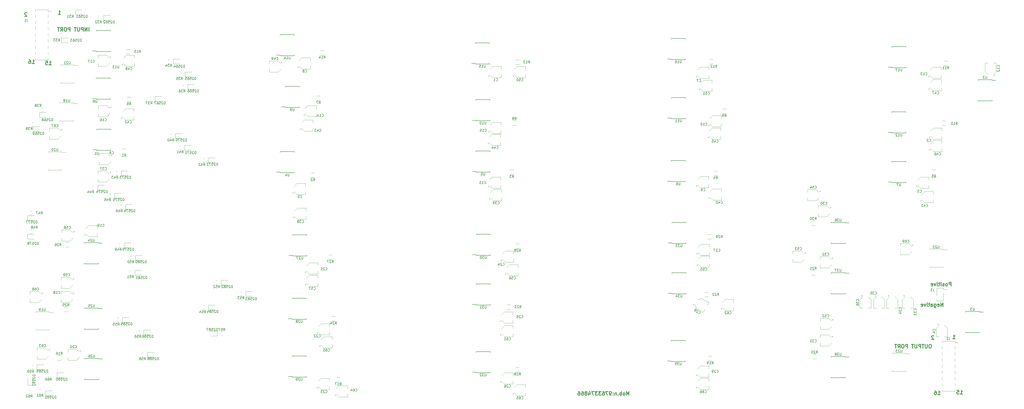
<source format=gbr>
%TF.GenerationSoftware,KiCad,Pcbnew,7.0.2*%
%TF.CreationDate,2024-01-05T22:36:12+05:30*%
%TF.ProjectId,matrixleddisplay,6d617472-6978-46c6-9564-646973706c61,rev?*%
%TF.SameCoordinates,Original*%
%TF.FileFunction,Legend,Bot*%
%TF.FilePolarity,Positive*%
%FSLAX46Y46*%
G04 Gerber Fmt 4.6, Leading zero omitted, Abs format (unit mm)*
G04 Created by KiCad (PCBNEW 7.0.2) date 2024-01-05 22:36:12*
%MOMM*%
%LPD*%
G01*
G04 APERTURE LIST*
%ADD10C,0.300000*%
%ADD11C,0.150000*%
%ADD12C,0.120000*%
G04 APERTURE END LIST*
D10*
X328042857Y-221291428D02*
X328042857Y-219791428D01*
X328042857Y-219791428D02*
X327542857Y-220862857D01*
X327542857Y-220862857D02*
X327042857Y-219791428D01*
X327042857Y-219791428D02*
X327042857Y-221291428D01*
X326114285Y-221291428D02*
X326257142Y-221220000D01*
X326257142Y-221220000D02*
X326328571Y-221148571D01*
X326328571Y-221148571D02*
X326399999Y-221005714D01*
X326399999Y-221005714D02*
X326399999Y-220577142D01*
X326399999Y-220577142D02*
X326328571Y-220434285D01*
X326328571Y-220434285D02*
X326257142Y-220362857D01*
X326257142Y-220362857D02*
X326114285Y-220291428D01*
X326114285Y-220291428D02*
X325899999Y-220291428D01*
X325899999Y-220291428D02*
X325757142Y-220362857D01*
X325757142Y-220362857D02*
X325685714Y-220434285D01*
X325685714Y-220434285D02*
X325614285Y-220577142D01*
X325614285Y-220577142D02*
X325614285Y-221005714D01*
X325614285Y-221005714D02*
X325685714Y-221148571D01*
X325685714Y-221148571D02*
X325757142Y-221220000D01*
X325757142Y-221220000D02*
X325899999Y-221291428D01*
X325899999Y-221291428D02*
X326114285Y-221291428D01*
X324971428Y-221291428D02*
X324971428Y-219791428D01*
X324971428Y-220362857D02*
X324828571Y-220291428D01*
X324828571Y-220291428D02*
X324542856Y-220291428D01*
X324542856Y-220291428D02*
X324399999Y-220362857D01*
X324399999Y-220362857D02*
X324328571Y-220434285D01*
X324328571Y-220434285D02*
X324257142Y-220577142D01*
X324257142Y-220577142D02*
X324257142Y-221005714D01*
X324257142Y-221005714D02*
X324328571Y-221148571D01*
X324328571Y-221148571D02*
X324399999Y-221220000D01*
X324399999Y-221220000D02*
X324542856Y-221291428D01*
X324542856Y-221291428D02*
X324828571Y-221291428D01*
X324828571Y-221291428D02*
X324971428Y-221220000D01*
X323614285Y-221148571D02*
X323542856Y-221220000D01*
X323542856Y-221220000D02*
X323614285Y-221291428D01*
X323614285Y-221291428D02*
X323685713Y-221220000D01*
X323685713Y-221220000D02*
X323614285Y-221148571D01*
X323614285Y-221148571D02*
X323614285Y-221291428D01*
X322899999Y-220291428D02*
X322899999Y-221291428D01*
X322899999Y-220434285D02*
X322828570Y-220362857D01*
X322828570Y-220362857D02*
X322685713Y-220291428D01*
X322685713Y-220291428D02*
X322471427Y-220291428D01*
X322471427Y-220291428D02*
X322328570Y-220362857D01*
X322328570Y-220362857D02*
X322257142Y-220505714D01*
X322257142Y-220505714D02*
X322257142Y-221291428D01*
X321542856Y-221148571D02*
X321471427Y-221220000D01*
X321471427Y-221220000D02*
X321542856Y-221291428D01*
X321542856Y-221291428D02*
X321614284Y-221220000D01*
X321614284Y-221220000D02*
X321542856Y-221148571D01*
X321542856Y-221148571D02*
X321542856Y-221291428D01*
X321542856Y-220362857D02*
X321471427Y-220434285D01*
X321471427Y-220434285D02*
X321542856Y-220505714D01*
X321542856Y-220505714D02*
X321614284Y-220434285D01*
X321614284Y-220434285D02*
X321542856Y-220362857D01*
X321542856Y-220362857D02*
X321542856Y-220505714D01*
X320757141Y-221291428D02*
X320471427Y-221291428D01*
X320471427Y-221291428D02*
X320328570Y-221220000D01*
X320328570Y-221220000D02*
X320257141Y-221148571D01*
X320257141Y-221148571D02*
X320114284Y-220934285D01*
X320114284Y-220934285D02*
X320042855Y-220648571D01*
X320042855Y-220648571D02*
X320042855Y-220077142D01*
X320042855Y-220077142D02*
X320114284Y-219934285D01*
X320114284Y-219934285D02*
X320185713Y-219862857D01*
X320185713Y-219862857D02*
X320328570Y-219791428D01*
X320328570Y-219791428D02*
X320614284Y-219791428D01*
X320614284Y-219791428D02*
X320757141Y-219862857D01*
X320757141Y-219862857D02*
X320828570Y-219934285D01*
X320828570Y-219934285D02*
X320899998Y-220077142D01*
X320899998Y-220077142D02*
X320899998Y-220434285D01*
X320899998Y-220434285D02*
X320828570Y-220577142D01*
X320828570Y-220577142D02*
X320757141Y-220648571D01*
X320757141Y-220648571D02*
X320614284Y-220720000D01*
X320614284Y-220720000D02*
X320328570Y-220720000D01*
X320328570Y-220720000D02*
X320185713Y-220648571D01*
X320185713Y-220648571D02*
X320114284Y-220577142D01*
X320114284Y-220577142D02*
X320042855Y-220434285D01*
X319542856Y-219791428D02*
X318542856Y-219791428D01*
X318542856Y-219791428D02*
X319185713Y-221291428D01*
X317328571Y-219791428D02*
X317614285Y-219791428D01*
X317614285Y-219791428D02*
X317757142Y-219862857D01*
X317757142Y-219862857D02*
X317828571Y-219934285D01*
X317828571Y-219934285D02*
X317971428Y-220148571D01*
X317971428Y-220148571D02*
X318042856Y-220434285D01*
X318042856Y-220434285D02*
X318042856Y-221005714D01*
X318042856Y-221005714D02*
X317971428Y-221148571D01*
X317971428Y-221148571D02*
X317899999Y-221220000D01*
X317899999Y-221220000D02*
X317757142Y-221291428D01*
X317757142Y-221291428D02*
X317471428Y-221291428D01*
X317471428Y-221291428D02*
X317328571Y-221220000D01*
X317328571Y-221220000D02*
X317257142Y-221148571D01*
X317257142Y-221148571D02*
X317185713Y-221005714D01*
X317185713Y-221005714D02*
X317185713Y-220648571D01*
X317185713Y-220648571D02*
X317257142Y-220505714D01*
X317257142Y-220505714D02*
X317328571Y-220434285D01*
X317328571Y-220434285D02*
X317471428Y-220362857D01*
X317471428Y-220362857D02*
X317757142Y-220362857D01*
X317757142Y-220362857D02*
X317899999Y-220434285D01*
X317899999Y-220434285D02*
X317971428Y-220505714D01*
X317971428Y-220505714D02*
X318042856Y-220648571D01*
X316685714Y-219791428D02*
X315757142Y-219791428D01*
X315757142Y-219791428D02*
X316257142Y-220362857D01*
X316257142Y-220362857D02*
X316042857Y-220362857D01*
X316042857Y-220362857D02*
X315900000Y-220434285D01*
X315900000Y-220434285D02*
X315828571Y-220505714D01*
X315828571Y-220505714D02*
X315757142Y-220648571D01*
X315757142Y-220648571D02*
X315757142Y-221005714D01*
X315757142Y-221005714D02*
X315828571Y-221148571D01*
X315828571Y-221148571D02*
X315900000Y-221220000D01*
X315900000Y-221220000D02*
X316042857Y-221291428D01*
X316042857Y-221291428D02*
X316471428Y-221291428D01*
X316471428Y-221291428D02*
X316614285Y-221220000D01*
X316614285Y-221220000D02*
X316685714Y-221148571D01*
X315257143Y-219791428D02*
X314328571Y-219791428D01*
X314328571Y-219791428D02*
X314828571Y-220362857D01*
X314828571Y-220362857D02*
X314614286Y-220362857D01*
X314614286Y-220362857D02*
X314471429Y-220434285D01*
X314471429Y-220434285D02*
X314400000Y-220505714D01*
X314400000Y-220505714D02*
X314328571Y-220648571D01*
X314328571Y-220648571D02*
X314328571Y-221005714D01*
X314328571Y-221005714D02*
X314400000Y-221148571D01*
X314400000Y-221148571D02*
X314471429Y-221220000D01*
X314471429Y-221220000D02*
X314614286Y-221291428D01*
X314614286Y-221291428D02*
X315042857Y-221291428D01*
X315042857Y-221291428D02*
X315185714Y-221220000D01*
X315185714Y-221220000D02*
X315257143Y-221148571D01*
X313828572Y-219791428D02*
X312828572Y-219791428D01*
X312828572Y-219791428D02*
X313471429Y-221291428D01*
X311614287Y-220291428D02*
X311614287Y-221291428D01*
X311971429Y-219720000D02*
X312328572Y-220791428D01*
X312328572Y-220791428D02*
X311400001Y-220791428D01*
X310614287Y-220434285D02*
X310757144Y-220362857D01*
X310757144Y-220362857D02*
X310828573Y-220291428D01*
X310828573Y-220291428D02*
X310900001Y-220148571D01*
X310900001Y-220148571D02*
X310900001Y-220077142D01*
X310900001Y-220077142D02*
X310828573Y-219934285D01*
X310828573Y-219934285D02*
X310757144Y-219862857D01*
X310757144Y-219862857D02*
X310614287Y-219791428D01*
X310614287Y-219791428D02*
X310328573Y-219791428D01*
X310328573Y-219791428D02*
X310185716Y-219862857D01*
X310185716Y-219862857D02*
X310114287Y-219934285D01*
X310114287Y-219934285D02*
X310042858Y-220077142D01*
X310042858Y-220077142D02*
X310042858Y-220148571D01*
X310042858Y-220148571D02*
X310114287Y-220291428D01*
X310114287Y-220291428D02*
X310185716Y-220362857D01*
X310185716Y-220362857D02*
X310328573Y-220434285D01*
X310328573Y-220434285D02*
X310614287Y-220434285D01*
X310614287Y-220434285D02*
X310757144Y-220505714D01*
X310757144Y-220505714D02*
X310828573Y-220577142D01*
X310828573Y-220577142D02*
X310900001Y-220720000D01*
X310900001Y-220720000D02*
X310900001Y-221005714D01*
X310900001Y-221005714D02*
X310828573Y-221148571D01*
X310828573Y-221148571D02*
X310757144Y-221220000D01*
X310757144Y-221220000D02*
X310614287Y-221291428D01*
X310614287Y-221291428D02*
X310328573Y-221291428D01*
X310328573Y-221291428D02*
X310185716Y-221220000D01*
X310185716Y-221220000D02*
X310114287Y-221148571D01*
X310114287Y-221148571D02*
X310042858Y-221005714D01*
X310042858Y-221005714D02*
X310042858Y-220720000D01*
X310042858Y-220720000D02*
X310114287Y-220577142D01*
X310114287Y-220577142D02*
X310185716Y-220505714D01*
X310185716Y-220505714D02*
X310328573Y-220434285D01*
X308757145Y-219791428D02*
X309042859Y-219791428D01*
X309042859Y-219791428D02*
X309185716Y-219862857D01*
X309185716Y-219862857D02*
X309257145Y-219934285D01*
X309257145Y-219934285D02*
X309400002Y-220148571D01*
X309400002Y-220148571D02*
X309471430Y-220434285D01*
X309471430Y-220434285D02*
X309471430Y-221005714D01*
X309471430Y-221005714D02*
X309400002Y-221148571D01*
X309400002Y-221148571D02*
X309328573Y-221220000D01*
X309328573Y-221220000D02*
X309185716Y-221291428D01*
X309185716Y-221291428D02*
X308900002Y-221291428D01*
X308900002Y-221291428D02*
X308757145Y-221220000D01*
X308757145Y-221220000D02*
X308685716Y-221148571D01*
X308685716Y-221148571D02*
X308614287Y-221005714D01*
X308614287Y-221005714D02*
X308614287Y-220648571D01*
X308614287Y-220648571D02*
X308685716Y-220505714D01*
X308685716Y-220505714D02*
X308757145Y-220434285D01*
X308757145Y-220434285D02*
X308900002Y-220362857D01*
X308900002Y-220362857D02*
X309185716Y-220362857D01*
X309185716Y-220362857D02*
X309328573Y-220434285D01*
X309328573Y-220434285D02*
X309400002Y-220505714D01*
X309400002Y-220505714D02*
X309471430Y-220648571D01*
X307328574Y-219791428D02*
X307614288Y-219791428D01*
X307614288Y-219791428D02*
X307757145Y-219862857D01*
X307757145Y-219862857D02*
X307828574Y-219934285D01*
X307828574Y-219934285D02*
X307971431Y-220148571D01*
X307971431Y-220148571D02*
X308042859Y-220434285D01*
X308042859Y-220434285D02*
X308042859Y-221005714D01*
X308042859Y-221005714D02*
X307971431Y-221148571D01*
X307971431Y-221148571D02*
X307900002Y-221220000D01*
X307900002Y-221220000D02*
X307757145Y-221291428D01*
X307757145Y-221291428D02*
X307471431Y-221291428D01*
X307471431Y-221291428D02*
X307328574Y-221220000D01*
X307328574Y-221220000D02*
X307257145Y-221148571D01*
X307257145Y-221148571D02*
X307185716Y-221005714D01*
X307185716Y-221005714D02*
X307185716Y-220648571D01*
X307185716Y-220648571D02*
X307257145Y-220505714D01*
X307257145Y-220505714D02*
X307328574Y-220434285D01*
X307328574Y-220434285D02*
X307471431Y-220362857D01*
X307471431Y-220362857D02*
X307757145Y-220362857D01*
X307757145Y-220362857D02*
X307900002Y-220434285D01*
X307900002Y-220434285D02*
X307971431Y-220505714D01*
X307971431Y-220505714D02*
X308042859Y-220648571D01*
X454279142Y-221050428D02*
X455136285Y-221050428D01*
X454707714Y-221050428D02*
X454707714Y-219550428D01*
X454707714Y-219550428D02*
X454850571Y-219764714D01*
X454850571Y-219764714D02*
X454993428Y-219907571D01*
X454993428Y-219907571D02*
X455136285Y-219979000D01*
X452993429Y-219550428D02*
X453279143Y-219550428D01*
X453279143Y-219550428D02*
X453422000Y-219621857D01*
X453422000Y-219621857D02*
X453493429Y-219693285D01*
X453493429Y-219693285D02*
X453636286Y-219907571D01*
X453636286Y-219907571D02*
X453707714Y-220193285D01*
X453707714Y-220193285D02*
X453707714Y-220764714D01*
X453707714Y-220764714D02*
X453636286Y-220907571D01*
X453636286Y-220907571D02*
X453564857Y-220979000D01*
X453564857Y-220979000D02*
X453422000Y-221050428D01*
X453422000Y-221050428D02*
X453136286Y-221050428D01*
X453136286Y-221050428D02*
X452993429Y-220979000D01*
X452993429Y-220979000D02*
X452922000Y-220907571D01*
X452922000Y-220907571D02*
X452850571Y-220764714D01*
X452850571Y-220764714D02*
X452850571Y-220407571D01*
X452850571Y-220407571D02*
X452922000Y-220264714D01*
X452922000Y-220264714D02*
X452993429Y-220193285D01*
X452993429Y-220193285D02*
X453136286Y-220121857D01*
X453136286Y-220121857D02*
X453422000Y-220121857D01*
X453422000Y-220121857D02*
X453564857Y-220193285D01*
X453564857Y-220193285D02*
X453636286Y-220264714D01*
X453636286Y-220264714D02*
X453707714Y-220407571D01*
X452596285Y-197087285D02*
X452524857Y-197015857D01*
X452524857Y-197015857D02*
X452382000Y-196944428D01*
X452382000Y-196944428D02*
X452024857Y-196944428D01*
X452024857Y-196944428D02*
X451882000Y-197015857D01*
X451882000Y-197015857D02*
X451810571Y-197087285D01*
X451810571Y-197087285D02*
X451739142Y-197230142D01*
X451739142Y-197230142D02*
X451739142Y-197373000D01*
X451739142Y-197373000D02*
X451810571Y-197587285D01*
X451810571Y-197587285D02*
X452667714Y-198444428D01*
X452667714Y-198444428D02*
X451739142Y-198444428D01*
X84201142Y-85668428D02*
X85058285Y-85668428D01*
X84629714Y-85668428D02*
X84629714Y-84168428D01*
X84629714Y-84168428D02*
X84772571Y-84382714D01*
X84772571Y-84382714D02*
X84915428Y-84525571D01*
X84915428Y-84525571D02*
X85058285Y-84597000D01*
X82915429Y-84168428D02*
X83201143Y-84168428D01*
X83201143Y-84168428D02*
X83344000Y-84239857D01*
X83344000Y-84239857D02*
X83415429Y-84311285D01*
X83415429Y-84311285D02*
X83558286Y-84525571D01*
X83558286Y-84525571D02*
X83629714Y-84811285D01*
X83629714Y-84811285D02*
X83629714Y-85382714D01*
X83629714Y-85382714D02*
X83558286Y-85525571D01*
X83558286Y-85525571D02*
X83486857Y-85597000D01*
X83486857Y-85597000D02*
X83344000Y-85668428D01*
X83344000Y-85668428D02*
X83058286Y-85668428D01*
X83058286Y-85668428D02*
X82915429Y-85597000D01*
X82915429Y-85597000D02*
X82844000Y-85525571D01*
X82844000Y-85525571D02*
X82772571Y-85382714D01*
X82772571Y-85382714D02*
X82772571Y-85025571D01*
X82772571Y-85025571D02*
X82844000Y-84882714D01*
X82844000Y-84882714D02*
X82915429Y-84811285D01*
X82915429Y-84811285D02*
X83058286Y-84739857D01*
X83058286Y-84739857D02*
X83344000Y-84739857D01*
X83344000Y-84739857D02*
X83486857Y-84811285D01*
X83486857Y-84811285D02*
X83558286Y-84882714D01*
X83558286Y-84882714D02*
X83629714Y-85025571D01*
X456334857Y-184982428D02*
X456334857Y-183482428D01*
X456334857Y-183482428D02*
X455477714Y-184982428D01*
X455477714Y-184982428D02*
X455477714Y-183482428D01*
X454191999Y-184911000D02*
X454334856Y-184982428D01*
X454334856Y-184982428D02*
X454620571Y-184982428D01*
X454620571Y-184982428D02*
X454763428Y-184911000D01*
X454763428Y-184911000D02*
X454834856Y-184768142D01*
X454834856Y-184768142D02*
X454834856Y-184196714D01*
X454834856Y-184196714D02*
X454763428Y-184053857D01*
X454763428Y-184053857D02*
X454620571Y-183982428D01*
X454620571Y-183982428D02*
X454334856Y-183982428D01*
X454334856Y-183982428D02*
X454191999Y-184053857D01*
X454191999Y-184053857D02*
X454120571Y-184196714D01*
X454120571Y-184196714D02*
X454120571Y-184339571D01*
X454120571Y-184339571D02*
X454834856Y-184482428D01*
X452834857Y-183982428D02*
X452834857Y-185196714D01*
X452834857Y-185196714D02*
X452906285Y-185339571D01*
X452906285Y-185339571D02*
X452977714Y-185411000D01*
X452977714Y-185411000D02*
X453120571Y-185482428D01*
X453120571Y-185482428D02*
X453334857Y-185482428D01*
X453334857Y-185482428D02*
X453477714Y-185411000D01*
X452834857Y-184911000D02*
X452977714Y-184982428D01*
X452977714Y-184982428D02*
X453263428Y-184982428D01*
X453263428Y-184982428D02*
X453406285Y-184911000D01*
X453406285Y-184911000D02*
X453477714Y-184839571D01*
X453477714Y-184839571D02*
X453549142Y-184696714D01*
X453549142Y-184696714D02*
X453549142Y-184268142D01*
X453549142Y-184268142D02*
X453477714Y-184125285D01*
X453477714Y-184125285D02*
X453406285Y-184053857D01*
X453406285Y-184053857D02*
X453263428Y-183982428D01*
X453263428Y-183982428D02*
X452977714Y-183982428D01*
X452977714Y-183982428D02*
X452834857Y-184053857D01*
X451477714Y-184982428D02*
X451477714Y-184196714D01*
X451477714Y-184196714D02*
X451549142Y-184053857D01*
X451549142Y-184053857D02*
X451691999Y-183982428D01*
X451691999Y-183982428D02*
X451977714Y-183982428D01*
X451977714Y-183982428D02*
X452120571Y-184053857D01*
X451477714Y-184911000D02*
X451620571Y-184982428D01*
X451620571Y-184982428D02*
X451977714Y-184982428D01*
X451977714Y-184982428D02*
X452120571Y-184911000D01*
X452120571Y-184911000D02*
X452191999Y-184768142D01*
X452191999Y-184768142D02*
X452191999Y-184625285D01*
X452191999Y-184625285D02*
X452120571Y-184482428D01*
X452120571Y-184482428D02*
X451977714Y-184411000D01*
X451977714Y-184411000D02*
X451620571Y-184411000D01*
X451620571Y-184411000D02*
X451477714Y-184339571D01*
X450977713Y-183982428D02*
X450406285Y-183982428D01*
X450763428Y-183482428D02*
X450763428Y-184768142D01*
X450763428Y-184768142D02*
X450691999Y-184911000D01*
X450691999Y-184911000D02*
X450549142Y-184982428D01*
X450549142Y-184982428D02*
X450406285Y-184982428D01*
X449906285Y-184982428D02*
X449906285Y-183982428D01*
X449906285Y-183482428D02*
X449977713Y-183553857D01*
X449977713Y-183553857D02*
X449906285Y-183625285D01*
X449906285Y-183625285D02*
X449834856Y-183553857D01*
X449834856Y-183553857D02*
X449906285Y-183482428D01*
X449906285Y-183482428D02*
X449906285Y-183625285D01*
X449334856Y-183982428D02*
X448977713Y-184982428D01*
X448977713Y-184982428D02*
X448620570Y-183982428D01*
X447477713Y-184911000D02*
X447620570Y-184982428D01*
X447620570Y-184982428D02*
X447906285Y-184982428D01*
X447906285Y-184982428D02*
X448049142Y-184911000D01*
X448049142Y-184911000D02*
X448120570Y-184768142D01*
X448120570Y-184768142D02*
X448120570Y-184196714D01*
X448120570Y-184196714D02*
X448049142Y-184053857D01*
X448049142Y-184053857D02*
X447906285Y-183982428D01*
X447906285Y-183982428D02*
X447620570Y-183982428D01*
X447620570Y-183982428D02*
X447477713Y-184053857D01*
X447477713Y-184053857D02*
X447406285Y-184196714D01*
X447406285Y-184196714D02*
X447406285Y-184339571D01*
X447406285Y-184339571D02*
X448120570Y-184482428D01*
X82010285Y-65007285D02*
X81938857Y-64935857D01*
X81938857Y-64935857D02*
X81796000Y-64864428D01*
X81796000Y-64864428D02*
X81438857Y-64864428D01*
X81438857Y-64864428D02*
X81296000Y-64935857D01*
X81296000Y-64935857D02*
X81224571Y-65007285D01*
X81224571Y-65007285D02*
X81153142Y-65150142D01*
X81153142Y-65150142D02*
X81153142Y-65293000D01*
X81153142Y-65293000D02*
X81224571Y-65507285D01*
X81224571Y-65507285D02*
X82081714Y-66364428D01*
X82081714Y-66364428D02*
X81153142Y-66364428D01*
X91059142Y-86176428D02*
X91916285Y-86176428D01*
X91487714Y-86176428D02*
X91487714Y-84676428D01*
X91487714Y-84676428D02*
X91630571Y-84890714D01*
X91630571Y-84890714D02*
X91773428Y-85033571D01*
X91773428Y-85033571D02*
X91916285Y-85105000D01*
X89702000Y-84676428D02*
X90416286Y-84676428D01*
X90416286Y-84676428D02*
X90487714Y-85390714D01*
X90487714Y-85390714D02*
X90416286Y-85319285D01*
X90416286Y-85319285D02*
X90273429Y-85247857D01*
X90273429Y-85247857D02*
X89916286Y-85247857D01*
X89916286Y-85247857D02*
X89773429Y-85319285D01*
X89773429Y-85319285D02*
X89702000Y-85390714D01*
X89702000Y-85390714D02*
X89630571Y-85533571D01*
X89630571Y-85533571D02*
X89630571Y-85890714D01*
X89630571Y-85890714D02*
X89702000Y-86033571D01*
X89702000Y-86033571D02*
X89773429Y-86105000D01*
X89773429Y-86105000D02*
X89916286Y-86176428D01*
X89916286Y-86176428D02*
X90273429Y-86176428D01*
X90273429Y-86176428D02*
X90416286Y-86105000D01*
X90416286Y-86105000D02*
X90487714Y-86033571D01*
X463423142Y-220796428D02*
X464280285Y-220796428D01*
X463851714Y-220796428D02*
X463851714Y-219296428D01*
X463851714Y-219296428D02*
X463994571Y-219510714D01*
X463994571Y-219510714D02*
X464137428Y-219653571D01*
X464137428Y-219653571D02*
X464280285Y-219725000D01*
X462066000Y-219296428D02*
X462780286Y-219296428D01*
X462780286Y-219296428D02*
X462851714Y-220010714D01*
X462851714Y-220010714D02*
X462780286Y-219939285D01*
X462780286Y-219939285D02*
X462637429Y-219867857D01*
X462637429Y-219867857D02*
X462280286Y-219867857D01*
X462280286Y-219867857D02*
X462137429Y-219939285D01*
X462137429Y-219939285D02*
X462066000Y-220010714D01*
X462066000Y-220010714D02*
X461994571Y-220153571D01*
X461994571Y-220153571D02*
X461994571Y-220510714D01*
X461994571Y-220510714D02*
X462066000Y-220653571D01*
X462066000Y-220653571D02*
X462137429Y-220725000D01*
X462137429Y-220725000D02*
X462280286Y-220796428D01*
X462280286Y-220796428D02*
X462637429Y-220796428D01*
X462637429Y-220796428D02*
X462780286Y-220725000D01*
X462780286Y-220725000D02*
X462851714Y-220653571D01*
X107338857Y-72460428D02*
X107338857Y-70960428D01*
X106624571Y-72460428D02*
X106624571Y-70960428D01*
X106624571Y-70960428D02*
X105767428Y-72460428D01*
X105767428Y-72460428D02*
X105767428Y-70960428D01*
X105053142Y-72460428D02*
X105053142Y-70960428D01*
X105053142Y-70960428D02*
X104481713Y-70960428D01*
X104481713Y-70960428D02*
X104338856Y-71031857D01*
X104338856Y-71031857D02*
X104267427Y-71103285D01*
X104267427Y-71103285D02*
X104195999Y-71246142D01*
X104195999Y-71246142D02*
X104195999Y-71460428D01*
X104195999Y-71460428D02*
X104267427Y-71603285D01*
X104267427Y-71603285D02*
X104338856Y-71674714D01*
X104338856Y-71674714D02*
X104481713Y-71746142D01*
X104481713Y-71746142D02*
X105053142Y-71746142D01*
X103553142Y-70960428D02*
X103553142Y-72174714D01*
X103553142Y-72174714D02*
X103481713Y-72317571D01*
X103481713Y-72317571D02*
X103410285Y-72389000D01*
X103410285Y-72389000D02*
X103267427Y-72460428D01*
X103267427Y-72460428D02*
X102981713Y-72460428D01*
X102981713Y-72460428D02*
X102838856Y-72389000D01*
X102838856Y-72389000D02*
X102767427Y-72317571D01*
X102767427Y-72317571D02*
X102695999Y-72174714D01*
X102695999Y-72174714D02*
X102695999Y-70960428D01*
X102195998Y-70960428D02*
X101338856Y-70960428D01*
X101767427Y-72460428D02*
X101767427Y-70960428D01*
X99695999Y-72460428D02*
X99695999Y-70960428D01*
X99695999Y-70960428D02*
X99124570Y-70960428D01*
X99124570Y-70960428D02*
X98981713Y-71031857D01*
X98981713Y-71031857D02*
X98910284Y-71103285D01*
X98910284Y-71103285D02*
X98838856Y-71246142D01*
X98838856Y-71246142D02*
X98838856Y-71460428D01*
X98838856Y-71460428D02*
X98910284Y-71603285D01*
X98910284Y-71603285D02*
X98981713Y-71674714D01*
X98981713Y-71674714D02*
X99124570Y-71746142D01*
X99124570Y-71746142D02*
X99695999Y-71746142D01*
X97910284Y-70960428D02*
X97624570Y-70960428D01*
X97624570Y-70960428D02*
X97481713Y-71031857D01*
X97481713Y-71031857D02*
X97338856Y-71174714D01*
X97338856Y-71174714D02*
X97267427Y-71460428D01*
X97267427Y-71460428D02*
X97267427Y-71960428D01*
X97267427Y-71960428D02*
X97338856Y-72246142D01*
X97338856Y-72246142D02*
X97481713Y-72389000D01*
X97481713Y-72389000D02*
X97624570Y-72460428D01*
X97624570Y-72460428D02*
X97910284Y-72460428D01*
X97910284Y-72460428D02*
X98053142Y-72389000D01*
X98053142Y-72389000D02*
X98195999Y-72246142D01*
X98195999Y-72246142D02*
X98267427Y-71960428D01*
X98267427Y-71960428D02*
X98267427Y-71460428D01*
X98267427Y-71460428D02*
X98195999Y-71174714D01*
X98195999Y-71174714D02*
X98053142Y-71031857D01*
X98053142Y-71031857D02*
X97910284Y-70960428D01*
X95767427Y-72460428D02*
X96267427Y-71746142D01*
X96624570Y-72460428D02*
X96624570Y-70960428D01*
X96624570Y-70960428D02*
X96053141Y-70960428D01*
X96053141Y-70960428D02*
X95910284Y-71031857D01*
X95910284Y-71031857D02*
X95838855Y-71103285D01*
X95838855Y-71103285D02*
X95767427Y-71246142D01*
X95767427Y-71246142D02*
X95767427Y-71460428D01*
X95767427Y-71460428D02*
X95838855Y-71603285D01*
X95838855Y-71603285D02*
X95910284Y-71674714D01*
X95910284Y-71674714D02*
X96053141Y-71746142D01*
X96053141Y-71746142D02*
X96624570Y-71746142D01*
X95338855Y-70960428D02*
X94481713Y-70960428D01*
X94910284Y-72460428D02*
X94910284Y-70960428D01*
X451223142Y-200500428D02*
X450937428Y-200500428D01*
X450937428Y-200500428D02*
X450794571Y-200571857D01*
X450794571Y-200571857D02*
X450651714Y-200714714D01*
X450651714Y-200714714D02*
X450580285Y-201000428D01*
X450580285Y-201000428D02*
X450580285Y-201500428D01*
X450580285Y-201500428D02*
X450651714Y-201786142D01*
X450651714Y-201786142D02*
X450794571Y-201929000D01*
X450794571Y-201929000D02*
X450937428Y-202000428D01*
X450937428Y-202000428D02*
X451223142Y-202000428D01*
X451223142Y-202000428D02*
X451366000Y-201929000D01*
X451366000Y-201929000D02*
X451508857Y-201786142D01*
X451508857Y-201786142D02*
X451580285Y-201500428D01*
X451580285Y-201500428D02*
X451580285Y-201000428D01*
X451580285Y-201000428D02*
X451508857Y-200714714D01*
X451508857Y-200714714D02*
X451366000Y-200571857D01*
X451366000Y-200571857D02*
X451223142Y-200500428D01*
X449937428Y-200500428D02*
X449937428Y-201714714D01*
X449937428Y-201714714D02*
X449865999Y-201857571D01*
X449865999Y-201857571D02*
X449794571Y-201929000D01*
X449794571Y-201929000D02*
X449651713Y-202000428D01*
X449651713Y-202000428D02*
X449365999Y-202000428D01*
X449365999Y-202000428D02*
X449223142Y-201929000D01*
X449223142Y-201929000D02*
X449151713Y-201857571D01*
X449151713Y-201857571D02*
X449080285Y-201714714D01*
X449080285Y-201714714D02*
X449080285Y-200500428D01*
X448580284Y-200500428D02*
X447723142Y-200500428D01*
X448151713Y-202000428D02*
X448151713Y-200500428D01*
X447223142Y-202000428D02*
X447223142Y-200500428D01*
X447223142Y-200500428D02*
X446651713Y-200500428D01*
X446651713Y-200500428D02*
X446508856Y-200571857D01*
X446508856Y-200571857D02*
X446437427Y-200643285D01*
X446437427Y-200643285D02*
X446365999Y-200786142D01*
X446365999Y-200786142D02*
X446365999Y-201000428D01*
X446365999Y-201000428D02*
X446437427Y-201143285D01*
X446437427Y-201143285D02*
X446508856Y-201214714D01*
X446508856Y-201214714D02*
X446651713Y-201286142D01*
X446651713Y-201286142D02*
X447223142Y-201286142D01*
X445723142Y-200500428D02*
X445723142Y-201714714D01*
X445723142Y-201714714D02*
X445651713Y-201857571D01*
X445651713Y-201857571D02*
X445580285Y-201929000D01*
X445580285Y-201929000D02*
X445437427Y-202000428D01*
X445437427Y-202000428D02*
X445151713Y-202000428D01*
X445151713Y-202000428D02*
X445008856Y-201929000D01*
X445008856Y-201929000D02*
X444937427Y-201857571D01*
X444937427Y-201857571D02*
X444865999Y-201714714D01*
X444865999Y-201714714D02*
X444865999Y-200500428D01*
X444365998Y-200500428D02*
X443508856Y-200500428D01*
X443937427Y-202000428D02*
X443937427Y-200500428D01*
X441865999Y-202000428D02*
X441865999Y-200500428D01*
X441865999Y-200500428D02*
X441294570Y-200500428D01*
X441294570Y-200500428D02*
X441151713Y-200571857D01*
X441151713Y-200571857D02*
X441080284Y-200643285D01*
X441080284Y-200643285D02*
X441008856Y-200786142D01*
X441008856Y-200786142D02*
X441008856Y-201000428D01*
X441008856Y-201000428D02*
X441080284Y-201143285D01*
X441080284Y-201143285D02*
X441151713Y-201214714D01*
X441151713Y-201214714D02*
X441294570Y-201286142D01*
X441294570Y-201286142D02*
X441865999Y-201286142D01*
X440080284Y-200500428D02*
X439794570Y-200500428D01*
X439794570Y-200500428D02*
X439651713Y-200571857D01*
X439651713Y-200571857D02*
X439508856Y-200714714D01*
X439508856Y-200714714D02*
X439437427Y-201000428D01*
X439437427Y-201000428D02*
X439437427Y-201500428D01*
X439437427Y-201500428D02*
X439508856Y-201786142D01*
X439508856Y-201786142D02*
X439651713Y-201929000D01*
X439651713Y-201929000D02*
X439794570Y-202000428D01*
X439794570Y-202000428D02*
X440080284Y-202000428D01*
X440080284Y-202000428D02*
X440223142Y-201929000D01*
X440223142Y-201929000D02*
X440365999Y-201786142D01*
X440365999Y-201786142D02*
X440437427Y-201500428D01*
X440437427Y-201500428D02*
X440437427Y-201000428D01*
X440437427Y-201000428D02*
X440365999Y-200714714D01*
X440365999Y-200714714D02*
X440223142Y-200571857D01*
X440223142Y-200571857D02*
X440080284Y-200500428D01*
X437937427Y-202000428D02*
X438437427Y-201286142D01*
X438794570Y-202000428D02*
X438794570Y-200500428D01*
X438794570Y-200500428D02*
X438223141Y-200500428D01*
X438223141Y-200500428D02*
X438080284Y-200571857D01*
X438080284Y-200571857D02*
X438008855Y-200643285D01*
X438008855Y-200643285D02*
X437937427Y-200786142D01*
X437937427Y-200786142D02*
X437937427Y-201000428D01*
X437937427Y-201000428D02*
X438008855Y-201143285D01*
X438008855Y-201143285D02*
X438080284Y-201214714D01*
X438080284Y-201214714D02*
X438223141Y-201286142D01*
X438223141Y-201286142D02*
X438794570Y-201286142D01*
X437508855Y-200500428D02*
X436651713Y-200500428D01*
X437080284Y-202000428D02*
X437080284Y-200500428D01*
X94869142Y-65602428D02*
X95726285Y-65602428D01*
X95297714Y-65602428D02*
X95297714Y-64102428D01*
X95297714Y-64102428D02*
X95440571Y-64316714D01*
X95440571Y-64316714D02*
X95583428Y-64459571D01*
X95583428Y-64459571D02*
X95726285Y-64531000D01*
X459636857Y-176600428D02*
X459636857Y-175100428D01*
X459636857Y-175100428D02*
X459065428Y-175100428D01*
X459065428Y-175100428D02*
X458922571Y-175171857D01*
X458922571Y-175171857D02*
X458851142Y-175243285D01*
X458851142Y-175243285D02*
X458779714Y-175386142D01*
X458779714Y-175386142D02*
X458779714Y-175600428D01*
X458779714Y-175600428D02*
X458851142Y-175743285D01*
X458851142Y-175743285D02*
X458922571Y-175814714D01*
X458922571Y-175814714D02*
X459065428Y-175886142D01*
X459065428Y-175886142D02*
X459636857Y-175886142D01*
X457922571Y-176600428D02*
X458065428Y-176529000D01*
X458065428Y-176529000D02*
X458136857Y-176457571D01*
X458136857Y-176457571D02*
X458208285Y-176314714D01*
X458208285Y-176314714D02*
X458208285Y-175886142D01*
X458208285Y-175886142D02*
X458136857Y-175743285D01*
X458136857Y-175743285D02*
X458065428Y-175671857D01*
X458065428Y-175671857D02*
X457922571Y-175600428D01*
X457922571Y-175600428D02*
X457708285Y-175600428D01*
X457708285Y-175600428D02*
X457565428Y-175671857D01*
X457565428Y-175671857D02*
X457494000Y-175743285D01*
X457494000Y-175743285D02*
X457422571Y-175886142D01*
X457422571Y-175886142D02*
X457422571Y-176314714D01*
X457422571Y-176314714D02*
X457494000Y-176457571D01*
X457494000Y-176457571D02*
X457565428Y-176529000D01*
X457565428Y-176529000D02*
X457708285Y-176600428D01*
X457708285Y-176600428D02*
X457922571Y-176600428D01*
X456851142Y-176529000D02*
X456708285Y-176600428D01*
X456708285Y-176600428D02*
X456422571Y-176600428D01*
X456422571Y-176600428D02*
X456279714Y-176529000D01*
X456279714Y-176529000D02*
X456208285Y-176386142D01*
X456208285Y-176386142D02*
X456208285Y-176314714D01*
X456208285Y-176314714D02*
X456279714Y-176171857D01*
X456279714Y-176171857D02*
X456422571Y-176100428D01*
X456422571Y-176100428D02*
X456636857Y-176100428D01*
X456636857Y-176100428D02*
X456779714Y-176029000D01*
X456779714Y-176029000D02*
X456851142Y-175886142D01*
X456851142Y-175886142D02*
X456851142Y-175814714D01*
X456851142Y-175814714D02*
X456779714Y-175671857D01*
X456779714Y-175671857D02*
X456636857Y-175600428D01*
X456636857Y-175600428D02*
X456422571Y-175600428D01*
X456422571Y-175600428D02*
X456279714Y-175671857D01*
X455565428Y-176600428D02*
X455565428Y-175600428D01*
X455565428Y-175100428D02*
X455636856Y-175171857D01*
X455636856Y-175171857D02*
X455565428Y-175243285D01*
X455565428Y-175243285D02*
X455493999Y-175171857D01*
X455493999Y-175171857D02*
X455565428Y-175100428D01*
X455565428Y-175100428D02*
X455565428Y-175243285D01*
X455065427Y-175600428D02*
X454493999Y-175600428D01*
X454851142Y-175100428D02*
X454851142Y-176386142D01*
X454851142Y-176386142D02*
X454779713Y-176529000D01*
X454779713Y-176529000D02*
X454636856Y-176600428D01*
X454636856Y-176600428D02*
X454493999Y-176600428D01*
X453993999Y-176600428D02*
X453993999Y-175600428D01*
X453993999Y-175100428D02*
X454065427Y-175171857D01*
X454065427Y-175171857D02*
X453993999Y-175243285D01*
X453993999Y-175243285D02*
X453922570Y-175171857D01*
X453922570Y-175171857D02*
X453993999Y-175100428D01*
X453993999Y-175100428D02*
X453993999Y-175243285D01*
X453422570Y-175600428D02*
X453065427Y-176600428D01*
X453065427Y-176600428D02*
X452708284Y-175600428D01*
X451565427Y-176529000D02*
X451708284Y-176600428D01*
X451708284Y-176600428D02*
X451993999Y-176600428D01*
X451993999Y-176600428D02*
X452136856Y-176529000D01*
X452136856Y-176529000D02*
X452208284Y-176386142D01*
X452208284Y-176386142D02*
X452208284Y-175814714D01*
X452208284Y-175814714D02*
X452136856Y-175671857D01*
X452136856Y-175671857D02*
X451993999Y-175600428D01*
X451993999Y-175600428D02*
X451708284Y-175600428D01*
X451708284Y-175600428D02*
X451565427Y-175671857D01*
X451565427Y-175671857D02*
X451493999Y-175814714D01*
X451493999Y-175814714D02*
X451493999Y-175957571D01*
X451493999Y-175957571D02*
X452208284Y-176100428D01*
X460375142Y-198190428D02*
X461232285Y-198190428D01*
X460803714Y-198190428D02*
X460803714Y-196690428D01*
X460803714Y-196690428D02*
X460946571Y-196904714D01*
X460946571Y-196904714D02*
X461089428Y-197047571D01*
X461089428Y-197047571D02*
X461232285Y-197119000D01*
D11*
%TO.C,D2573*%
X124444166Y-132668619D02*
X124444166Y-131668619D01*
X124444166Y-131668619D02*
X124206071Y-131668619D01*
X124206071Y-131668619D02*
X124063214Y-131716238D01*
X124063214Y-131716238D02*
X123967976Y-131811476D01*
X123967976Y-131811476D02*
X123920357Y-131906714D01*
X123920357Y-131906714D02*
X123872738Y-132097190D01*
X123872738Y-132097190D02*
X123872738Y-132240047D01*
X123872738Y-132240047D02*
X123920357Y-132430523D01*
X123920357Y-132430523D02*
X123967976Y-132525761D01*
X123967976Y-132525761D02*
X124063214Y-132621000D01*
X124063214Y-132621000D02*
X124206071Y-132668619D01*
X124206071Y-132668619D02*
X124444166Y-132668619D01*
X123491785Y-131763857D02*
X123444166Y-131716238D01*
X123444166Y-131716238D02*
X123348928Y-131668619D01*
X123348928Y-131668619D02*
X123110833Y-131668619D01*
X123110833Y-131668619D02*
X123015595Y-131716238D01*
X123015595Y-131716238D02*
X122967976Y-131763857D01*
X122967976Y-131763857D02*
X122920357Y-131859095D01*
X122920357Y-131859095D02*
X122920357Y-131954333D01*
X122920357Y-131954333D02*
X122967976Y-132097190D01*
X122967976Y-132097190D02*
X123539404Y-132668619D01*
X123539404Y-132668619D02*
X122920357Y-132668619D01*
X122015595Y-131668619D02*
X122491785Y-131668619D01*
X122491785Y-131668619D02*
X122539404Y-132144809D01*
X122539404Y-132144809D02*
X122491785Y-132097190D01*
X122491785Y-132097190D02*
X122396547Y-132049571D01*
X122396547Y-132049571D02*
X122158452Y-132049571D01*
X122158452Y-132049571D02*
X122063214Y-132097190D01*
X122063214Y-132097190D02*
X122015595Y-132144809D01*
X122015595Y-132144809D02*
X121967976Y-132240047D01*
X121967976Y-132240047D02*
X121967976Y-132478142D01*
X121967976Y-132478142D02*
X122015595Y-132573380D01*
X122015595Y-132573380D02*
X122063214Y-132621000D01*
X122063214Y-132621000D02*
X122158452Y-132668619D01*
X122158452Y-132668619D02*
X122396547Y-132668619D01*
X122396547Y-132668619D02*
X122491785Y-132621000D01*
X122491785Y-132621000D02*
X122539404Y-132573380D01*
X121634642Y-131668619D02*
X120967976Y-131668619D01*
X120967976Y-131668619D02*
X121396547Y-132668619D01*
X120682261Y-131668619D02*
X120063214Y-131668619D01*
X120063214Y-131668619D02*
X120396547Y-132049571D01*
X120396547Y-132049571D02*
X120253690Y-132049571D01*
X120253690Y-132049571D02*
X120158452Y-132097190D01*
X120158452Y-132097190D02*
X120110833Y-132144809D01*
X120110833Y-132144809D02*
X120063214Y-132240047D01*
X120063214Y-132240047D02*
X120063214Y-132478142D01*
X120063214Y-132478142D02*
X120110833Y-132573380D01*
X120110833Y-132573380D02*
X120158452Y-132621000D01*
X120158452Y-132621000D02*
X120253690Y-132668619D01*
X120253690Y-132668619D02*
X120539404Y-132668619D01*
X120539404Y-132668619D02*
X120634642Y-132621000D01*
X120634642Y-132621000D02*
X120682261Y-132573380D01*
%TO.C,D2561*%
X106657666Y-66882619D02*
X106657666Y-65882619D01*
X106657666Y-65882619D02*
X106419571Y-65882619D01*
X106419571Y-65882619D02*
X106276714Y-65930238D01*
X106276714Y-65930238D02*
X106181476Y-66025476D01*
X106181476Y-66025476D02*
X106133857Y-66120714D01*
X106133857Y-66120714D02*
X106086238Y-66311190D01*
X106086238Y-66311190D02*
X106086238Y-66454047D01*
X106086238Y-66454047D02*
X106133857Y-66644523D01*
X106133857Y-66644523D02*
X106181476Y-66739761D01*
X106181476Y-66739761D02*
X106276714Y-66835000D01*
X106276714Y-66835000D02*
X106419571Y-66882619D01*
X106419571Y-66882619D02*
X106657666Y-66882619D01*
X105705285Y-65977857D02*
X105657666Y-65930238D01*
X105657666Y-65930238D02*
X105562428Y-65882619D01*
X105562428Y-65882619D02*
X105324333Y-65882619D01*
X105324333Y-65882619D02*
X105229095Y-65930238D01*
X105229095Y-65930238D02*
X105181476Y-65977857D01*
X105181476Y-65977857D02*
X105133857Y-66073095D01*
X105133857Y-66073095D02*
X105133857Y-66168333D01*
X105133857Y-66168333D02*
X105181476Y-66311190D01*
X105181476Y-66311190D02*
X105752904Y-66882619D01*
X105752904Y-66882619D02*
X105133857Y-66882619D01*
X104229095Y-65882619D02*
X104705285Y-65882619D01*
X104705285Y-65882619D02*
X104752904Y-66358809D01*
X104752904Y-66358809D02*
X104705285Y-66311190D01*
X104705285Y-66311190D02*
X104610047Y-66263571D01*
X104610047Y-66263571D02*
X104371952Y-66263571D01*
X104371952Y-66263571D02*
X104276714Y-66311190D01*
X104276714Y-66311190D02*
X104229095Y-66358809D01*
X104229095Y-66358809D02*
X104181476Y-66454047D01*
X104181476Y-66454047D02*
X104181476Y-66692142D01*
X104181476Y-66692142D02*
X104229095Y-66787380D01*
X104229095Y-66787380D02*
X104276714Y-66835000D01*
X104276714Y-66835000D02*
X104371952Y-66882619D01*
X104371952Y-66882619D02*
X104610047Y-66882619D01*
X104610047Y-66882619D02*
X104705285Y-66835000D01*
X104705285Y-66835000D02*
X104752904Y-66787380D01*
X103324333Y-65882619D02*
X103514809Y-65882619D01*
X103514809Y-65882619D02*
X103610047Y-65930238D01*
X103610047Y-65930238D02*
X103657666Y-65977857D01*
X103657666Y-65977857D02*
X103752904Y-66120714D01*
X103752904Y-66120714D02*
X103800523Y-66311190D01*
X103800523Y-66311190D02*
X103800523Y-66692142D01*
X103800523Y-66692142D02*
X103752904Y-66787380D01*
X103752904Y-66787380D02*
X103705285Y-66835000D01*
X103705285Y-66835000D02*
X103610047Y-66882619D01*
X103610047Y-66882619D02*
X103419571Y-66882619D01*
X103419571Y-66882619D02*
X103324333Y-66835000D01*
X103324333Y-66835000D02*
X103276714Y-66787380D01*
X103276714Y-66787380D02*
X103229095Y-66692142D01*
X103229095Y-66692142D02*
X103229095Y-66454047D01*
X103229095Y-66454047D02*
X103276714Y-66358809D01*
X103276714Y-66358809D02*
X103324333Y-66311190D01*
X103324333Y-66311190D02*
X103419571Y-66263571D01*
X103419571Y-66263571D02*
X103610047Y-66263571D01*
X103610047Y-66263571D02*
X103705285Y-66311190D01*
X103705285Y-66311190D02*
X103752904Y-66358809D01*
X103752904Y-66358809D02*
X103800523Y-66454047D01*
X102276714Y-66882619D02*
X102848142Y-66882619D01*
X102562428Y-66882619D02*
X102562428Y-65882619D01*
X102562428Y-65882619D02*
X102657666Y-66025476D01*
X102657666Y-66025476D02*
X102752904Y-66120714D01*
X102752904Y-66120714D02*
X102848142Y-66168333D01*
%TO.C,C32*%
X409074857Y-164045380D02*
X409122476Y-164093000D01*
X409122476Y-164093000D02*
X409265333Y-164140619D01*
X409265333Y-164140619D02*
X409360571Y-164140619D01*
X409360571Y-164140619D02*
X409503428Y-164093000D01*
X409503428Y-164093000D02*
X409598666Y-163997761D01*
X409598666Y-163997761D02*
X409646285Y-163902523D01*
X409646285Y-163902523D02*
X409693904Y-163712047D01*
X409693904Y-163712047D02*
X409693904Y-163569190D01*
X409693904Y-163569190D02*
X409646285Y-163378714D01*
X409646285Y-163378714D02*
X409598666Y-163283476D01*
X409598666Y-163283476D02*
X409503428Y-163188238D01*
X409503428Y-163188238D02*
X409360571Y-163140619D01*
X409360571Y-163140619D02*
X409265333Y-163140619D01*
X409265333Y-163140619D02*
X409122476Y-163188238D01*
X409122476Y-163188238D02*
X409074857Y-163235857D01*
X408741523Y-163140619D02*
X408122476Y-163140619D01*
X408122476Y-163140619D02*
X408455809Y-163521571D01*
X408455809Y-163521571D02*
X408312952Y-163521571D01*
X408312952Y-163521571D02*
X408217714Y-163569190D01*
X408217714Y-163569190D02*
X408170095Y-163616809D01*
X408170095Y-163616809D02*
X408122476Y-163712047D01*
X408122476Y-163712047D02*
X408122476Y-163950142D01*
X408122476Y-163950142D02*
X408170095Y-164045380D01*
X408170095Y-164045380D02*
X408217714Y-164093000D01*
X408217714Y-164093000D02*
X408312952Y-164140619D01*
X408312952Y-164140619D02*
X408598666Y-164140619D01*
X408598666Y-164140619D02*
X408693904Y-164093000D01*
X408693904Y-164093000D02*
X408741523Y-164045380D01*
X407741523Y-163235857D02*
X407693904Y-163188238D01*
X407693904Y-163188238D02*
X407598666Y-163140619D01*
X407598666Y-163140619D02*
X407360571Y-163140619D01*
X407360571Y-163140619D02*
X407265333Y-163188238D01*
X407265333Y-163188238D02*
X407217714Y-163235857D01*
X407217714Y-163235857D02*
X407170095Y-163331095D01*
X407170095Y-163331095D02*
X407170095Y-163426333D01*
X407170095Y-163426333D02*
X407217714Y-163569190D01*
X407217714Y-163569190D02*
X407789142Y-164140619D01*
X407789142Y-164140619D02*
X407170095Y-164140619D01*
%TO.C,U13*%
X119678094Y-86582619D02*
X119678094Y-87392142D01*
X119678094Y-87392142D02*
X119630475Y-87487380D01*
X119630475Y-87487380D02*
X119582856Y-87535000D01*
X119582856Y-87535000D02*
X119487618Y-87582619D01*
X119487618Y-87582619D02*
X119297142Y-87582619D01*
X119297142Y-87582619D02*
X119201904Y-87535000D01*
X119201904Y-87535000D02*
X119154285Y-87487380D01*
X119154285Y-87487380D02*
X119106666Y-87392142D01*
X119106666Y-87392142D02*
X119106666Y-86582619D01*
X118106666Y-87582619D02*
X118678094Y-87582619D01*
X118392380Y-87582619D02*
X118392380Y-86582619D01*
X118392380Y-86582619D02*
X118487618Y-86725476D01*
X118487618Y-86725476D02*
X118582856Y-86820714D01*
X118582856Y-86820714D02*
X118678094Y-86868333D01*
X117773332Y-86582619D02*
X117154285Y-86582619D01*
X117154285Y-86582619D02*
X117487618Y-86963571D01*
X117487618Y-86963571D02*
X117344761Y-86963571D01*
X117344761Y-86963571D02*
X117249523Y-87011190D01*
X117249523Y-87011190D02*
X117201904Y-87058809D01*
X117201904Y-87058809D02*
X117154285Y-87154047D01*
X117154285Y-87154047D02*
X117154285Y-87392142D01*
X117154285Y-87392142D02*
X117201904Y-87487380D01*
X117201904Y-87487380D02*
X117249523Y-87535000D01*
X117249523Y-87535000D02*
X117344761Y-87582619D01*
X117344761Y-87582619D02*
X117630475Y-87582619D01*
X117630475Y-87582619D02*
X117725713Y-87535000D01*
X117725713Y-87535000D02*
X117773332Y-87487380D01*
%TO.C,C16*%
X113904857Y-109079380D02*
X113952476Y-109127000D01*
X113952476Y-109127000D02*
X114095333Y-109174619D01*
X114095333Y-109174619D02*
X114190571Y-109174619D01*
X114190571Y-109174619D02*
X114333428Y-109127000D01*
X114333428Y-109127000D02*
X114428666Y-109031761D01*
X114428666Y-109031761D02*
X114476285Y-108936523D01*
X114476285Y-108936523D02*
X114523904Y-108746047D01*
X114523904Y-108746047D02*
X114523904Y-108603190D01*
X114523904Y-108603190D02*
X114476285Y-108412714D01*
X114476285Y-108412714D02*
X114428666Y-108317476D01*
X114428666Y-108317476D02*
X114333428Y-108222238D01*
X114333428Y-108222238D02*
X114190571Y-108174619D01*
X114190571Y-108174619D02*
X114095333Y-108174619D01*
X114095333Y-108174619D02*
X113952476Y-108222238D01*
X113952476Y-108222238D02*
X113904857Y-108269857D01*
X112952476Y-109174619D02*
X113523904Y-109174619D01*
X113238190Y-109174619D02*
X113238190Y-108174619D01*
X113238190Y-108174619D02*
X113333428Y-108317476D01*
X113333428Y-108317476D02*
X113428666Y-108412714D01*
X113428666Y-108412714D02*
X113523904Y-108460333D01*
X112095333Y-108174619D02*
X112285809Y-108174619D01*
X112285809Y-108174619D02*
X112381047Y-108222238D01*
X112381047Y-108222238D02*
X112428666Y-108269857D01*
X112428666Y-108269857D02*
X112523904Y-108412714D01*
X112523904Y-108412714D02*
X112571523Y-108603190D01*
X112571523Y-108603190D02*
X112571523Y-108984142D01*
X112571523Y-108984142D02*
X112523904Y-109079380D01*
X112523904Y-109079380D02*
X112476285Y-109127000D01*
X112476285Y-109127000D02*
X112381047Y-109174619D01*
X112381047Y-109174619D02*
X112190571Y-109174619D01*
X112190571Y-109174619D02*
X112095333Y-109127000D01*
X112095333Y-109127000D02*
X112047714Y-109079380D01*
X112047714Y-109079380D02*
X112000095Y-108984142D01*
X112000095Y-108984142D02*
X112000095Y-108746047D01*
X112000095Y-108746047D02*
X112047714Y-108650809D01*
X112047714Y-108650809D02*
X112095333Y-108603190D01*
X112095333Y-108603190D02*
X112190571Y-108555571D01*
X112190571Y-108555571D02*
X112381047Y-108555571D01*
X112381047Y-108555571D02*
X112476285Y-108603190D01*
X112476285Y-108603190D02*
X112523904Y-108650809D01*
X112523904Y-108650809D02*
X112571523Y-108746047D01*
%TO.C,U18*%
X99536094Y-100322619D02*
X99536094Y-101132142D01*
X99536094Y-101132142D02*
X99488475Y-101227380D01*
X99488475Y-101227380D02*
X99440856Y-101275000D01*
X99440856Y-101275000D02*
X99345618Y-101322619D01*
X99345618Y-101322619D02*
X99155142Y-101322619D01*
X99155142Y-101322619D02*
X99059904Y-101275000D01*
X99059904Y-101275000D02*
X99012285Y-101227380D01*
X99012285Y-101227380D02*
X98964666Y-101132142D01*
X98964666Y-101132142D02*
X98964666Y-100322619D01*
X97964666Y-101322619D02*
X98536094Y-101322619D01*
X98250380Y-101322619D02*
X98250380Y-100322619D01*
X98250380Y-100322619D02*
X98345618Y-100465476D01*
X98345618Y-100465476D02*
X98440856Y-100560714D01*
X98440856Y-100560714D02*
X98536094Y-100608333D01*
X97393237Y-100751190D02*
X97488475Y-100703571D01*
X97488475Y-100703571D02*
X97536094Y-100655952D01*
X97536094Y-100655952D02*
X97583713Y-100560714D01*
X97583713Y-100560714D02*
X97583713Y-100513095D01*
X97583713Y-100513095D02*
X97536094Y-100417857D01*
X97536094Y-100417857D02*
X97488475Y-100370238D01*
X97488475Y-100370238D02*
X97393237Y-100322619D01*
X97393237Y-100322619D02*
X97202761Y-100322619D01*
X97202761Y-100322619D02*
X97107523Y-100370238D01*
X97107523Y-100370238D02*
X97059904Y-100417857D01*
X97059904Y-100417857D02*
X97012285Y-100513095D01*
X97012285Y-100513095D02*
X97012285Y-100560714D01*
X97012285Y-100560714D02*
X97059904Y-100655952D01*
X97059904Y-100655952D02*
X97107523Y-100703571D01*
X97107523Y-100703571D02*
X97202761Y-100751190D01*
X97202761Y-100751190D02*
X97393237Y-100751190D01*
X97393237Y-100751190D02*
X97488475Y-100798809D01*
X97488475Y-100798809D02*
X97536094Y-100846428D01*
X97536094Y-100846428D02*
X97583713Y-100941666D01*
X97583713Y-100941666D02*
X97583713Y-101132142D01*
X97583713Y-101132142D02*
X97536094Y-101227380D01*
X97536094Y-101227380D02*
X97488475Y-101275000D01*
X97488475Y-101275000D02*
X97393237Y-101322619D01*
X97393237Y-101322619D02*
X97202761Y-101322619D01*
X97202761Y-101322619D02*
X97107523Y-101275000D01*
X97107523Y-101275000D02*
X97059904Y-101227380D01*
X97059904Y-101227380D02*
X97012285Y-101132142D01*
X97012285Y-101132142D02*
X97012285Y-100941666D01*
X97012285Y-100941666D02*
X97059904Y-100846428D01*
X97059904Y-100846428D02*
X97107523Y-100798809D01*
X97107523Y-100798809D02*
X97202761Y-100751190D01*
%TO.C,C43*%
X201556857Y-113397380D02*
X201604476Y-113445000D01*
X201604476Y-113445000D02*
X201747333Y-113492619D01*
X201747333Y-113492619D02*
X201842571Y-113492619D01*
X201842571Y-113492619D02*
X201985428Y-113445000D01*
X201985428Y-113445000D02*
X202080666Y-113349761D01*
X202080666Y-113349761D02*
X202128285Y-113254523D01*
X202128285Y-113254523D02*
X202175904Y-113064047D01*
X202175904Y-113064047D02*
X202175904Y-112921190D01*
X202175904Y-112921190D02*
X202128285Y-112730714D01*
X202128285Y-112730714D02*
X202080666Y-112635476D01*
X202080666Y-112635476D02*
X201985428Y-112540238D01*
X201985428Y-112540238D02*
X201842571Y-112492619D01*
X201842571Y-112492619D02*
X201747333Y-112492619D01*
X201747333Y-112492619D02*
X201604476Y-112540238D01*
X201604476Y-112540238D02*
X201556857Y-112587857D01*
X200699714Y-112825952D02*
X200699714Y-113492619D01*
X200937809Y-112445000D02*
X201175904Y-113159285D01*
X201175904Y-113159285D02*
X200556857Y-113159285D01*
X200271142Y-112492619D02*
X199652095Y-112492619D01*
X199652095Y-112492619D02*
X199985428Y-112873571D01*
X199985428Y-112873571D02*
X199842571Y-112873571D01*
X199842571Y-112873571D02*
X199747333Y-112921190D01*
X199747333Y-112921190D02*
X199699714Y-112968809D01*
X199699714Y-112968809D02*
X199652095Y-113064047D01*
X199652095Y-113064047D02*
X199652095Y-113302142D01*
X199652095Y-113302142D02*
X199699714Y-113397380D01*
X199699714Y-113397380D02*
X199747333Y-113445000D01*
X199747333Y-113445000D02*
X199842571Y-113492619D01*
X199842571Y-113492619D02*
X200128285Y-113492619D01*
X200128285Y-113492619D02*
X200223523Y-113445000D01*
X200223523Y-113445000D02*
X200271142Y-113397380D01*
%TO.C,R49*%
X120022857Y-162132619D02*
X120356190Y-161656428D01*
X120594285Y-162132619D02*
X120594285Y-161132619D01*
X120594285Y-161132619D02*
X120213333Y-161132619D01*
X120213333Y-161132619D02*
X120118095Y-161180238D01*
X120118095Y-161180238D02*
X120070476Y-161227857D01*
X120070476Y-161227857D02*
X120022857Y-161323095D01*
X120022857Y-161323095D02*
X120022857Y-161465952D01*
X120022857Y-161465952D02*
X120070476Y-161561190D01*
X120070476Y-161561190D02*
X120118095Y-161608809D01*
X120118095Y-161608809D02*
X120213333Y-161656428D01*
X120213333Y-161656428D02*
X120594285Y-161656428D01*
X119165714Y-161465952D02*
X119165714Y-162132619D01*
X119403809Y-161085000D02*
X119641904Y-161799285D01*
X119641904Y-161799285D02*
X119022857Y-161799285D01*
X118594285Y-162132619D02*
X118403809Y-162132619D01*
X118403809Y-162132619D02*
X118308571Y-162085000D01*
X118308571Y-162085000D02*
X118260952Y-162037380D01*
X118260952Y-162037380D02*
X118165714Y-161894523D01*
X118165714Y-161894523D02*
X118118095Y-161704047D01*
X118118095Y-161704047D02*
X118118095Y-161323095D01*
X118118095Y-161323095D02*
X118165714Y-161227857D01*
X118165714Y-161227857D02*
X118213333Y-161180238D01*
X118213333Y-161180238D02*
X118308571Y-161132619D01*
X118308571Y-161132619D02*
X118499047Y-161132619D01*
X118499047Y-161132619D02*
X118594285Y-161180238D01*
X118594285Y-161180238D02*
X118641904Y-161227857D01*
X118641904Y-161227857D02*
X118689523Y-161323095D01*
X118689523Y-161323095D02*
X118689523Y-161561190D01*
X118689523Y-161561190D02*
X118641904Y-161656428D01*
X118641904Y-161656428D02*
X118594285Y-161704047D01*
X118594285Y-161704047D02*
X118499047Y-161751666D01*
X118499047Y-161751666D02*
X118308571Y-161751666D01*
X118308571Y-161751666D02*
X118213333Y-161704047D01*
X118213333Y-161704047D02*
X118165714Y-161656428D01*
X118165714Y-161656428D02*
X118118095Y-161561190D01*
%TO.C,C22*%
X201302857Y-197471380D02*
X201350476Y-197519000D01*
X201350476Y-197519000D02*
X201493333Y-197566619D01*
X201493333Y-197566619D02*
X201588571Y-197566619D01*
X201588571Y-197566619D02*
X201731428Y-197519000D01*
X201731428Y-197519000D02*
X201826666Y-197423761D01*
X201826666Y-197423761D02*
X201874285Y-197328523D01*
X201874285Y-197328523D02*
X201921904Y-197138047D01*
X201921904Y-197138047D02*
X201921904Y-196995190D01*
X201921904Y-196995190D02*
X201874285Y-196804714D01*
X201874285Y-196804714D02*
X201826666Y-196709476D01*
X201826666Y-196709476D02*
X201731428Y-196614238D01*
X201731428Y-196614238D02*
X201588571Y-196566619D01*
X201588571Y-196566619D02*
X201493333Y-196566619D01*
X201493333Y-196566619D02*
X201350476Y-196614238D01*
X201350476Y-196614238D02*
X201302857Y-196661857D01*
X200921904Y-196661857D02*
X200874285Y-196614238D01*
X200874285Y-196614238D02*
X200779047Y-196566619D01*
X200779047Y-196566619D02*
X200540952Y-196566619D01*
X200540952Y-196566619D02*
X200445714Y-196614238D01*
X200445714Y-196614238D02*
X200398095Y-196661857D01*
X200398095Y-196661857D02*
X200350476Y-196757095D01*
X200350476Y-196757095D02*
X200350476Y-196852333D01*
X200350476Y-196852333D02*
X200398095Y-196995190D01*
X200398095Y-196995190D02*
X200969523Y-197566619D01*
X200969523Y-197566619D02*
X200350476Y-197566619D01*
X199969523Y-196661857D02*
X199921904Y-196614238D01*
X199921904Y-196614238D02*
X199826666Y-196566619D01*
X199826666Y-196566619D02*
X199588571Y-196566619D01*
X199588571Y-196566619D02*
X199493333Y-196614238D01*
X199493333Y-196614238D02*
X199445714Y-196661857D01*
X199445714Y-196661857D02*
X199398095Y-196757095D01*
X199398095Y-196757095D02*
X199398095Y-196852333D01*
X199398095Y-196852333D02*
X199445714Y-196995190D01*
X199445714Y-196995190D02*
X200017142Y-197566619D01*
X200017142Y-197566619D02*
X199398095Y-197566619D01*
%TO.C,C26*%
X279026857Y-217943380D02*
X279074476Y-217991000D01*
X279074476Y-217991000D02*
X279217333Y-218038619D01*
X279217333Y-218038619D02*
X279312571Y-218038619D01*
X279312571Y-218038619D02*
X279455428Y-217991000D01*
X279455428Y-217991000D02*
X279550666Y-217895761D01*
X279550666Y-217895761D02*
X279598285Y-217800523D01*
X279598285Y-217800523D02*
X279645904Y-217610047D01*
X279645904Y-217610047D02*
X279645904Y-217467190D01*
X279645904Y-217467190D02*
X279598285Y-217276714D01*
X279598285Y-217276714D02*
X279550666Y-217181476D01*
X279550666Y-217181476D02*
X279455428Y-217086238D01*
X279455428Y-217086238D02*
X279312571Y-217038619D01*
X279312571Y-217038619D02*
X279217333Y-217038619D01*
X279217333Y-217038619D02*
X279074476Y-217086238D01*
X279074476Y-217086238D02*
X279026857Y-217133857D01*
X278645904Y-217133857D02*
X278598285Y-217086238D01*
X278598285Y-217086238D02*
X278503047Y-217038619D01*
X278503047Y-217038619D02*
X278264952Y-217038619D01*
X278264952Y-217038619D02*
X278169714Y-217086238D01*
X278169714Y-217086238D02*
X278122095Y-217133857D01*
X278122095Y-217133857D02*
X278074476Y-217229095D01*
X278074476Y-217229095D02*
X278074476Y-217324333D01*
X278074476Y-217324333D02*
X278122095Y-217467190D01*
X278122095Y-217467190D02*
X278693523Y-218038619D01*
X278693523Y-218038619D02*
X278074476Y-218038619D01*
X277217333Y-217038619D02*
X277407809Y-217038619D01*
X277407809Y-217038619D02*
X277503047Y-217086238D01*
X277503047Y-217086238D02*
X277550666Y-217133857D01*
X277550666Y-217133857D02*
X277645904Y-217276714D01*
X277645904Y-217276714D02*
X277693523Y-217467190D01*
X277693523Y-217467190D02*
X277693523Y-217848142D01*
X277693523Y-217848142D02*
X277645904Y-217943380D01*
X277645904Y-217943380D02*
X277598285Y-217991000D01*
X277598285Y-217991000D02*
X277503047Y-218038619D01*
X277503047Y-218038619D02*
X277312571Y-218038619D01*
X277312571Y-218038619D02*
X277217333Y-217991000D01*
X277217333Y-217991000D02*
X277169714Y-217943380D01*
X277169714Y-217943380D02*
X277122095Y-217848142D01*
X277122095Y-217848142D02*
X277122095Y-217610047D01*
X277122095Y-217610047D02*
X277169714Y-217514809D01*
X277169714Y-217514809D02*
X277217333Y-217467190D01*
X277217333Y-217467190D02*
X277312571Y-217419571D01*
X277312571Y-217419571D02*
X277503047Y-217419571D01*
X277503047Y-217419571D02*
X277598285Y-217467190D01*
X277598285Y-217467190D02*
X277645904Y-217514809D01*
X277645904Y-217514809D02*
X277693523Y-217610047D01*
%TO.C,R51*%
X124952357Y-173308619D02*
X125285690Y-172832428D01*
X125523785Y-173308619D02*
X125523785Y-172308619D01*
X125523785Y-172308619D02*
X125142833Y-172308619D01*
X125142833Y-172308619D02*
X125047595Y-172356238D01*
X125047595Y-172356238D02*
X124999976Y-172403857D01*
X124999976Y-172403857D02*
X124952357Y-172499095D01*
X124952357Y-172499095D02*
X124952357Y-172641952D01*
X124952357Y-172641952D02*
X124999976Y-172737190D01*
X124999976Y-172737190D02*
X125047595Y-172784809D01*
X125047595Y-172784809D02*
X125142833Y-172832428D01*
X125142833Y-172832428D02*
X125523785Y-172832428D01*
X124047595Y-172308619D02*
X124523785Y-172308619D01*
X124523785Y-172308619D02*
X124571404Y-172784809D01*
X124571404Y-172784809D02*
X124523785Y-172737190D01*
X124523785Y-172737190D02*
X124428547Y-172689571D01*
X124428547Y-172689571D02*
X124190452Y-172689571D01*
X124190452Y-172689571D02*
X124095214Y-172737190D01*
X124095214Y-172737190D02*
X124047595Y-172784809D01*
X124047595Y-172784809D02*
X123999976Y-172880047D01*
X123999976Y-172880047D02*
X123999976Y-173118142D01*
X123999976Y-173118142D02*
X124047595Y-173213380D01*
X124047595Y-173213380D02*
X124095214Y-173261000D01*
X124095214Y-173261000D02*
X124190452Y-173308619D01*
X124190452Y-173308619D02*
X124428547Y-173308619D01*
X124428547Y-173308619D02*
X124523785Y-173261000D01*
X124523785Y-173261000D02*
X124571404Y-173213380D01*
X123047595Y-173308619D02*
X123619023Y-173308619D01*
X123333309Y-173308619D02*
X123333309Y-172308619D01*
X123333309Y-172308619D02*
X123428547Y-172451476D01*
X123428547Y-172451476D02*
X123523785Y-172546714D01*
X123523785Y-172546714D02*
X123619023Y-172594333D01*
%TO.C,D2568*%
X92590666Y-109174619D02*
X92590666Y-108174619D01*
X92590666Y-108174619D02*
X92352571Y-108174619D01*
X92352571Y-108174619D02*
X92209714Y-108222238D01*
X92209714Y-108222238D02*
X92114476Y-108317476D01*
X92114476Y-108317476D02*
X92066857Y-108412714D01*
X92066857Y-108412714D02*
X92019238Y-108603190D01*
X92019238Y-108603190D02*
X92019238Y-108746047D01*
X92019238Y-108746047D02*
X92066857Y-108936523D01*
X92066857Y-108936523D02*
X92114476Y-109031761D01*
X92114476Y-109031761D02*
X92209714Y-109127000D01*
X92209714Y-109127000D02*
X92352571Y-109174619D01*
X92352571Y-109174619D02*
X92590666Y-109174619D01*
X91638285Y-108269857D02*
X91590666Y-108222238D01*
X91590666Y-108222238D02*
X91495428Y-108174619D01*
X91495428Y-108174619D02*
X91257333Y-108174619D01*
X91257333Y-108174619D02*
X91162095Y-108222238D01*
X91162095Y-108222238D02*
X91114476Y-108269857D01*
X91114476Y-108269857D02*
X91066857Y-108365095D01*
X91066857Y-108365095D02*
X91066857Y-108460333D01*
X91066857Y-108460333D02*
X91114476Y-108603190D01*
X91114476Y-108603190D02*
X91685904Y-109174619D01*
X91685904Y-109174619D02*
X91066857Y-109174619D01*
X90162095Y-108174619D02*
X90638285Y-108174619D01*
X90638285Y-108174619D02*
X90685904Y-108650809D01*
X90685904Y-108650809D02*
X90638285Y-108603190D01*
X90638285Y-108603190D02*
X90543047Y-108555571D01*
X90543047Y-108555571D02*
X90304952Y-108555571D01*
X90304952Y-108555571D02*
X90209714Y-108603190D01*
X90209714Y-108603190D02*
X90162095Y-108650809D01*
X90162095Y-108650809D02*
X90114476Y-108746047D01*
X90114476Y-108746047D02*
X90114476Y-108984142D01*
X90114476Y-108984142D02*
X90162095Y-109079380D01*
X90162095Y-109079380D02*
X90209714Y-109127000D01*
X90209714Y-109127000D02*
X90304952Y-109174619D01*
X90304952Y-109174619D02*
X90543047Y-109174619D01*
X90543047Y-109174619D02*
X90638285Y-109127000D01*
X90638285Y-109127000D02*
X90685904Y-109079380D01*
X89257333Y-108174619D02*
X89447809Y-108174619D01*
X89447809Y-108174619D02*
X89543047Y-108222238D01*
X89543047Y-108222238D02*
X89590666Y-108269857D01*
X89590666Y-108269857D02*
X89685904Y-108412714D01*
X89685904Y-108412714D02*
X89733523Y-108603190D01*
X89733523Y-108603190D02*
X89733523Y-108984142D01*
X89733523Y-108984142D02*
X89685904Y-109079380D01*
X89685904Y-109079380D02*
X89638285Y-109127000D01*
X89638285Y-109127000D02*
X89543047Y-109174619D01*
X89543047Y-109174619D02*
X89352571Y-109174619D01*
X89352571Y-109174619D02*
X89257333Y-109127000D01*
X89257333Y-109127000D02*
X89209714Y-109079380D01*
X89209714Y-109079380D02*
X89162095Y-108984142D01*
X89162095Y-108984142D02*
X89162095Y-108746047D01*
X89162095Y-108746047D02*
X89209714Y-108650809D01*
X89209714Y-108650809D02*
X89257333Y-108603190D01*
X89257333Y-108603190D02*
X89352571Y-108555571D01*
X89352571Y-108555571D02*
X89543047Y-108555571D01*
X89543047Y-108555571D02*
X89638285Y-108603190D01*
X89638285Y-108603190D02*
X89685904Y-108650809D01*
X89685904Y-108650809D02*
X89733523Y-108746047D01*
X88590666Y-108603190D02*
X88685904Y-108555571D01*
X88685904Y-108555571D02*
X88733523Y-108507952D01*
X88733523Y-108507952D02*
X88781142Y-108412714D01*
X88781142Y-108412714D02*
X88781142Y-108365095D01*
X88781142Y-108365095D02*
X88733523Y-108269857D01*
X88733523Y-108269857D02*
X88685904Y-108222238D01*
X88685904Y-108222238D02*
X88590666Y-108174619D01*
X88590666Y-108174619D02*
X88400190Y-108174619D01*
X88400190Y-108174619D02*
X88304952Y-108222238D01*
X88304952Y-108222238D02*
X88257333Y-108269857D01*
X88257333Y-108269857D02*
X88209714Y-108365095D01*
X88209714Y-108365095D02*
X88209714Y-108412714D01*
X88209714Y-108412714D02*
X88257333Y-108507952D01*
X88257333Y-108507952D02*
X88304952Y-108555571D01*
X88304952Y-108555571D02*
X88400190Y-108603190D01*
X88400190Y-108603190D02*
X88590666Y-108603190D01*
X88590666Y-108603190D02*
X88685904Y-108650809D01*
X88685904Y-108650809D02*
X88733523Y-108698428D01*
X88733523Y-108698428D02*
X88781142Y-108793666D01*
X88781142Y-108793666D02*
X88781142Y-108984142D01*
X88781142Y-108984142D02*
X88733523Y-109079380D01*
X88733523Y-109079380D02*
X88685904Y-109127000D01*
X88685904Y-109127000D02*
X88590666Y-109174619D01*
X88590666Y-109174619D02*
X88400190Y-109174619D01*
X88400190Y-109174619D02*
X88304952Y-109127000D01*
X88304952Y-109127000D02*
X88257333Y-109079380D01*
X88257333Y-109079380D02*
X88209714Y-108984142D01*
X88209714Y-108984142D02*
X88209714Y-108793666D01*
X88209714Y-108793666D02*
X88257333Y-108698428D01*
X88257333Y-108698428D02*
X88304952Y-108650809D01*
X88304952Y-108650809D02*
X88400190Y-108603190D01*
%TO.C,D2563*%
X104274666Y-76662619D02*
X104274666Y-75662619D01*
X104274666Y-75662619D02*
X104036571Y-75662619D01*
X104036571Y-75662619D02*
X103893714Y-75710238D01*
X103893714Y-75710238D02*
X103798476Y-75805476D01*
X103798476Y-75805476D02*
X103750857Y-75900714D01*
X103750857Y-75900714D02*
X103703238Y-76091190D01*
X103703238Y-76091190D02*
X103703238Y-76234047D01*
X103703238Y-76234047D02*
X103750857Y-76424523D01*
X103750857Y-76424523D02*
X103798476Y-76519761D01*
X103798476Y-76519761D02*
X103893714Y-76615000D01*
X103893714Y-76615000D02*
X104036571Y-76662619D01*
X104036571Y-76662619D02*
X104274666Y-76662619D01*
X103322285Y-75757857D02*
X103274666Y-75710238D01*
X103274666Y-75710238D02*
X103179428Y-75662619D01*
X103179428Y-75662619D02*
X102941333Y-75662619D01*
X102941333Y-75662619D02*
X102846095Y-75710238D01*
X102846095Y-75710238D02*
X102798476Y-75757857D01*
X102798476Y-75757857D02*
X102750857Y-75853095D01*
X102750857Y-75853095D02*
X102750857Y-75948333D01*
X102750857Y-75948333D02*
X102798476Y-76091190D01*
X102798476Y-76091190D02*
X103369904Y-76662619D01*
X103369904Y-76662619D02*
X102750857Y-76662619D01*
X101846095Y-75662619D02*
X102322285Y-75662619D01*
X102322285Y-75662619D02*
X102369904Y-76138809D01*
X102369904Y-76138809D02*
X102322285Y-76091190D01*
X102322285Y-76091190D02*
X102227047Y-76043571D01*
X102227047Y-76043571D02*
X101988952Y-76043571D01*
X101988952Y-76043571D02*
X101893714Y-76091190D01*
X101893714Y-76091190D02*
X101846095Y-76138809D01*
X101846095Y-76138809D02*
X101798476Y-76234047D01*
X101798476Y-76234047D02*
X101798476Y-76472142D01*
X101798476Y-76472142D02*
X101846095Y-76567380D01*
X101846095Y-76567380D02*
X101893714Y-76615000D01*
X101893714Y-76615000D02*
X101988952Y-76662619D01*
X101988952Y-76662619D02*
X102227047Y-76662619D01*
X102227047Y-76662619D02*
X102322285Y-76615000D01*
X102322285Y-76615000D02*
X102369904Y-76567380D01*
X100941333Y-75662619D02*
X101131809Y-75662619D01*
X101131809Y-75662619D02*
X101227047Y-75710238D01*
X101227047Y-75710238D02*
X101274666Y-75757857D01*
X101274666Y-75757857D02*
X101369904Y-75900714D01*
X101369904Y-75900714D02*
X101417523Y-76091190D01*
X101417523Y-76091190D02*
X101417523Y-76472142D01*
X101417523Y-76472142D02*
X101369904Y-76567380D01*
X101369904Y-76567380D02*
X101322285Y-76615000D01*
X101322285Y-76615000D02*
X101227047Y-76662619D01*
X101227047Y-76662619D02*
X101036571Y-76662619D01*
X101036571Y-76662619D02*
X100941333Y-76615000D01*
X100941333Y-76615000D02*
X100893714Y-76567380D01*
X100893714Y-76567380D02*
X100846095Y-76472142D01*
X100846095Y-76472142D02*
X100846095Y-76234047D01*
X100846095Y-76234047D02*
X100893714Y-76138809D01*
X100893714Y-76138809D02*
X100941333Y-76091190D01*
X100941333Y-76091190D02*
X101036571Y-76043571D01*
X101036571Y-76043571D02*
X101227047Y-76043571D01*
X101227047Y-76043571D02*
X101322285Y-76091190D01*
X101322285Y-76091190D02*
X101369904Y-76138809D01*
X101369904Y-76138809D02*
X101417523Y-76234047D01*
X100512761Y-75662619D02*
X99893714Y-75662619D01*
X99893714Y-75662619D02*
X100227047Y-76043571D01*
X100227047Y-76043571D02*
X100084190Y-76043571D01*
X100084190Y-76043571D02*
X99988952Y-76091190D01*
X99988952Y-76091190D02*
X99941333Y-76138809D01*
X99941333Y-76138809D02*
X99893714Y-76234047D01*
X99893714Y-76234047D02*
X99893714Y-76472142D01*
X99893714Y-76472142D02*
X99941333Y-76567380D01*
X99941333Y-76567380D02*
X99988952Y-76615000D01*
X99988952Y-76615000D02*
X100084190Y-76662619D01*
X100084190Y-76662619D02*
X100369904Y-76662619D01*
X100369904Y-76662619D02*
X100465142Y-76615000D01*
X100465142Y-76615000D02*
X100512761Y-76567380D01*
%TO.C,D2583*%
X175855666Y-182326619D02*
X175855666Y-181326619D01*
X175855666Y-181326619D02*
X175617571Y-181326619D01*
X175617571Y-181326619D02*
X175474714Y-181374238D01*
X175474714Y-181374238D02*
X175379476Y-181469476D01*
X175379476Y-181469476D02*
X175331857Y-181564714D01*
X175331857Y-181564714D02*
X175284238Y-181755190D01*
X175284238Y-181755190D02*
X175284238Y-181898047D01*
X175284238Y-181898047D02*
X175331857Y-182088523D01*
X175331857Y-182088523D02*
X175379476Y-182183761D01*
X175379476Y-182183761D02*
X175474714Y-182279000D01*
X175474714Y-182279000D02*
X175617571Y-182326619D01*
X175617571Y-182326619D02*
X175855666Y-182326619D01*
X174903285Y-181421857D02*
X174855666Y-181374238D01*
X174855666Y-181374238D02*
X174760428Y-181326619D01*
X174760428Y-181326619D02*
X174522333Y-181326619D01*
X174522333Y-181326619D02*
X174427095Y-181374238D01*
X174427095Y-181374238D02*
X174379476Y-181421857D01*
X174379476Y-181421857D02*
X174331857Y-181517095D01*
X174331857Y-181517095D02*
X174331857Y-181612333D01*
X174331857Y-181612333D02*
X174379476Y-181755190D01*
X174379476Y-181755190D02*
X174950904Y-182326619D01*
X174950904Y-182326619D02*
X174331857Y-182326619D01*
X173427095Y-181326619D02*
X173903285Y-181326619D01*
X173903285Y-181326619D02*
X173950904Y-181802809D01*
X173950904Y-181802809D02*
X173903285Y-181755190D01*
X173903285Y-181755190D02*
X173808047Y-181707571D01*
X173808047Y-181707571D02*
X173569952Y-181707571D01*
X173569952Y-181707571D02*
X173474714Y-181755190D01*
X173474714Y-181755190D02*
X173427095Y-181802809D01*
X173427095Y-181802809D02*
X173379476Y-181898047D01*
X173379476Y-181898047D02*
X173379476Y-182136142D01*
X173379476Y-182136142D02*
X173427095Y-182231380D01*
X173427095Y-182231380D02*
X173474714Y-182279000D01*
X173474714Y-182279000D02*
X173569952Y-182326619D01*
X173569952Y-182326619D02*
X173808047Y-182326619D01*
X173808047Y-182326619D02*
X173903285Y-182279000D01*
X173903285Y-182279000D02*
X173950904Y-182231380D01*
X172808047Y-181755190D02*
X172903285Y-181707571D01*
X172903285Y-181707571D02*
X172950904Y-181659952D01*
X172950904Y-181659952D02*
X172998523Y-181564714D01*
X172998523Y-181564714D02*
X172998523Y-181517095D01*
X172998523Y-181517095D02*
X172950904Y-181421857D01*
X172950904Y-181421857D02*
X172903285Y-181374238D01*
X172903285Y-181374238D02*
X172808047Y-181326619D01*
X172808047Y-181326619D02*
X172617571Y-181326619D01*
X172617571Y-181326619D02*
X172522333Y-181374238D01*
X172522333Y-181374238D02*
X172474714Y-181421857D01*
X172474714Y-181421857D02*
X172427095Y-181517095D01*
X172427095Y-181517095D02*
X172427095Y-181564714D01*
X172427095Y-181564714D02*
X172474714Y-181659952D01*
X172474714Y-181659952D02*
X172522333Y-181707571D01*
X172522333Y-181707571D02*
X172617571Y-181755190D01*
X172617571Y-181755190D02*
X172808047Y-181755190D01*
X172808047Y-181755190D02*
X172903285Y-181802809D01*
X172903285Y-181802809D02*
X172950904Y-181850428D01*
X172950904Y-181850428D02*
X172998523Y-181945666D01*
X172998523Y-181945666D02*
X172998523Y-182136142D01*
X172998523Y-182136142D02*
X172950904Y-182231380D01*
X172950904Y-182231380D02*
X172903285Y-182279000D01*
X172903285Y-182279000D02*
X172808047Y-182326619D01*
X172808047Y-182326619D02*
X172617571Y-182326619D01*
X172617571Y-182326619D02*
X172522333Y-182279000D01*
X172522333Y-182279000D02*
X172474714Y-182231380D01*
X172474714Y-182231380D02*
X172427095Y-182136142D01*
X172427095Y-182136142D02*
X172427095Y-181945666D01*
X172427095Y-181945666D02*
X172474714Y-181850428D01*
X172474714Y-181850428D02*
X172522333Y-181802809D01*
X172522333Y-181802809D02*
X172617571Y-181755190D01*
X172093761Y-181326619D02*
X171474714Y-181326619D01*
X171474714Y-181326619D02*
X171808047Y-181707571D01*
X171808047Y-181707571D02*
X171665190Y-181707571D01*
X171665190Y-181707571D02*
X171569952Y-181755190D01*
X171569952Y-181755190D02*
X171522333Y-181802809D01*
X171522333Y-181802809D02*
X171474714Y-181898047D01*
X171474714Y-181898047D02*
X171474714Y-182136142D01*
X171474714Y-182136142D02*
X171522333Y-182231380D01*
X171522333Y-182231380D02*
X171569952Y-182279000D01*
X171569952Y-182279000D02*
X171665190Y-182326619D01*
X171665190Y-182326619D02*
X171950904Y-182326619D01*
X171950904Y-182326619D02*
X172046142Y-182279000D01*
X172046142Y-182279000D02*
X172093761Y-182231380D01*
%TO.C,R2*%
X199048666Y-133600619D02*
X199381999Y-133124428D01*
X199620094Y-133600619D02*
X199620094Y-132600619D01*
X199620094Y-132600619D02*
X199239142Y-132600619D01*
X199239142Y-132600619D02*
X199143904Y-132648238D01*
X199143904Y-132648238D02*
X199096285Y-132695857D01*
X199096285Y-132695857D02*
X199048666Y-132791095D01*
X199048666Y-132791095D02*
X199048666Y-132933952D01*
X199048666Y-132933952D02*
X199096285Y-133029190D01*
X199096285Y-133029190D02*
X199143904Y-133076809D01*
X199143904Y-133076809D02*
X199239142Y-133124428D01*
X199239142Y-133124428D02*
X199620094Y-133124428D01*
X198667713Y-132695857D02*
X198620094Y-132648238D01*
X198620094Y-132648238D02*
X198524856Y-132600619D01*
X198524856Y-132600619D02*
X198286761Y-132600619D01*
X198286761Y-132600619D02*
X198191523Y-132648238D01*
X198191523Y-132648238D02*
X198143904Y-132695857D01*
X198143904Y-132695857D02*
X198096285Y-132791095D01*
X198096285Y-132791095D02*
X198096285Y-132886333D01*
X198096285Y-132886333D02*
X198143904Y-133029190D01*
X198143904Y-133029190D02*
X198715332Y-133600619D01*
X198715332Y-133600619D02*
X198096285Y-133600619D01*
%TO.C,C45*%
X363862857Y-117867380D02*
X363910476Y-117915000D01*
X363910476Y-117915000D02*
X364053333Y-117962619D01*
X364053333Y-117962619D02*
X364148571Y-117962619D01*
X364148571Y-117962619D02*
X364291428Y-117915000D01*
X364291428Y-117915000D02*
X364386666Y-117819761D01*
X364386666Y-117819761D02*
X364434285Y-117724523D01*
X364434285Y-117724523D02*
X364481904Y-117534047D01*
X364481904Y-117534047D02*
X364481904Y-117391190D01*
X364481904Y-117391190D02*
X364434285Y-117200714D01*
X364434285Y-117200714D02*
X364386666Y-117105476D01*
X364386666Y-117105476D02*
X364291428Y-117010238D01*
X364291428Y-117010238D02*
X364148571Y-116962619D01*
X364148571Y-116962619D02*
X364053333Y-116962619D01*
X364053333Y-116962619D02*
X363910476Y-117010238D01*
X363910476Y-117010238D02*
X363862857Y-117057857D01*
X363005714Y-117295952D02*
X363005714Y-117962619D01*
X363243809Y-116915000D02*
X363481904Y-117629285D01*
X363481904Y-117629285D02*
X362862857Y-117629285D01*
X362005714Y-116962619D02*
X362481904Y-116962619D01*
X362481904Y-116962619D02*
X362529523Y-117438809D01*
X362529523Y-117438809D02*
X362481904Y-117391190D01*
X362481904Y-117391190D02*
X362386666Y-117343571D01*
X362386666Y-117343571D02*
X362148571Y-117343571D01*
X362148571Y-117343571D02*
X362053333Y-117391190D01*
X362053333Y-117391190D02*
X362005714Y-117438809D01*
X362005714Y-117438809D02*
X361958095Y-117534047D01*
X361958095Y-117534047D02*
X361958095Y-117772142D01*
X361958095Y-117772142D02*
X362005714Y-117867380D01*
X362005714Y-117867380D02*
X362053333Y-117915000D01*
X362053333Y-117915000D02*
X362148571Y-117962619D01*
X362148571Y-117962619D02*
X362386666Y-117962619D01*
X362386666Y-117962619D02*
X362481904Y-117915000D01*
X362481904Y-117915000D02*
X362529523Y-117867380D01*
%TO.C,U14*%
X189662094Y-82873619D02*
X189662094Y-83683142D01*
X189662094Y-83683142D02*
X189614475Y-83778380D01*
X189614475Y-83778380D02*
X189566856Y-83826000D01*
X189566856Y-83826000D02*
X189471618Y-83873619D01*
X189471618Y-83873619D02*
X189281142Y-83873619D01*
X189281142Y-83873619D02*
X189185904Y-83826000D01*
X189185904Y-83826000D02*
X189138285Y-83778380D01*
X189138285Y-83778380D02*
X189090666Y-83683142D01*
X189090666Y-83683142D02*
X189090666Y-82873619D01*
X188090666Y-83873619D02*
X188662094Y-83873619D01*
X188376380Y-83873619D02*
X188376380Y-82873619D01*
X188376380Y-82873619D02*
X188471618Y-83016476D01*
X188471618Y-83016476D02*
X188566856Y-83111714D01*
X188566856Y-83111714D02*
X188662094Y-83159333D01*
X187233523Y-83206952D02*
X187233523Y-83873619D01*
X187471618Y-82826000D02*
X187709713Y-83540285D01*
X187709713Y-83540285D02*
X187090666Y-83540285D01*
%TO.C,C25*%
X284106857Y-189597380D02*
X284154476Y-189645000D01*
X284154476Y-189645000D02*
X284297333Y-189692619D01*
X284297333Y-189692619D02*
X284392571Y-189692619D01*
X284392571Y-189692619D02*
X284535428Y-189645000D01*
X284535428Y-189645000D02*
X284630666Y-189549761D01*
X284630666Y-189549761D02*
X284678285Y-189454523D01*
X284678285Y-189454523D02*
X284725904Y-189264047D01*
X284725904Y-189264047D02*
X284725904Y-189121190D01*
X284725904Y-189121190D02*
X284678285Y-188930714D01*
X284678285Y-188930714D02*
X284630666Y-188835476D01*
X284630666Y-188835476D02*
X284535428Y-188740238D01*
X284535428Y-188740238D02*
X284392571Y-188692619D01*
X284392571Y-188692619D02*
X284297333Y-188692619D01*
X284297333Y-188692619D02*
X284154476Y-188740238D01*
X284154476Y-188740238D02*
X284106857Y-188787857D01*
X283725904Y-188787857D02*
X283678285Y-188740238D01*
X283678285Y-188740238D02*
X283583047Y-188692619D01*
X283583047Y-188692619D02*
X283344952Y-188692619D01*
X283344952Y-188692619D02*
X283249714Y-188740238D01*
X283249714Y-188740238D02*
X283202095Y-188787857D01*
X283202095Y-188787857D02*
X283154476Y-188883095D01*
X283154476Y-188883095D02*
X283154476Y-188978333D01*
X283154476Y-188978333D02*
X283202095Y-189121190D01*
X283202095Y-189121190D02*
X283773523Y-189692619D01*
X283773523Y-189692619D02*
X283154476Y-189692619D01*
X282249714Y-188692619D02*
X282725904Y-188692619D01*
X282725904Y-188692619D02*
X282773523Y-189168809D01*
X282773523Y-189168809D02*
X282725904Y-189121190D01*
X282725904Y-189121190D02*
X282630666Y-189073571D01*
X282630666Y-189073571D02*
X282392571Y-189073571D01*
X282392571Y-189073571D02*
X282297333Y-189121190D01*
X282297333Y-189121190D02*
X282249714Y-189168809D01*
X282249714Y-189168809D02*
X282202095Y-189264047D01*
X282202095Y-189264047D02*
X282202095Y-189502142D01*
X282202095Y-189502142D02*
X282249714Y-189597380D01*
X282249714Y-189597380D02*
X282297333Y-189645000D01*
X282297333Y-189645000D02*
X282392571Y-189692619D01*
X282392571Y-189692619D02*
X282630666Y-189692619D01*
X282630666Y-189692619D02*
X282725904Y-189645000D01*
X282725904Y-189645000D02*
X282773523Y-189597380D01*
%TO.C,D2577*%
X86162166Y-150956619D02*
X86162166Y-149956619D01*
X86162166Y-149956619D02*
X85924071Y-149956619D01*
X85924071Y-149956619D02*
X85781214Y-150004238D01*
X85781214Y-150004238D02*
X85685976Y-150099476D01*
X85685976Y-150099476D02*
X85638357Y-150194714D01*
X85638357Y-150194714D02*
X85590738Y-150385190D01*
X85590738Y-150385190D02*
X85590738Y-150528047D01*
X85590738Y-150528047D02*
X85638357Y-150718523D01*
X85638357Y-150718523D02*
X85685976Y-150813761D01*
X85685976Y-150813761D02*
X85781214Y-150909000D01*
X85781214Y-150909000D02*
X85924071Y-150956619D01*
X85924071Y-150956619D02*
X86162166Y-150956619D01*
X85209785Y-150051857D02*
X85162166Y-150004238D01*
X85162166Y-150004238D02*
X85066928Y-149956619D01*
X85066928Y-149956619D02*
X84828833Y-149956619D01*
X84828833Y-149956619D02*
X84733595Y-150004238D01*
X84733595Y-150004238D02*
X84685976Y-150051857D01*
X84685976Y-150051857D02*
X84638357Y-150147095D01*
X84638357Y-150147095D02*
X84638357Y-150242333D01*
X84638357Y-150242333D02*
X84685976Y-150385190D01*
X84685976Y-150385190D02*
X85257404Y-150956619D01*
X85257404Y-150956619D02*
X84638357Y-150956619D01*
X83733595Y-149956619D02*
X84209785Y-149956619D01*
X84209785Y-149956619D02*
X84257404Y-150432809D01*
X84257404Y-150432809D02*
X84209785Y-150385190D01*
X84209785Y-150385190D02*
X84114547Y-150337571D01*
X84114547Y-150337571D02*
X83876452Y-150337571D01*
X83876452Y-150337571D02*
X83781214Y-150385190D01*
X83781214Y-150385190D02*
X83733595Y-150432809D01*
X83733595Y-150432809D02*
X83685976Y-150528047D01*
X83685976Y-150528047D02*
X83685976Y-150766142D01*
X83685976Y-150766142D02*
X83733595Y-150861380D01*
X83733595Y-150861380D02*
X83781214Y-150909000D01*
X83781214Y-150909000D02*
X83876452Y-150956619D01*
X83876452Y-150956619D02*
X84114547Y-150956619D01*
X84114547Y-150956619D02*
X84209785Y-150909000D01*
X84209785Y-150909000D02*
X84257404Y-150861380D01*
X83352642Y-149956619D02*
X82685976Y-149956619D01*
X82685976Y-149956619D02*
X83114547Y-150956619D01*
X82400261Y-149956619D02*
X81733595Y-149956619D01*
X81733595Y-149956619D02*
X82162166Y-150956619D01*
%TO.C,R38*%
X87256857Y-103332619D02*
X87590190Y-102856428D01*
X87828285Y-103332619D02*
X87828285Y-102332619D01*
X87828285Y-102332619D02*
X87447333Y-102332619D01*
X87447333Y-102332619D02*
X87352095Y-102380238D01*
X87352095Y-102380238D02*
X87304476Y-102427857D01*
X87304476Y-102427857D02*
X87256857Y-102523095D01*
X87256857Y-102523095D02*
X87256857Y-102665952D01*
X87256857Y-102665952D02*
X87304476Y-102761190D01*
X87304476Y-102761190D02*
X87352095Y-102808809D01*
X87352095Y-102808809D02*
X87447333Y-102856428D01*
X87447333Y-102856428D02*
X87828285Y-102856428D01*
X86923523Y-102332619D02*
X86304476Y-102332619D01*
X86304476Y-102332619D02*
X86637809Y-102713571D01*
X86637809Y-102713571D02*
X86494952Y-102713571D01*
X86494952Y-102713571D02*
X86399714Y-102761190D01*
X86399714Y-102761190D02*
X86352095Y-102808809D01*
X86352095Y-102808809D02*
X86304476Y-102904047D01*
X86304476Y-102904047D02*
X86304476Y-103142142D01*
X86304476Y-103142142D02*
X86352095Y-103237380D01*
X86352095Y-103237380D02*
X86399714Y-103285000D01*
X86399714Y-103285000D02*
X86494952Y-103332619D01*
X86494952Y-103332619D02*
X86780666Y-103332619D01*
X86780666Y-103332619D02*
X86875904Y-103285000D01*
X86875904Y-103285000D02*
X86923523Y-103237380D01*
X85733047Y-102761190D02*
X85828285Y-102713571D01*
X85828285Y-102713571D02*
X85875904Y-102665952D01*
X85875904Y-102665952D02*
X85923523Y-102570714D01*
X85923523Y-102570714D02*
X85923523Y-102523095D01*
X85923523Y-102523095D02*
X85875904Y-102427857D01*
X85875904Y-102427857D02*
X85828285Y-102380238D01*
X85828285Y-102380238D02*
X85733047Y-102332619D01*
X85733047Y-102332619D02*
X85542571Y-102332619D01*
X85542571Y-102332619D02*
X85447333Y-102380238D01*
X85447333Y-102380238D02*
X85399714Y-102427857D01*
X85399714Y-102427857D02*
X85352095Y-102523095D01*
X85352095Y-102523095D02*
X85352095Y-102570714D01*
X85352095Y-102570714D02*
X85399714Y-102665952D01*
X85399714Y-102665952D02*
X85447333Y-102713571D01*
X85447333Y-102713571D02*
X85542571Y-102761190D01*
X85542571Y-102761190D02*
X85733047Y-102761190D01*
X85733047Y-102761190D02*
X85828285Y-102808809D01*
X85828285Y-102808809D02*
X85875904Y-102856428D01*
X85875904Y-102856428D02*
X85923523Y-102951666D01*
X85923523Y-102951666D02*
X85923523Y-103142142D01*
X85923523Y-103142142D02*
X85875904Y-103237380D01*
X85875904Y-103237380D02*
X85828285Y-103285000D01*
X85828285Y-103285000D02*
X85733047Y-103332619D01*
X85733047Y-103332619D02*
X85542571Y-103332619D01*
X85542571Y-103332619D02*
X85447333Y-103285000D01*
X85447333Y-103285000D02*
X85399714Y-103237380D01*
X85399714Y-103237380D02*
X85352095Y-103142142D01*
X85352095Y-103142142D02*
X85352095Y-102951666D01*
X85352095Y-102951666D02*
X85399714Y-102856428D01*
X85399714Y-102856428D02*
X85447333Y-102808809D01*
X85447333Y-102808809D02*
X85542571Y-102761190D01*
%TO.C,R60*%
X91471357Y-215218619D02*
X91804690Y-214742428D01*
X92042785Y-215218619D02*
X92042785Y-214218619D01*
X92042785Y-214218619D02*
X91661833Y-214218619D01*
X91661833Y-214218619D02*
X91566595Y-214266238D01*
X91566595Y-214266238D02*
X91518976Y-214313857D01*
X91518976Y-214313857D02*
X91471357Y-214409095D01*
X91471357Y-214409095D02*
X91471357Y-214551952D01*
X91471357Y-214551952D02*
X91518976Y-214647190D01*
X91518976Y-214647190D02*
X91566595Y-214694809D01*
X91566595Y-214694809D02*
X91661833Y-214742428D01*
X91661833Y-214742428D02*
X92042785Y-214742428D01*
X90614214Y-214218619D02*
X90804690Y-214218619D01*
X90804690Y-214218619D02*
X90899928Y-214266238D01*
X90899928Y-214266238D02*
X90947547Y-214313857D01*
X90947547Y-214313857D02*
X91042785Y-214456714D01*
X91042785Y-214456714D02*
X91090404Y-214647190D01*
X91090404Y-214647190D02*
X91090404Y-215028142D01*
X91090404Y-215028142D02*
X91042785Y-215123380D01*
X91042785Y-215123380D02*
X90995166Y-215171000D01*
X90995166Y-215171000D02*
X90899928Y-215218619D01*
X90899928Y-215218619D02*
X90709452Y-215218619D01*
X90709452Y-215218619D02*
X90614214Y-215171000D01*
X90614214Y-215171000D02*
X90566595Y-215123380D01*
X90566595Y-215123380D02*
X90518976Y-215028142D01*
X90518976Y-215028142D02*
X90518976Y-214790047D01*
X90518976Y-214790047D02*
X90566595Y-214694809D01*
X90566595Y-214694809D02*
X90614214Y-214647190D01*
X90614214Y-214647190D02*
X90709452Y-214599571D01*
X90709452Y-214599571D02*
X90899928Y-214599571D01*
X90899928Y-214599571D02*
X90995166Y-214647190D01*
X90995166Y-214647190D02*
X91042785Y-214694809D01*
X91042785Y-214694809D02*
X91090404Y-214790047D01*
X89899928Y-214218619D02*
X89804690Y-214218619D01*
X89804690Y-214218619D02*
X89709452Y-214266238D01*
X89709452Y-214266238D02*
X89661833Y-214313857D01*
X89661833Y-214313857D02*
X89614214Y-214409095D01*
X89614214Y-214409095D02*
X89566595Y-214599571D01*
X89566595Y-214599571D02*
X89566595Y-214837666D01*
X89566595Y-214837666D02*
X89614214Y-215028142D01*
X89614214Y-215028142D02*
X89661833Y-215123380D01*
X89661833Y-215123380D02*
X89709452Y-215171000D01*
X89709452Y-215171000D02*
X89804690Y-215218619D01*
X89804690Y-215218619D02*
X89899928Y-215218619D01*
X89899928Y-215218619D02*
X89995166Y-215171000D01*
X89995166Y-215171000D02*
X90042785Y-215123380D01*
X90042785Y-215123380D02*
X90090404Y-215028142D01*
X90090404Y-215028142D02*
X90138023Y-214837666D01*
X90138023Y-214837666D02*
X90138023Y-214599571D01*
X90138023Y-214599571D02*
X90090404Y-214409095D01*
X90090404Y-214409095D02*
X90042785Y-214313857D01*
X90042785Y-214313857D02*
X89995166Y-214266238D01*
X89995166Y-214266238D02*
X89899928Y-214218619D01*
%TO.C,C3*%
X446952666Y-138289380D02*
X447000285Y-138337000D01*
X447000285Y-138337000D02*
X447143142Y-138384619D01*
X447143142Y-138384619D02*
X447238380Y-138384619D01*
X447238380Y-138384619D02*
X447381237Y-138337000D01*
X447381237Y-138337000D02*
X447476475Y-138241761D01*
X447476475Y-138241761D02*
X447524094Y-138146523D01*
X447524094Y-138146523D02*
X447571713Y-137956047D01*
X447571713Y-137956047D02*
X447571713Y-137813190D01*
X447571713Y-137813190D02*
X447524094Y-137622714D01*
X447524094Y-137622714D02*
X447476475Y-137527476D01*
X447476475Y-137527476D02*
X447381237Y-137432238D01*
X447381237Y-137432238D02*
X447238380Y-137384619D01*
X447238380Y-137384619D02*
X447143142Y-137384619D01*
X447143142Y-137384619D02*
X447000285Y-137432238D01*
X447000285Y-137432238D02*
X446952666Y-137479857D01*
X446619332Y-137384619D02*
X446000285Y-137384619D01*
X446000285Y-137384619D02*
X446333618Y-137765571D01*
X446333618Y-137765571D02*
X446190761Y-137765571D01*
X446190761Y-137765571D02*
X446095523Y-137813190D01*
X446095523Y-137813190D02*
X446047904Y-137860809D01*
X446047904Y-137860809D02*
X446000285Y-137956047D01*
X446000285Y-137956047D02*
X446000285Y-138194142D01*
X446000285Y-138194142D02*
X446047904Y-138289380D01*
X446047904Y-138289380D02*
X446095523Y-138337000D01*
X446095523Y-138337000D02*
X446190761Y-138384619D01*
X446190761Y-138384619D02*
X446476475Y-138384619D01*
X446476475Y-138384619D02*
X446571713Y-138337000D01*
X446571713Y-138337000D02*
X446619332Y-138289380D01*
%TO.C,R22*%
X364116857Y-180548619D02*
X364450190Y-180072428D01*
X364688285Y-180548619D02*
X364688285Y-179548619D01*
X364688285Y-179548619D02*
X364307333Y-179548619D01*
X364307333Y-179548619D02*
X364212095Y-179596238D01*
X364212095Y-179596238D02*
X364164476Y-179643857D01*
X364164476Y-179643857D02*
X364116857Y-179739095D01*
X364116857Y-179739095D02*
X364116857Y-179881952D01*
X364116857Y-179881952D02*
X364164476Y-179977190D01*
X364164476Y-179977190D02*
X364212095Y-180024809D01*
X364212095Y-180024809D02*
X364307333Y-180072428D01*
X364307333Y-180072428D02*
X364688285Y-180072428D01*
X363735904Y-179643857D02*
X363688285Y-179596238D01*
X363688285Y-179596238D02*
X363593047Y-179548619D01*
X363593047Y-179548619D02*
X363354952Y-179548619D01*
X363354952Y-179548619D02*
X363259714Y-179596238D01*
X363259714Y-179596238D02*
X363212095Y-179643857D01*
X363212095Y-179643857D02*
X363164476Y-179739095D01*
X363164476Y-179739095D02*
X363164476Y-179834333D01*
X363164476Y-179834333D02*
X363212095Y-179977190D01*
X363212095Y-179977190D02*
X363783523Y-180548619D01*
X363783523Y-180548619D02*
X363164476Y-180548619D01*
X362783523Y-179643857D02*
X362735904Y-179596238D01*
X362735904Y-179596238D02*
X362640666Y-179548619D01*
X362640666Y-179548619D02*
X362402571Y-179548619D01*
X362402571Y-179548619D02*
X362307333Y-179596238D01*
X362307333Y-179596238D02*
X362259714Y-179643857D01*
X362259714Y-179643857D02*
X362212095Y-179739095D01*
X362212095Y-179739095D02*
X362212095Y-179834333D01*
X362212095Y-179834333D02*
X362259714Y-179977190D01*
X362259714Y-179977190D02*
X362831142Y-180548619D01*
X362831142Y-180548619D02*
X362212095Y-180548619D01*
%TO.C,C60*%
X205112857Y-203211380D02*
X205160476Y-203259000D01*
X205160476Y-203259000D02*
X205303333Y-203306619D01*
X205303333Y-203306619D02*
X205398571Y-203306619D01*
X205398571Y-203306619D02*
X205541428Y-203259000D01*
X205541428Y-203259000D02*
X205636666Y-203163761D01*
X205636666Y-203163761D02*
X205684285Y-203068523D01*
X205684285Y-203068523D02*
X205731904Y-202878047D01*
X205731904Y-202878047D02*
X205731904Y-202735190D01*
X205731904Y-202735190D02*
X205684285Y-202544714D01*
X205684285Y-202544714D02*
X205636666Y-202449476D01*
X205636666Y-202449476D02*
X205541428Y-202354238D01*
X205541428Y-202354238D02*
X205398571Y-202306619D01*
X205398571Y-202306619D02*
X205303333Y-202306619D01*
X205303333Y-202306619D02*
X205160476Y-202354238D01*
X205160476Y-202354238D02*
X205112857Y-202401857D01*
X204255714Y-202306619D02*
X204446190Y-202306619D01*
X204446190Y-202306619D02*
X204541428Y-202354238D01*
X204541428Y-202354238D02*
X204589047Y-202401857D01*
X204589047Y-202401857D02*
X204684285Y-202544714D01*
X204684285Y-202544714D02*
X204731904Y-202735190D01*
X204731904Y-202735190D02*
X204731904Y-203116142D01*
X204731904Y-203116142D02*
X204684285Y-203211380D01*
X204684285Y-203211380D02*
X204636666Y-203259000D01*
X204636666Y-203259000D02*
X204541428Y-203306619D01*
X204541428Y-203306619D02*
X204350952Y-203306619D01*
X204350952Y-203306619D02*
X204255714Y-203259000D01*
X204255714Y-203259000D02*
X204208095Y-203211380D01*
X204208095Y-203211380D02*
X204160476Y-203116142D01*
X204160476Y-203116142D02*
X204160476Y-202878047D01*
X204160476Y-202878047D02*
X204208095Y-202782809D01*
X204208095Y-202782809D02*
X204255714Y-202735190D01*
X204255714Y-202735190D02*
X204350952Y-202687571D01*
X204350952Y-202687571D02*
X204541428Y-202687571D01*
X204541428Y-202687571D02*
X204636666Y-202735190D01*
X204636666Y-202735190D02*
X204684285Y-202782809D01*
X204684285Y-202782809D02*
X204731904Y-202878047D01*
X203541428Y-202306619D02*
X203446190Y-202306619D01*
X203446190Y-202306619D02*
X203350952Y-202354238D01*
X203350952Y-202354238D02*
X203303333Y-202401857D01*
X203303333Y-202401857D02*
X203255714Y-202497095D01*
X203255714Y-202497095D02*
X203208095Y-202687571D01*
X203208095Y-202687571D02*
X203208095Y-202925666D01*
X203208095Y-202925666D02*
X203255714Y-203116142D01*
X203255714Y-203116142D02*
X203303333Y-203211380D01*
X203303333Y-203211380D02*
X203350952Y-203259000D01*
X203350952Y-203259000D02*
X203446190Y-203306619D01*
X203446190Y-203306619D02*
X203541428Y-203306619D01*
X203541428Y-203306619D02*
X203636666Y-203259000D01*
X203636666Y-203259000D02*
X203684285Y-203211380D01*
X203684285Y-203211380D02*
X203731904Y-203116142D01*
X203731904Y-203116142D02*
X203779523Y-202925666D01*
X203779523Y-202925666D02*
X203779523Y-202687571D01*
X203779523Y-202687571D02*
X203731904Y-202497095D01*
X203731904Y-202497095D02*
X203684285Y-202401857D01*
X203684285Y-202401857D02*
X203636666Y-202354238D01*
X203636666Y-202354238D02*
X203541428Y-202306619D01*
%TO.C,R46*%
X120380357Y-146384619D02*
X120713690Y-145908428D01*
X120951785Y-146384619D02*
X120951785Y-145384619D01*
X120951785Y-145384619D02*
X120570833Y-145384619D01*
X120570833Y-145384619D02*
X120475595Y-145432238D01*
X120475595Y-145432238D02*
X120427976Y-145479857D01*
X120427976Y-145479857D02*
X120380357Y-145575095D01*
X120380357Y-145575095D02*
X120380357Y-145717952D01*
X120380357Y-145717952D02*
X120427976Y-145813190D01*
X120427976Y-145813190D02*
X120475595Y-145860809D01*
X120475595Y-145860809D02*
X120570833Y-145908428D01*
X120570833Y-145908428D02*
X120951785Y-145908428D01*
X119523214Y-145717952D02*
X119523214Y-146384619D01*
X119761309Y-145337000D02*
X119999404Y-146051285D01*
X119999404Y-146051285D02*
X119380357Y-146051285D01*
X118570833Y-145384619D02*
X118761309Y-145384619D01*
X118761309Y-145384619D02*
X118856547Y-145432238D01*
X118856547Y-145432238D02*
X118904166Y-145479857D01*
X118904166Y-145479857D02*
X118999404Y-145622714D01*
X118999404Y-145622714D02*
X119047023Y-145813190D01*
X119047023Y-145813190D02*
X119047023Y-146194142D01*
X119047023Y-146194142D02*
X118999404Y-146289380D01*
X118999404Y-146289380D02*
X118951785Y-146337000D01*
X118951785Y-146337000D02*
X118856547Y-146384619D01*
X118856547Y-146384619D02*
X118666071Y-146384619D01*
X118666071Y-146384619D02*
X118570833Y-146337000D01*
X118570833Y-146337000D02*
X118523214Y-146289380D01*
X118523214Y-146289380D02*
X118475595Y-146194142D01*
X118475595Y-146194142D02*
X118475595Y-145956047D01*
X118475595Y-145956047D02*
X118523214Y-145860809D01*
X118523214Y-145860809D02*
X118570833Y-145813190D01*
X118570833Y-145813190D02*
X118666071Y-145765571D01*
X118666071Y-145765571D02*
X118856547Y-145765571D01*
X118856547Y-145765571D02*
X118951785Y-145813190D01*
X118951785Y-145813190D02*
X118999404Y-145860809D01*
X118999404Y-145860809D02*
X119047023Y-145956047D01*
%TO.C,U3*%
X469181904Y-185597619D02*
X469181904Y-186407142D01*
X469181904Y-186407142D02*
X469134285Y-186502380D01*
X469134285Y-186502380D02*
X469086666Y-186550000D01*
X469086666Y-186550000D02*
X468991428Y-186597619D01*
X468991428Y-186597619D02*
X468800952Y-186597619D01*
X468800952Y-186597619D02*
X468705714Y-186550000D01*
X468705714Y-186550000D02*
X468658095Y-186502380D01*
X468658095Y-186502380D02*
X468610476Y-186407142D01*
X468610476Y-186407142D02*
X468610476Y-185597619D01*
X468229523Y-185597619D02*
X467610476Y-185597619D01*
X467610476Y-185597619D02*
X467943809Y-185978571D01*
X467943809Y-185978571D02*
X467800952Y-185978571D01*
X467800952Y-185978571D02*
X467705714Y-186026190D01*
X467705714Y-186026190D02*
X467658095Y-186073809D01*
X467658095Y-186073809D02*
X467610476Y-186169047D01*
X467610476Y-186169047D02*
X467610476Y-186407142D01*
X467610476Y-186407142D02*
X467658095Y-186502380D01*
X467658095Y-186502380D02*
X467705714Y-186550000D01*
X467705714Y-186550000D02*
X467800952Y-186597619D01*
X467800952Y-186597619D02*
X468086666Y-186597619D01*
X468086666Y-186597619D02*
X468181904Y-186550000D01*
X468181904Y-186550000D02*
X468229523Y-186502380D01*
%TO.C,C63*%
X89056857Y-201383380D02*
X89104476Y-201431000D01*
X89104476Y-201431000D02*
X89247333Y-201478619D01*
X89247333Y-201478619D02*
X89342571Y-201478619D01*
X89342571Y-201478619D02*
X89485428Y-201431000D01*
X89485428Y-201431000D02*
X89580666Y-201335761D01*
X89580666Y-201335761D02*
X89628285Y-201240523D01*
X89628285Y-201240523D02*
X89675904Y-201050047D01*
X89675904Y-201050047D02*
X89675904Y-200907190D01*
X89675904Y-200907190D02*
X89628285Y-200716714D01*
X89628285Y-200716714D02*
X89580666Y-200621476D01*
X89580666Y-200621476D02*
X89485428Y-200526238D01*
X89485428Y-200526238D02*
X89342571Y-200478619D01*
X89342571Y-200478619D02*
X89247333Y-200478619D01*
X89247333Y-200478619D02*
X89104476Y-200526238D01*
X89104476Y-200526238D02*
X89056857Y-200573857D01*
X88199714Y-200478619D02*
X88390190Y-200478619D01*
X88390190Y-200478619D02*
X88485428Y-200526238D01*
X88485428Y-200526238D02*
X88533047Y-200573857D01*
X88533047Y-200573857D02*
X88628285Y-200716714D01*
X88628285Y-200716714D02*
X88675904Y-200907190D01*
X88675904Y-200907190D02*
X88675904Y-201288142D01*
X88675904Y-201288142D02*
X88628285Y-201383380D01*
X88628285Y-201383380D02*
X88580666Y-201431000D01*
X88580666Y-201431000D02*
X88485428Y-201478619D01*
X88485428Y-201478619D02*
X88294952Y-201478619D01*
X88294952Y-201478619D02*
X88199714Y-201431000D01*
X88199714Y-201431000D02*
X88152095Y-201383380D01*
X88152095Y-201383380D02*
X88104476Y-201288142D01*
X88104476Y-201288142D02*
X88104476Y-201050047D01*
X88104476Y-201050047D02*
X88152095Y-200954809D01*
X88152095Y-200954809D02*
X88199714Y-200907190D01*
X88199714Y-200907190D02*
X88294952Y-200859571D01*
X88294952Y-200859571D02*
X88485428Y-200859571D01*
X88485428Y-200859571D02*
X88580666Y-200907190D01*
X88580666Y-200907190D02*
X88628285Y-200954809D01*
X88628285Y-200954809D02*
X88675904Y-201050047D01*
X87771142Y-200478619D02*
X87152095Y-200478619D01*
X87152095Y-200478619D02*
X87485428Y-200859571D01*
X87485428Y-200859571D02*
X87342571Y-200859571D01*
X87342571Y-200859571D02*
X87247333Y-200907190D01*
X87247333Y-200907190D02*
X87199714Y-200954809D01*
X87199714Y-200954809D02*
X87152095Y-201050047D01*
X87152095Y-201050047D02*
X87152095Y-201288142D01*
X87152095Y-201288142D02*
X87199714Y-201383380D01*
X87199714Y-201383380D02*
X87247333Y-201431000D01*
X87247333Y-201431000D02*
X87342571Y-201478619D01*
X87342571Y-201478619D02*
X87628285Y-201478619D01*
X87628285Y-201478619D02*
X87723523Y-201431000D01*
X87723523Y-201431000D02*
X87771142Y-201383380D01*
%TO.C,R5*%
X452794666Y-132330619D02*
X453127999Y-131854428D01*
X453366094Y-132330619D02*
X453366094Y-131330619D01*
X453366094Y-131330619D02*
X452985142Y-131330619D01*
X452985142Y-131330619D02*
X452889904Y-131378238D01*
X452889904Y-131378238D02*
X452842285Y-131425857D01*
X452842285Y-131425857D02*
X452794666Y-131521095D01*
X452794666Y-131521095D02*
X452794666Y-131663952D01*
X452794666Y-131663952D02*
X452842285Y-131759190D01*
X452842285Y-131759190D02*
X452889904Y-131806809D01*
X452889904Y-131806809D02*
X452985142Y-131854428D01*
X452985142Y-131854428D02*
X453366094Y-131854428D01*
X451889904Y-131330619D02*
X452366094Y-131330619D01*
X452366094Y-131330619D02*
X452413713Y-131806809D01*
X452413713Y-131806809D02*
X452366094Y-131759190D01*
X452366094Y-131759190D02*
X452270856Y-131711571D01*
X452270856Y-131711571D02*
X452032761Y-131711571D01*
X452032761Y-131711571D02*
X451937523Y-131759190D01*
X451937523Y-131759190D02*
X451889904Y-131806809D01*
X451889904Y-131806809D02*
X451842285Y-131902047D01*
X451842285Y-131902047D02*
X451842285Y-132140142D01*
X451842285Y-132140142D02*
X451889904Y-132235380D01*
X451889904Y-132235380D02*
X451937523Y-132283000D01*
X451937523Y-132283000D02*
X452032761Y-132330619D01*
X452032761Y-132330619D02*
X452270856Y-132330619D01*
X452270856Y-132330619D02*
X452366094Y-132283000D01*
X452366094Y-132283000D02*
X452413713Y-132235380D01*
%TO.C,U9*%
X191261904Y-104026619D02*
X191261904Y-104836142D01*
X191261904Y-104836142D02*
X191214285Y-104931380D01*
X191214285Y-104931380D02*
X191166666Y-104979000D01*
X191166666Y-104979000D02*
X191071428Y-105026619D01*
X191071428Y-105026619D02*
X190880952Y-105026619D01*
X190880952Y-105026619D02*
X190785714Y-104979000D01*
X190785714Y-104979000D02*
X190738095Y-104931380D01*
X190738095Y-104931380D02*
X190690476Y-104836142D01*
X190690476Y-104836142D02*
X190690476Y-104026619D01*
X190166666Y-105026619D02*
X189976190Y-105026619D01*
X189976190Y-105026619D02*
X189880952Y-104979000D01*
X189880952Y-104979000D02*
X189833333Y-104931380D01*
X189833333Y-104931380D02*
X189738095Y-104788523D01*
X189738095Y-104788523D02*
X189690476Y-104598047D01*
X189690476Y-104598047D02*
X189690476Y-104217095D01*
X189690476Y-104217095D02*
X189738095Y-104121857D01*
X189738095Y-104121857D02*
X189785714Y-104074238D01*
X189785714Y-104074238D02*
X189880952Y-104026619D01*
X189880952Y-104026619D02*
X190071428Y-104026619D01*
X190071428Y-104026619D02*
X190166666Y-104074238D01*
X190166666Y-104074238D02*
X190214285Y-104121857D01*
X190214285Y-104121857D02*
X190261904Y-104217095D01*
X190261904Y-104217095D02*
X190261904Y-104455190D01*
X190261904Y-104455190D02*
X190214285Y-104550428D01*
X190214285Y-104550428D02*
X190166666Y-104598047D01*
X190166666Y-104598047D02*
X190071428Y-104645666D01*
X190071428Y-104645666D02*
X189880952Y-104645666D01*
X189880952Y-104645666D02*
X189785714Y-104598047D01*
X189785714Y-104598047D02*
X189738095Y-104550428D01*
X189738095Y-104550428D02*
X189690476Y-104455190D01*
%TO.C,C30*%
X408312857Y-143217380D02*
X408360476Y-143265000D01*
X408360476Y-143265000D02*
X408503333Y-143312619D01*
X408503333Y-143312619D02*
X408598571Y-143312619D01*
X408598571Y-143312619D02*
X408741428Y-143265000D01*
X408741428Y-143265000D02*
X408836666Y-143169761D01*
X408836666Y-143169761D02*
X408884285Y-143074523D01*
X408884285Y-143074523D02*
X408931904Y-142884047D01*
X408931904Y-142884047D02*
X408931904Y-142741190D01*
X408931904Y-142741190D02*
X408884285Y-142550714D01*
X408884285Y-142550714D02*
X408836666Y-142455476D01*
X408836666Y-142455476D02*
X408741428Y-142360238D01*
X408741428Y-142360238D02*
X408598571Y-142312619D01*
X408598571Y-142312619D02*
X408503333Y-142312619D01*
X408503333Y-142312619D02*
X408360476Y-142360238D01*
X408360476Y-142360238D02*
X408312857Y-142407857D01*
X407979523Y-142312619D02*
X407360476Y-142312619D01*
X407360476Y-142312619D02*
X407693809Y-142693571D01*
X407693809Y-142693571D02*
X407550952Y-142693571D01*
X407550952Y-142693571D02*
X407455714Y-142741190D01*
X407455714Y-142741190D02*
X407408095Y-142788809D01*
X407408095Y-142788809D02*
X407360476Y-142884047D01*
X407360476Y-142884047D02*
X407360476Y-143122142D01*
X407360476Y-143122142D02*
X407408095Y-143217380D01*
X407408095Y-143217380D02*
X407455714Y-143265000D01*
X407455714Y-143265000D02*
X407550952Y-143312619D01*
X407550952Y-143312619D02*
X407836666Y-143312619D01*
X407836666Y-143312619D02*
X407931904Y-143265000D01*
X407931904Y-143265000D02*
X407979523Y-143217380D01*
X406741428Y-142312619D02*
X406646190Y-142312619D01*
X406646190Y-142312619D02*
X406550952Y-142360238D01*
X406550952Y-142360238D02*
X406503333Y-142407857D01*
X406503333Y-142407857D02*
X406455714Y-142503095D01*
X406455714Y-142503095D02*
X406408095Y-142693571D01*
X406408095Y-142693571D02*
X406408095Y-142931666D01*
X406408095Y-142931666D02*
X406455714Y-143122142D01*
X406455714Y-143122142D02*
X406503333Y-143217380D01*
X406503333Y-143217380D02*
X406550952Y-143265000D01*
X406550952Y-143265000D02*
X406646190Y-143312619D01*
X406646190Y-143312619D02*
X406741428Y-143312619D01*
X406741428Y-143312619D02*
X406836666Y-143265000D01*
X406836666Y-143265000D02*
X406884285Y-143217380D01*
X406884285Y-143217380D02*
X406931904Y-143122142D01*
X406931904Y-143122142D02*
X406979523Y-142931666D01*
X406979523Y-142931666D02*
X406979523Y-142693571D01*
X406979523Y-142693571D02*
X406931904Y-142503095D01*
X406931904Y-142503095D02*
X406884285Y-142407857D01*
X406884285Y-142407857D02*
X406836666Y-142360238D01*
X406836666Y-142360238D02*
X406741428Y-142312619D01*
%TO.C,C46*%
X454794857Y-123049380D02*
X454842476Y-123097000D01*
X454842476Y-123097000D02*
X454985333Y-123144619D01*
X454985333Y-123144619D02*
X455080571Y-123144619D01*
X455080571Y-123144619D02*
X455223428Y-123097000D01*
X455223428Y-123097000D02*
X455318666Y-123001761D01*
X455318666Y-123001761D02*
X455366285Y-122906523D01*
X455366285Y-122906523D02*
X455413904Y-122716047D01*
X455413904Y-122716047D02*
X455413904Y-122573190D01*
X455413904Y-122573190D02*
X455366285Y-122382714D01*
X455366285Y-122382714D02*
X455318666Y-122287476D01*
X455318666Y-122287476D02*
X455223428Y-122192238D01*
X455223428Y-122192238D02*
X455080571Y-122144619D01*
X455080571Y-122144619D02*
X454985333Y-122144619D01*
X454985333Y-122144619D02*
X454842476Y-122192238D01*
X454842476Y-122192238D02*
X454794857Y-122239857D01*
X453937714Y-122477952D02*
X453937714Y-123144619D01*
X454175809Y-122097000D02*
X454413904Y-122811285D01*
X454413904Y-122811285D02*
X453794857Y-122811285D01*
X452985333Y-122144619D02*
X453175809Y-122144619D01*
X453175809Y-122144619D02*
X453271047Y-122192238D01*
X453271047Y-122192238D02*
X453318666Y-122239857D01*
X453318666Y-122239857D02*
X453413904Y-122382714D01*
X453413904Y-122382714D02*
X453461523Y-122573190D01*
X453461523Y-122573190D02*
X453461523Y-122954142D01*
X453461523Y-122954142D02*
X453413904Y-123049380D01*
X453413904Y-123049380D02*
X453366285Y-123097000D01*
X453366285Y-123097000D02*
X453271047Y-123144619D01*
X453271047Y-123144619D02*
X453080571Y-123144619D01*
X453080571Y-123144619D02*
X452985333Y-123097000D01*
X452985333Y-123097000D02*
X452937714Y-123049380D01*
X452937714Y-123049380D02*
X452890095Y-122954142D01*
X452890095Y-122954142D02*
X452890095Y-122716047D01*
X452890095Y-122716047D02*
X452937714Y-122620809D01*
X452937714Y-122620809D02*
X452985333Y-122573190D01*
X452985333Y-122573190D02*
X453080571Y-122525571D01*
X453080571Y-122525571D02*
X453271047Y-122525571D01*
X453271047Y-122525571D02*
X453366285Y-122573190D01*
X453366285Y-122573190D02*
X453413904Y-122620809D01*
X453413904Y-122620809D02*
X453461523Y-122716047D01*
%TO.C,C55*%
X359268857Y-170191380D02*
X359316476Y-170239000D01*
X359316476Y-170239000D02*
X359459333Y-170286619D01*
X359459333Y-170286619D02*
X359554571Y-170286619D01*
X359554571Y-170286619D02*
X359697428Y-170239000D01*
X359697428Y-170239000D02*
X359792666Y-170143761D01*
X359792666Y-170143761D02*
X359840285Y-170048523D01*
X359840285Y-170048523D02*
X359887904Y-169858047D01*
X359887904Y-169858047D02*
X359887904Y-169715190D01*
X359887904Y-169715190D02*
X359840285Y-169524714D01*
X359840285Y-169524714D02*
X359792666Y-169429476D01*
X359792666Y-169429476D02*
X359697428Y-169334238D01*
X359697428Y-169334238D02*
X359554571Y-169286619D01*
X359554571Y-169286619D02*
X359459333Y-169286619D01*
X359459333Y-169286619D02*
X359316476Y-169334238D01*
X359316476Y-169334238D02*
X359268857Y-169381857D01*
X358364095Y-169286619D02*
X358840285Y-169286619D01*
X358840285Y-169286619D02*
X358887904Y-169762809D01*
X358887904Y-169762809D02*
X358840285Y-169715190D01*
X358840285Y-169715190D02*
X358745047Y-169667571D01*
X358745047Y-169667571D02*
X358506952Y-169667571D01*
X358506952Y-169667571D02*
X358411714Y-169715190D01*
X358411714Y-169715190D02*
X358364095Y-169762809D01*
X358364095Y-169762809D02*
X358316476Y-169858047D01*
X358316476Y-169858047D02*
X358316476Y-170096142D01*
X358316476Y-170096142D02*
X358364095Y-170191380D01*
X358364095Y-170191380D02*
X358411714Y-170239000D01*
X358411714Y-170239000D02*
X358506952Y-170286619D01*
X358506952Y-170286619D02*
X358745047Y-170286619D01*
X358745047Y-170286619D02*
X358840285Y-170239000D01*
X358840285Y-170239000D02*
X358887904Y-170191380D01*
X357411714Y-169286619D02*
X357887904Y-169286619D01*
X357887904Y-169286619D02*
X357935523Y-169762809D01*
X357935523Y-169762809D02*
X357887904Y-169715190D01*
X357887904Y-169715190D02*
X357792666Y-169667571D01*
X357792666Y-169667571D02*
X357554571Y-169667571D01*
X357554571Y-169667571D02*
X357459333Y-169715190D01*
X357459333Y-169715190D02*
X357411714Y-169762809D01*
X357411714Y-169762809D02*
X357364095Y-169858047D01*
X357364095Y-169858047D02*
X357364095Y-170096142D01*
X357364095Y-170096142D02*
X357411714Y-170191380D01*
X357411714Y-170191380D02*
X357459333Y-170239000D01*
X357459333Y-170239000D02*
X357554571Y-170286619D01*
X357554571Y-170286619D02*
X357792666Y-170286619D01*
X357792666Y-170286619D02*
X357887904Y-170239000D01*
X357887904Y-170239000D02*
X357935523Y-170191380D01*
%TO.C,C31*%
X403994857Y-199503380D02*
X404042476Y-199551000D01*
X404042476Y-199551000D02*
X404185333Y-199598619D01*
X404185333Y-199598619D02*
X404280571Y-199598619D01*
X404280571Y-199598619D02*
X404423428Y-199551000D01*
X404423428Y-199551000D02*
X404518666Y-199455761D01*
X404518666Y-199455761D02*
X404566285Y-199360523D01*
X404566285Y-199360523D02*
X404613904Y-199170047D01*
X404613904Y-199170047D02*
X404613904Y-199027190D01*
X404613904Y-199027190D02*
X404566285Y-198836714D01*
X404566285Y-198836714D02*
X404518666Y-198741476D01*
X404518666Y-198741476D02*
X404423428Y-198646238D01*
X404423428Y-198646238D02*
X404280571Y-198598619D01*
X404280571Y-198598619D02*
X404185333Y-198598619D01*
X404185333Y-198598619D02*
X404042476Y-198646238D01*
X404042476Y-198646238D02*
X403994857Y-198693857D01*
X403661523Y-198598619D02*
X403042476Y-198598619D01*
X403042476Y-198598619D02*
X403375809Y-198979571D01*
X403375809Y-198979571D02*
X403232952Y-198979571D01*
X403232952Y-198979571D02*
X403137714Y-199027190D01*
X403137714Y-199027190D02*
X403090095Y-199074809D01*
X403090095Y-199074809D02*
X403042476Y-199170047D01*
X403042476Y-199170047D02*
X403042476Y-199408142D01*
X403042476Y-199408142D02*
X403090095Y-199503380D01*
X403090095Y-199503380D02*
X403137714Y-199551000D01*
X403137714Y-199551000D02*
X403232952Y-199598619D01*
X403232952Y-199598619D02*
X403518666Y-199598619D01*
X403518666Y-199598619D02*
X403613904Y-199551000D01*
X403613904Y-199551000D02*
X403661523Y-199503380D01*
X402090095Y-199598619D02*
X402661523Y-199598619D01*
X402375809Y-199598619D02*
X402375809Y-198598619D01*
X402375809Y-198598619D02*
X402471047Y-198741476D01*
X402471047Y-198741476D02*
X402566285Y-198836714D01*
X402566285Y-198836714D02*
X402661523Y-198884333D01*
%TO.C,R43*%
X118602357Y-132668619D02*
X118935690Y-132192428D01*
X119173785Y-132668619D02*
X119173785Y-131668619D01*
X119173785Y-131668619D02*
X118792833Y-131668619D01*
X118792833Y-131668619D02*
X118697595Y-131716238D01*
X118697595Y-131716238D02*
X118649976Y-131763857D01*
X118649976Y-131763857D02*
X118602357Y-131859095D01*
X118602357Y-131859095D02*
X118602357Y-132001952D01*
X118602357Y-132001952D02*
X118649976Y-132097190D01*
X118649976Y-132097190D02*
X118697595Y-132144809D01*
X118697595Y-132144809D02*
X118792833Y-132192428D01*
X118792833Y-132192428D02*
X119173785Y-132192428D01*
X117745214Y-132001952D02*
X117745214Y-132668619D01*
X117983309Y-131621000D02*
X118221404Y-132335285D01*
X118221404Y-132335285D02*
X117602357Y-132335285D01*
X117316642Y-131668619D02*
X116697595Y-131668619D01*
X116697595Y-131668619D02*
X117030928Y-132049571D01*
X117030928Y-132049571D02*
X116888071Y-132049571D01*
X116888071Y-132049571D02*
X116792833Y-132097190D01*
X116792833Y-132097190D02*
X116745214Y-132144809D01*
X116745214Y-132144809D02*
X116697595Y-132240047D01*
X116697595Y-132240047D02*
X116697595Y-132478142D01*
X116697595Y-132478142D02*
X116745214Y-132573380D01*
X116745214Y-132573380D02*
X116792833Y-132621000D01*
X116792833Y-132621000D02*
X116888071Y-132668619D01*
X116888071Y-132668619D02*
X117173785Y-132668619D01*
X117173785Y-132668619D02*
X117269023Y-132621000D01*
X117269023Y-132621000D02*
X117316642Y-132573380D01*
%TO.C,U24*%
X109652094Y-157433619D02*
X109652094Y-158243142D01*
X109652094Y-158243142D02*
X109604475Y-158338380D01*
X109604475Y-158338380D02*
X109556856Y-158386000D01*
X109556856Y-158386000D02*
X109461618Y-158433619D01*
X109461618Y-158433619D02*
X109271142Y-158433619D01*
X109271142Y-158433619D02*
X109175904Y-158386000D01*
X109175904Y-158386000D02*
X109128285Y-158338380D01*
X109128285Y-158338380D02*
X109080666Y-158243142D01*
X109080666Y-158243142D02*
X109080666Y-157433619D01*
X108652094Y-157528857D02*
X108604475Y-157481238D01*
X108604475Y-157481238D02*
X108509237Y-157433619D01*
X108509237Y-157433619D02*
X108271142Y-157433619D01*
X108271142Y-157433619D02*
X108175904Y-157481238D01*
X108175904Y-157481238D02*
X108128285Y-157528857D01*
X108128285Y-157528857D02*
X108080666Y-157624095D01*
X108080666Y-157624095D02*
X108080666Y-157719333D01*
X108080666Y-157719333D02*
X108128285Y-157862190D01*
X108128285Y-157862190D02*
X108699713Y-158433619D01*
X108699713Y-158433619D02*
X108080666Y-158433619D01*
X107223523Y-157766952D02*
X107223523Y-158433619D01*
X107461618Y-157386000D02*
X107699713Y-158100285D01*
X107699713Y-158100285D02*
X107080666Y-158100285D01*
%TO.C,D2591*%
X93860666Y-222584619D02*
X93860666Y-221584619D01*
X93860666Y-221584619D02*
X93622571Y-221584619D01*
X93622571Y-221584619D02*
X93479714Y-221632238D01*
X93479714Y-221632238D02*
X93384476Y-221727476D01*
X93384476Y-221727476D02*
X93336857Y-221822714D01*
X93336857Y-221822714D02*
X93289238Y-222013190D01*
X93289238Y-222013190D02*
X93289238Y-222156047D01*
X93289238Y-222156047D02*
X93336857Y-222346523D01*
X93336857Y-222346523D02*
X93384476Y-222441761D01*
X93384476Y-222441761D02*
X93479714Y-222537000D01*
X93479714Y-222537000D02*
X93622571Y-222584619D01*
X93622571Y-222584619D02*
X93860666Y-222584619D01*
X92908285Y-221679857D02*
X92860666Y-221632238D01*
X92860666Y-221632238D02*
X92765428Y-221584619D01*
X92765428Y-221584619D02*
X92527333Y-221584619D01*
X92527333Y-221584619D02*
X92432095Y-221632238D01*
X92432095Y-221632238D02*
X92384476Y-221679857D01*
X92384476Y-221679857D02*
X92336857Y-221775095D01*
X92336857Y-221775095D02*
X92336857Y-221870333D01*
X92336857Y-221870333D02*
X92384476Y-222013190D01*
X92384476Y-222013190D02*
X92955904Y-222584619D01*
X92955904Y-222584619D02*
X92336857Y-222584619D01*
X91432095Y-221584619D02*
X91908285Y-221584619D01*
X91908285Y-221584619D02*
X91955904Y-222060809D01*
X91955904Y-222060809D02*
X91908285Y-222013190D01*
X91908285Y-222013190D02*
X91813047Y-221965571D01*
X91813047Y-221965571D02*
X91574952Y-221965571D01*
X91574952Y-221965571D02*
X91479714Y-222013190D01*
X91479714Y-222013190D02*
X91432095Y-222060809D01*
X91432095Y-222060809D02*
X91384476Y-222156047D01*
X91384476Y-222156047D02*
X91384476Y-222394142D01*
X91384476Y-222394142D02*
X91432095Y-222489380D01*
X91432095Y-222489380D02*
X91479714Y-222537000D01*
X91479714Y-222537000D02*
X91574952Y-222584619D01*
X91574952Y-222584619D02*
X91813047Y-222584619D01*
X91813047Y-222584619D02*
X91908285Y-222537000D01*
X91908285Y-222537000D02*
X91955904Y-222489380D01*
X90908285Y-222584619D02*
X90717809Y-222584619D01*
X90717809Y-222584619D02*
X90622571Y-222537000D01*
X90622571Y-222537000D02*
X90574952Y-222489380D01*
X90574952Y-222489380D02*
X90479714Y-222346523D01*
X90479714Y-222346523D02*
X90432095Y-222156047D01*
X90432095Y-222156047D02*
X90432095Y-221775095D01*
X90432095Y-221775095D02*
X90479714Y-221679857D01*
X90479714Y-221679857D02*
X90527333Y-221632238D01*
X90527333Y-221632238D02*
X90622571Y-221584619D01*
X90622571Y-221584619D02*
X90813047Y-221584619D01*
X90813047Y-221584619D02*
X90908285Y-221632238D01*
X90908285Y-221632238D02*
X90955904Y-221679857D01*
X90955904Y-221679857D02*
X91003523Y-221775095D01*
X91003523Y-221775095D02*
X91003523Y-222013190D01*
X91003523Y-222013190D02*
X90955904Y-222108428D01*
X90955904Y-222108428D02*
X90908285Y-222156047D01*
X90908285Y-222156047D02*
X90813047Y-222203666D01*
X90813047Y-222203666D02*
X90622571Y-222203666D01*
X90622571Y-222203666D02*
X90527333Y-222156047D01*
X90527333Y-222156047D02*
X90479714Y-222108428D01*
X90479714Y-222108428D02*
X90432095Y-222013190D01*
X89479714Y-222584619D02*
X90051142Y-222584619D01*
X89765428Y-222584619D02*
X89765428Y-221584619D01*
X89765428Y-221584619D02*
X89860666Y-221727476D01*
X89860666Y-221727476D02*
X89955904Y-221822714D01*
X89955904Y-221822714D02*
X90051142Y-221870333D01*
%TO.C,D2567*%
X138564666Y-102316619D02*
X138564666Y-101316619D01*
X138564666Y-101316619D02*
X138326571Y-101316619D01*
X138326571Y-101316619D02*
X138183714Y-101364238D01*
X138183714Y-101364238D02*
X138088476Y-101459476D01*
X138088476Y-101459476D02*
X138040857Y-101554714D01*
X138040857Y-101554714D02*
X137993238Y-101745190D01*
X137993238Y-101745190D02*
X137993238Y-101888047D01*
X137993238Y-101888047D02*
X138040857Y-102078523D01*
X138040857Y-102078523D02*
X138088476Y-102173761D01*
X138088476Y-102173761D02*
X138183714Y-102269000D01*
X138183714Y-102269000D02*
X138326571Y-102316619D01*
X138326571Y-102316619D02*
X138564666Y-102316619D01*
X137612285Y-101411857D02*
X137564666Y-101364238D01*
X137564666Y-101364238D02*
X137469428Y-101316619D01*
X137469428Y-101316619D02*
X137231333Y-101316619D01*
X137231333Y-101316619D02*
X137136095Y-101364238D01*
X137136095Y-101364238D02*
X137088476Y-101411857D01*
X137088476Y-101411857D02*
X137040857Y-101507095D01*
X137040857Y-101507095D02*
X137040857Y-101602333D01*
X137040857Y-101602333D02*
X137088476Y-101745190D01*
X137088476Y-101745190D02*
X137659904Y-102316619D01*
X137659904Y-102316619D02*
X137040857Y-102316619D01*
X136136095Y-101316619D02*
X136612285Y-101316619D01*
X136612285Y-101316619D02*
X136659904Y-101792809D01*
X136659904Y-101792809D02*
X136612285Y-101745190D01*
X136612285Y-101745190D02*
X136517047Y-101697571D01*
X136517047Y-101697571D02*
X136278952Y-101697571D01*
X136278952Y-101697571D02*
X136183714Y-101745190D01*
X136183714Y-101745190D02*
X136136095Y-101792809D01*
X136136095Y-101792809D02*
X136088476Y-101888047D01*
X136088476Y-101888047D02*
X136088476Y-102126142D01*
X136088476Y-102126142D02*
X136136095Y-102221380D01*
X136136095Y-102221380D02*
X136183714Y-102269000D01*
X136183714Y-102269000D02*
X136278952Y-102316619D01*
X136278952Y-102316619D02*
X136517047Y-102316619D01*
X136517047Y-102316619D02*
X136612285Y-102269000D01*
X136612285Y-102269000D02*
X136659904Y-102221380D01*
X135231333Y-101316619D02*
X135421809Y-101316619D01*
X135421809Y-101316619D02*
X135517047Y-101364238D01*
X135517047Y-101364238D02*
X135564666Y-101411857D01*
X135564666Y-101411857D02*
X135659904Y-101554714D01*
X135659904Y-101554714D02*
X135707523Y-101745190D01*
X135707523Y-101745190D02*
X135707523Y-102126142D01*
X135707523Y-102126142D02*
X135659904Y-102221380D01*
X135659904Y-102221380D02*
X135612285Y-102269000D01*
X135612285Y-102269000D02*
X135517047Y-102316619D01*
X135517047Y-102316619D02*
X135326571Y-102316619D01*
X135326571Y-102316619D02*
X135231333Y-102269000D01*
X135231333Y-102269000D02*
X135183714Y-102221380D01*
X135183714Y-102221380D02*
X135136095Y-102126142D01*
X135136095Y-102126142D02*
X135136095Y-101888047D01*
X135136095Y-101888047D02*
X135183714Y-101792809D01*
X135183714Y-101792809D02*
X135231333Y-101745190D01*
X135231333Y-101745190D02*
X135326571Y-101697571D01*
X135326571Y-101697571D02*
X135517047Y-101697571D01*
X135517047Y-101697571D02*
X135612285Y-101745190D01*
X135612285Y-101745190D02*
X135659904Y-101792809D01*
X135659904Y-101792809D02*
X135707523Y-101888047D01*
X134802761Y-101316619D02*
X134136095Y-101316619D01*
X134136095Y-101316619D02*
X134564666Y-102316619D01*
%TO.C,R32*%
X111894857Y-69168619D02*
X112228190Y-68692428D01*
X112466285Y-69168619D02*
X112466285Y-68168619D01*
X112466285Y-68168619D02*
X112085333Y-68168619D01*
X112085333Y-68168619D02*
X111990095Y-68216238D01*
X111990095Y-68216238D02*
X111942476Y-68263857D01*
X111942476Y-68263857D02*
X111894857Y-68359095D01*
X111894857Y-68359095D02*
X111894857Y-68501952D01*
X111894857Y-68501952D02*
X111942476Y-68597190D01*
X111942476Y-68597190D02*
X111990095Y-68644809D01*
X111990095Y-68644809D02*
X112085333Y-68692428D01*
X112085333Y-68692428D02*
X112466285Y-68692428D01*
X111561523Y-68168619D02*
X110942476Y-68168619D01*
X110942476Y-68168619D02*
X111275809Y-68549571D01*
X111275809Y-68549571D02*
X111132952Y-68549571D01*
X111132952Y-68549571D02*
X111037714Y-68597190D01*
X111037714Y-68597190D02*
X110990095Y-68644809D01*
X110990095Y-68644809D02*
X110942476Y-68740047D01*
X110942476Y-68740047D02*
X110942476Y-68978142D01*
X110942476Y-68978142D02*
X110990095Y-69073380D01*
X110990095Y-69073380D02*
X111037714Y-69121000D01*
X111037714Y-69121000D02*
X111132952Y-69168619D01*
X111132952Y-69168619D02*
X111418666Y-69168619D01*
X111418666Y-69168619D02*
X111513904Y-69121000D01*
X111513904Y-69121000D02*
X111561523Y-69073380D01*
X110561523Y-68263857D02*
X110513904Y-68216238D01*
X110513904Y-68216238D02*
X110418666Y-68168619D01*
X110418666Y-68168619D02*
X110180571Y-68168619D01*
X110180571Y-68168619D02*
X110085333Y-68216238D01*
X110085333Y-68216238D02*
X110037714Y-68263857D01*
X110037714Y-68263857D02*
X109990095Y-68359095D01*
X109990095Y-68359095D02*
X109990095Y-68454333D01*
X109990095Y-68454333D02*
X110037714Y-68597190D01*
X110037714Y-68597190D02*
X110609142Y-69168619D01*
X110609142Y-69168619D02*
X109990095Y-69168619D01*
%TO.C,R40*%
X141462357Y-117428619D02*
X141795690Y-116952428D01*
X142033785Y-117428619D02*
X142033785Y-116428619D01*
X142033785Y-116428619D02*
X141652833Y-116428619D01*
X141652833Y-116428619D02*
X141557595Y-116476238D01*
X141557595Y-116476238D02*
X141509976Y-116523857D01*
X141509976Y-116523857D02*
X141462357Y-116619095D01*
X141462357Y-116619095D02*
X141462357Y-116761952D01*
X141462357Y-116761952D02*
X141509976Y-116857190D01*
X141509976Y-116857190D02*
X141557595Y-116904809D01*
X141557595Y-116904809D02*
X141652833Y-116952428D01*
X141652833Y-116952428D02*
X142033785Y-116952428D01*
X140605214Y-116761952D02*
X140605214Y-117428619D01*
X140843309Y-116381000D02*
X141081404Y-117095285D01*
X141081404Y-117095285D02*
X140462357Y-117095285D01*
X139890928Y-116428619D02*
X139795690Y-116428619D01*
X139795690Y-116428619D02*
X139700452Y-116476238D01*
X139700452Y-116476238D02*
X139652833Y-116523857D01*
X139652833Y-116523857D02*
X139605214Y-116619095D01*
X139605214Y-116619095D02*
X139557595Y-116809571D01*
X139557595Y-116809571D02*
X139557595Y-117047666D01*
X139557595Y-117047666D02*
X139605214Y-117238142D01*
X139605214Y-117238142D02*
X139652833Y-117333380D01*
X139652833Y-117333380D02*
X139700452Y-117381000D01*
X139700452Y-117381000D02*
X139795690Y-117428619D01*
X139795690Y-117428619D02*
X139890928Y-117428619D01*
X139890928Y-117428619D02*
X139986166Y-117381000D01*
X139986166Y-117381000D02*
X140033785Y-117333380D01*
X140033785Y-117333380D02*
X140081404Y-117238142D01*
X140081404Y-117238142D02*
X140129023Y-117047666D01*
X140129023Y-117047666D02*
X140129023Y-116809571D01*
X140129023Y-116809571D02*
X140081404Y-116619095D01*
X140081404Y-116619095D02*
X140033785Y-116523857D01*
X140033785Y-116523857D02*
X139986166Y-116476238D01*
X139986166Y-116476238D02*
X139890928Y-116428619D01*
%TO.C,D2565*%
X151089166Y-92282619D02*
X151089166Y-91282619D01*
X151089166Y-91282619D02*
X150851071Y-91282619D01*
X150851071Y-91282619D02*
X150708214Y-91330238D01*
X150708214Y-91330238D02*
X150612976Y-91425476D01*
X150612976Y-91425476D02*
X150565357Y-91520714D01*
X150565357Y-91520714D02*
X150517738Y-91711190D01*
X150517738Y-91711190D02*
X150517738Y-91854047D01*
X150517738Y-91854047D02*
X150565357Y-92044523D01*
X150565357Y-92044523D02*
X150612976Y-92139761D01*
X150612976Y-92139761D02*
X150708214Y-92235000D01*
X150708214Y-92235000D02*
X150851071Y-92282619D01*
X150851071Y-92282619D02*
X151089166Y-92282619D01*
X150136785Y-91377857D02*
X150089166Y-91330238D01*
X150089166Y-91330238D02*
X149993928Y-91282619D01*
X149993928Y-91282619D02*
X149755833Y-91282619D01*
X149755833Y-91282619D02*
X149660595Y-91330238D01*
X149660595Y-91330238D02*
X149612976Y-91377857D01*
X149612976Y-91377857D02*
X149565357Y-91473095D01*
X149565357Y-91473095D02*
X149565357Y-91568333D01*
X149565357Y-91568333D02*
X149612976Y-91711190D01*
X149612976Y-91711190D02*
X150184404Y-92282619D01*
X150184404Y-92282619D02*
X149565357Y-92282619D01*
X148660595Y-91282619D02*
X149136785Y-91282619D01*
X149136785Y-91282619D02*
X149184404Y-91758809D01*
X149184404Y-91758809D02*
X149136785Y-91711190D01*
X149136785Y-91711190D02*
X149041547Y-91663571D01*
X149041547Y-91663571D02*
X148803452Y-91663571D01*
X148803452Y-91663571D02*
X148708214Y-91711190D01*
X148708214Y-91711190D02*
X148660595Y-91758809D01*
X148660595Y-91758809D02*
X148612976Y-91854047D01*
X148612976Y-91854047D02*
X148612976Y-92092142D01*
X148612976Y-92092142D02*
X148660595Y-92187380D01*
X148660595Y-92187380D02*
X148708214Y-92235000D01*
X148708214Y-92235000D02*
X148803452Y-92282619D01*
X148803452Y-92282619D02*
X149041547Y-92282619D01*
X149041547Y-92282619D02*
X149136785Y-92235000D01*
X149136785Y-92235000D02*
X149184404Y-92187380D01*
X147755833Y-91282619D02*
X147946309Y-91282619D01*
X147946309Y-91282619D02*
X148041547Y-91330238D01*
X148041547Y-91330238D02*
X148089166Y-91377857D01*
X148089166Y-91377857D02*
X148184404Y-91520714D01*
X148184404Y-91520714D02*
X148232023Y-91711190D01*
X148232023Y-91711190D02*
X148232023Y-92092142D01*
X148232023Y-92092142D02*
X148184404Y-92187380D01*
X148184404Y-92187380D02*
X148136785Y-92235000D01*
X148136785Y-92235000D02*
X148041547Y-92282619D01*
X148041547Y-92282619D02*
X147851071Y-92282619D01*
X147851071Y-92282619D02*
X147755833Y-92235000D01*
X147755833Y-92235000D02*
X147708214Y-92187380D01*
X147708214Y-92187380D02*
X147660595Y-92092142D01*
X147660595Y-92092142D02*
X147660595Y-91854047D01*
X147660595Y-91854047D02*
X147708214Y-91758809D01*
X147708214Y-91758809D02*
X147755833Y-91711190D01*
X147755833Y-91711190D02*
X147851071Y-91663571D01*
X147851071Y-91663571D02*
X148041547Y-91663571D01*
X148041547Y-91663571D02*
X148136785Y-91711190D01*
X148136785Y-91711190D02*
X148184404Y-91758809D01*
X148184404Y-91758809D02*
X148232023Y-91854047D01*
X146755833Y-91282619D02*
X147232023Y-91282619D01*
X147232023Y-91282619D02*
X147279642Y-91758809D01*
X147279642Y-91758809D02*
X147232023Y-91711190D01*
X147232023Y-91711190D02*
X147136785Y-91663571D01*
X147136785Y-91663571D02*
X146898690Y-91663571D01*
X146898690Y-91663571D02*
X146803452Y-91711190D01*
X146803452Y-91711190D02*
X146755833Y-91758809D01*
X146755833Y-91758809D02*
X146708214Y-91854047D01*
X146708214Y-91854047D02*
X146708214Y-92092142D01*
X146708214Y-92092142D02*
X146755833Y-92187380D01*
X146755833Y-92187380D02*
X146803452Y-92235000D01*
X146803452Y-92235000D02*
X146898690Y-92282619D01*
X146898690Y-92282619D02*
X147136785Y-92282619D01*
X147136785Y-92282619D02*
X147232023Y-92235000D01*
X147232023Y-92235000D02*
X147279642Y-92187380D01*
%TO.C,R19*%
X361892357Y-208530619D02*
X362225690Y-208054428D01*
X362463785Y-208530619D02*
X362463785Y-207530619D01*
X362463785Y-207530619D02*
X362082833Y-207530619D01*
X362082833Y-207530619D02*
X361987595Y-207578238D01*
X361987595Y-207578238D02*
X361939976Y-207625857D01*
X361939976Y-207625857D02*
X361892357Y-207721095D01*
X361892357Y-207721095D02*
X361892357Y-207863952D01*
X361892357Y-207863952D02*
X361939976Y-207959190D01*
X361939976Y-207959190D02*
X361987595Y-208006809D01*
X361987595Y-208006809D02*
X362082833Y-208054428D01*
X362082833Y-208054428D02*
X362463785Y-208054428D01*
X360939976Y-208530619D02*
X361511404Y-208530619D01*
X361225690Y-208530619D02*
X361225690Y-207530619D01*
X361225690Y-207530619D02*
X361320928Y-207673476D01*
X361320928Y-207673476D02*
X361416166Y-207768714D01*
X361416166Y-207768714D02*
X361511404Y-207816333D01*
X360463785Y-208530619D02*
X360273309Y-208530619D01*
X360273309Y-208530619D02*
X360178071Y-208483000D01*
X360178071Y-208483000D02*
X360130452Y-208435380D01*
X360130452Y-208435380D02*
X360035214Y-208292523D01*
X360035214Y-208292523D02*
X359987595Y-208102047D01*
X359987595Y-208102047D02*
X359987595Y-207721095D01*
X359987595Y-207721095D02*
X360035214Y-207625857D01*
X360035214Y-207625857D02*
X360082833Y-207578238D01*
X360082833Y-207578238D02*
X360178071Y-207530619D01*
X360178071Y-207530619D02*
X360368547Y-207530619D01*
X360368547Y-207530619D02*
X360463785Y-207578238D01*
X360463785Y-207578238D02*
X360511404Y-207625857D01*
X360511404Y-207625857D02*
X360559023Y-207721095D01*
X360559023Y-207721095D02*
X360559023Y-207959190D01*
X360559023Y-207959190D02*
X360511404Y-208054428D01*
X360511404Y-208054428D02*
X360463785Y-208102047D01*
X360463785Y-208102047D02*
X360368547Y-208149666D01*
X360368547Y-208149666D02*
X360178071Y-208149666D01*
X360178071Y-208149666D02*
X360082833Y-208102047D01*
X360082833Y-208102047D02*
X360035214Y-208054428D01*
X360035214Y-208054428D02*
X359987595Y-207959190D01*
%TO.C,C49*%
X184030857Y-84035380D02*
X184078476Y-84083000D01*
X184078476Y-84083000D02*
X184221333Y-84130619D01*
X184221333Y-84130619D02*
X184316571Y-84130619D01*
X184316571Y-84130619D02*
X184459428Y-84083000D01*
X184459428Y-84083000D02*
X184554666Y-83987761D01*
X184554666Y-83987761D02*
X184602285Y-83892523D01*
X184602285Y-83892523D02*
X184649904Y-83702047D01*
X184649904Y-83702047D02*
X184649904Y-83559190D01*
X184649904Y-83559190D02*
X184602285Y-83368714D01*
X184602285Y-83368714D02*
X184554666Y-83273476D01*
X184554666Y-83273476D02*
X184459428Y-83178238D01*
X184459428Y-83178238D02*
X184316571Y-83130619D01*
X184316571Y-83130619D02*
X184221333Y-83130619D01*
X184221333Y-83130619D02*
X184078476Y-83178238D01*
X184078476Y-83178238D02*
X184030857Y-83225857D01*
X183173714Y-83463952D02*
X183173714Y-84130619D01*
X183411809Y-83083000D02*
X183649904Y-83797285D01*
X183649904Y-83797285D02*
X183030857Y-83797285D01*
X182602285Y-84130619D02*
X182411809Y-84130619D01*
X182411809Y-84130619D02*
X182316571Y-84083000D01*
X182316571Y-84083000D02*
X182268952Y-84035380D01*
X182268952Y-84035380D02*
X182173714Y-83892523D01*
X182173714Y-83892523D02*
X182126095Y-83702047D01*
X182126095Y-83702047D02*
X182126095Y-83321095D01*
X182126095Y-83321095D02*
X182173714Y-83225857D01*
X182173714Y-83225857D02*
X182221333Y-83178238D01*
X182221333Y-83178238D02*
X182316571Y-83130619D01*
X182316571Y-83130619D02*
X182507047Y-83130619D01*
X182507047Y-83130619D02*
X182602285Y-83178238D01*
X182602285Y-83178238D02*
X182649904Y-83225857D01*
X182649904Y-83225857D02*
X182697523Y-83321095D01*
X182697523Y-83321095D02*
X182697523Y-83559190D01*
X182697523Y-83559190D02*
X182649904Y-83654428D01*
X182649904Y-83654428D02*
X182602285Y-83702047D01*
X182602285Y-83702047D02*
X182507047Y-83749666D01*
X182507047Y-83749666D02*
X182316571Y-83749666D01*
X182316571Y-83749666D02*
X182221333Y-83702047D01*
X182221333Y-83702047D02*
X182173714Y-83654428D01*
X182173714Y-83654428D02*
X182126095Y-83559190D01*
%TO.C,C12*%
X479347380Y-87057142D02*
X479395000Y-87009523D01*
X479395000Y-87009523D02*
X479442619Y-86866666D01*
X479442619Y-86866666D02*
X479442619Y-86771428D01*
X479442619Y-86771428D02*
X479395000Y-86628571D01*
X479395000Y-86628571D02*
X479299761Y-86533333D01*
X479299761Y-86533333D02*
X479204523Y-86485714D01*
X479204523Y-86485714D02*
X479014047Y-86438095D01*
X479014047Y-86438095D02*
X478871190Y-86438095D01*
X478871190Y-86438095D02*
X478680714Y-86485714D01*
X478680714Y-86485714D02*
X478585476Y-86533333D01*
X478585476Y-86533333D02*
X478490238Y-86628571D01*
X478490238Y-86628571D02*
X478442619Y-86771428D01*
X478442619Y-86771428D02*
X478442619Y-86866666D01*
X478442619Y-86866666D02*
X478490238Y-87009523D01*
X478490238Y-87009523D02*
X478537857Y-87057142D01*
X479442619Y-88009523D02*
X479442619Y-87438095D01*
X479442619Y-87723809D02*
X478442619Y-87723809D01*
X478442619Y-87723809D02*
X478585476Y-87628571D01*
X478585476Y-87628571D02*
X478680714Y-87533333D01*
X478680714Y-87533333D02*
X478728333Y-87438095D01*
X478537857Y-88390476D02*
X478490238Y-88438095D01*
X478490238Y-88438095D02*
X478442619Y-88533333D01*
X478442619Y-88533333D02*
X478442619Y-88771428D01*
X478442619Y-88771428D02*
X478490238Y-88866666D01*
X478490238Y-88866666D02*
X478537857Y-88914285D01*
X478537857Y-88914285D02*
X478633095Y-88961904D01*
X478633095Y-88961904D02*
X478728333Y-88961904D01*
X478728333Y-88961904D02*
X478871190Y-88914285D01*
X478871190Y-88914285D02*
X479442619Y-88342857D01*
X479442619Y-88342857D02*
X479442619Y-88961904D01*
%TO.C,D2562*%
X117736666Y-69168619D02*
X117736666Y-68168619D01*
X117736666Y-68168619D02*
X117498571Y-68168619D01*
X117498571Y-68168619D02*
X117355714Y-68216238D01*
X117355714Y-68216238D02*
X117260476Y-68311476D01*
X117260476Y-68311476D02*
X117212857Y-68406714D01*
X117212857Y-68406714D02*
X117165238Y-68597190D01*
X117165238Y-68597190D02*
X117165238Y-68740047D01*
X117165238Y-68740047D02*
X117212857Y-68930523D01*
X117212857Y-68930523D02*
X117260476Y-69025761D01*
X117260476Y-69025761D02*
X117355714Y-69121000D01*
X117355714Y-69121000D02*
X117498571Y-69168619D01*
X117498571Y-69168619D02*
X117736666Y-69168619D01*
X116784285Y-68263857D02*
X116736666Y-68216238D01*
X116736666Y-68216238D02*
X116641428Y-68168619D01*
X116641428Y-68168619D02*
X116403333Y-68168619D01*
X116403333Y-68168619D02*
X116308095Y-68216238D01*
X116308095Y-68216238D02*
X116260476Y-68263857D01*
X116260476Y-68263857D02*
X116212857Y-68359095D01*
X116212857Y-68359095D02*
X116212857Y-68454333D01*
X116212857Y-68454333D02*
X116260476Y-68597190D01*
X116260476Y-68597190D02*
X116831904Y-69168619D01*
X116831904Y-69168619D02*
X116212857Y-69168619D01*
X115308095Y-68168619D02*
X115784285Y-68168619D01*
X115784285Y-68168619D02*
X115831904Y-68644809D01*
X115831904Y-68644809D02*
X115784285Y-68597190D01*
X115784285Y-68597190D02*
X115689047Y-68549571D01*
X115689047Y-68549571D02*
X115450952Y-68549571D01*
X115450952Y-68549571D02*
X115355714Y-68597190D01*
X115355714Y-68597190D02*
X115308095Y-68644809D01*
X115308095Y-68644809D02*
X115260476Y-68740047D01*
X115260476Y-68740047D02*
X115260476Y-68978142D01*
X115260476Y-68978142D02*
X115308095Y-69073380D01*
X115308095Y-69073380D02*
X115355714Y-69121000D01*
X115355714Y-69121000D02*
X115450952Y-69168619D01*
X115450952Y-69168619D02*
X115689047Y-69168619D01*
X115689047Y-69168619D02*
X115784285Y-69121000D01*
X115784285Y-69121000D02*
X115831904Y-69073380D01*
X114403333Y-68168619D02*
X114593809Y-68168619D01*
X114593809Y-68168619D02*
X114689047Y-68216238D01*
X114689047Y-68216238D02*
X114736666Y-68263857D01*
X114736666Y-68263857D02*
X114831904Y-68406714D01*
X114831904Y-68406714D02*
X114879523Y-68597190D01*
X114879523Y-68597190D02*
X114879523Y-68978142D01*
X114879523Y-68978142D02*
X114831904Y-69073380D01*
X114831904Y-69073380D02*
X114784285Y-69121000D01*
X114784285Y-69121000D02*
X114689047Y-69168619D01*
X114689047Y-69168619D02*
X114498571Y-69168619D01*
X114498571Y-69168619D02*
X114403333Y-69121000D01*
X114403333Y-69121000D02*
X114355714Y-69073380D01*
X114355714Y-69073380D02*
X114308095Y-68978142D01*
X114308095Y-68978142D02*
X114308095Y-68740047D01*
X114308095Y-68740047D02*
X114355714Y-68644809D01*
X114355714Y-68644809D02*
X114403333Y-68597190D01*
X114403333Y-68597190D02*
X114498571Y-68549571D01*
X114498571Y-68549571D02*
X114689047Y-68549571D01*
X114689047Y-68549571D02*
X114784285Y-68597190D01*
X114784285Y-68597190D02*
X114831904Y-68644809D01*
X114831904Y-68644809D02*
X114879523Y-68740047D01*
X113927142Y-68263857D02*
X113879523Y-68216238D01*
X113879523Y-68216238D02*
X113784285Y-68168619D01*
X113784285Y-68168619D02*
X113546190Y-68168619D01*
X113546190Y-68168619D02*
X113450952Y-68216238D01*
X113450952Y-68216238D02*
X113403333Y-68263857D01*
X113403333Y-68263857D02*
X113355714Y-68359095D01*
X113355714Y-68359095D02*
X113355714Y-68454333D01*
X113355714Y-68454333D02*
X113403333Y-68597190D01*
X113403333Y-68597190D02*
X113974761Y-69168619D01*
X113974761Y-69168619D02*
X113355714Y-69168619D01*
%TO.C,C44*%
X273946857Y-120407380D02*
X273994476Y-120455000D01*
X273994476Y-120455000D02*
X274137333Y-120502619D01*
X274137333Y-120502619D02*
X274232571Y-120502619D01*
X274232571Y-120502619D02*
X274375428Y-120455000D01*
X274375428Y-120455000D02*
X274470666Y-120359761D01*
X274470666Y-120359761D02*
X274518285Y-120264523D01*
X274518285Y-120264523D02*
X274565904Y-120074047D01*
X274565904Y-120074047D02*
X274565904Y-119931190D01*
X274565904Y-119931190D02*
X274518285Y-119740714D01*
X274518285Y-119740714D02*
X274470666Y-119645476D01*
X274470666Y-119645476D02*
X274375428Y-119550238D01*
X274375428Y-119550238D02*
X274232571Y-119502619D01*
X274232571Y-119502619D02*
X274137333Y-119502619D01*
X274137333Y-119502619D02*
X273994476Y-119550238D01*
X273994476Y-119550238D02*
X273946857Y-119597857D01*
X273089714Y-119835952D02*
X273089714Y-120502619D01*
X273327809Y-119455000D02*
X273565904Y-120169285D01*
X273565904Y-120169285D02*
X272946857Y-120169285D01*
X272137333Y-119835952D02*
X272137333Y-120502619D01*
X272375428Y-119455000D02*
X272613523Y-120169285D01*
X272613523Y-120169285D02*
X271994476Y-120169285D01*
%TO.C,C54*%
X403972857Y-136613380D02*
X404020476Y-136661000D01*
X404020476Y-136661000D02*
X404163333Y-136708619D01*
X404163333Y-136708619D02*
X404258571Y-136708619D01*
X404258571Y-136708619D02*
X404401428Y-136661000D01*
X404401428Y-136661000D02*
X404496666Y-136565761D01*
X404496666Y-136565761D02*
X404544285Y-136470523D01*
X404544285Y-136470523D02*
X404591904Y-136280047D01*
X404591904Y-136280047D02*
X404591904Y-136137190D01*
X404591904Y-136137190D02*
X404544285Y-135946714D01*
X404544285Y-135946714D02*
X404496666Y-135851476D01*
X404496666Y-135851476D02*
X404401428Y-135756238D01*
X404401428Y-135756238D02*
X404258571Y-135708619D01*
X404258571Y-135708619D02*
X404163333Y-135708619D01*
X404163333Y-135708619D02*
X404020476Y-135756238D01*
X404020476Y-135756238D02*
X403972857Y-135803857D01*
X403068095Y-135708619D02*
X403544285Y-135708619D01*
X403544285Y-135708619D02*
X403591904Y-136184809D01*
X403591904Y-136184809D02*
X403544285Y-136137190D01*
X403544285Y-136137190D02*
X403449047Y-136089571D01*
X403449047Y-136089571D02*
X403210952Y-136089571D01*
X403210952Y-136089571D02*
X403115714Y-136137190D01*
X403115714Y-136137190D02*
X403068095Y-136184809D01*
X403068095Y-136184809D02*
X403020476Y-136280047D01*
X403020476Y-136280047D02*
X403020476Y-136518142D01*
X403020476Y-136518142D02*
X403068095Y-136613380D01*
X403068095Y-136613380D02*
X403115714Y-136661000D01*
X403115714Y-136661000D02*
X403210952Y-136708619D01*
X403210952Y-136708619D02*
X403449047Y-136708619D01*
X403449047Y-136708619D02*
X403544285Y-136661000D01*
X403544285Y-136661000D02*
X403591904Y-136613380D01*
X402163333Y-136041952D02*
X402163333Y-136708619D01*
X402401428Y-135661000D02*
X402639523Y-136375285D01*
X402639523Y-136375285D02*
X402020476Y-136375285D01*
%TO.C,U37*%
X414750094Y-169726619D02*
X414750094Y-170536142D01*
X414750094Y-170536142D02*
X414702475Y-170631380D01*
X414702475Y-170631380D02*
X414654856Y-170679000D01*
X414654856Y-170679000D02*
X414559618Y-170726619D01*
X414559618Y-170726619D02*
X414369142Y-170726619D01*
X414369142Y-170726619D02*
X414273904Y-170679000D01*
X414273904Y-170679000D02*
X414226285Y-170631380D01*
X414226285Y-170631380D02*
X414178666Y-170536142D01*
X414178666Y-170536142D02*
X414178666Y-169726619D01*
X413797713Y-169726619D02*
X413178666Y-169726619D01*
X413178666Y-169726619D02*
X413511999Y-170107571D01*
X413511999Y-170107571D02*
X413369142Y-170107571D01*
X413369142Y-170107571D02*
X413273904Y-170155190D01*
X413273904Y-170155190D02*
X413226285Y-170202809D01*
X413226285Y-170202809D02*
X413178666Y-170298047D01*
X413178666Y-170298047D02*
X413178666Y-170536142D01*
X413178666Y-170536142D02*
X413226285Y-170631380D01*
X413226285Y-170631380D02*
X413273904Y-170679000D01*
X413273904Y-170679000D02*
X413369142Y-170726619D01*
X413369142Y-170726619D02*
X413654856Y-170726619D01*
X413654856Y-170726619D02*
X413750094Y-170679000D01*
X413750094Y-170679000D02*
X413797713Y-170631380D01*
X412845332Y-169726619D02*
X412178666Y-169726619D01*
X412178666Y-169726619D02*
X412607237Y-170726619D01*
%TO.C,R39*%
X83617857Y-112737619D02*
X83951190Y-112261428D01*
X84189285Y-112737619D02*
X84189285Y-111737619D01*
X84189285Y-111737619D02*
X83808333Y-111737619D01*
X83808333Y-111737619D02*
X83713095Y-111785238D01*
X83713095Y-111785238D02*
X83665476Y-111832857D01*
X83665476Y-111832857D02*
X83617857Y-111928095D01*
X83617857Y-111928095D02*
X83617857Y-112070952D01*
X83617857Y-112070952D02*
X83665476Y-112166190D01*
X83665476Y-112166190D02*
X83713095Y-112213809D01*
X83713095Y-112213809D02*
X83808333Y-112261428D01*
X83808333Y-112261428D02*
X84189285Y-112261428D01*
X83284523Y-111737619D02*
X82665476Y-111737619D01*
X82665476Y-111737619D02*
X82998809Y-112118571D01*
X82998809Y-112118571D02*
X82855952Y-112118571D01*
X82855952Y-112118571D02*
X82760714Y-112166190D01*
X82760714Y-112166190D02*
X82713095Y-112213809D01*
X82713095Y-112213809D02*
X82665476Y-112309047D01*
X82665476Y-112309047D02*
X82665476Y-112547142D01*
X82665476Y-112547142D02*
X82713095Y-112642380D01*
X82713095Y-112642380D02*
X82760714Y-112690000D01*
X82760714Y-112690000D02*
X82855952Y-112737619D01*
X82855952Y-112737619D02*
X83141666Y-112737619D01*
X83141666Y-112737619D02*
X83236904Y-112690000D01*
X83236904Y-112690000D02*
X83284523Y-112642380D01*
X82189285Y-112737619D02*
X81998809Y-112737619D01*
X81998809Y-112737619D02*
X81903571Y-112690000D01*
X81903571Y-112690000D02*
X81855952Y-112642380D01*
X81855952Y-112642380D02*
X81760714Y-112499523D01*
X81760714Y-112499523D02*
X81713095Y-112309047D01*
X81713095Y-112309047D02*
X81713095Y-111928095D01*
X81713095Y-111928095D02*
X81760714Y-111832857D01*
X81760714Y-111832857D02*
X81808333Y-111785238D01*
X81808333Y-111785238D02*
X81903571Y-111737619D01*
X81903571Y-111737619D02*
X82094047Y-111737619D01*
X82094047Y-111737619D02*
X82189285Y-111785238D01*
X82189285Y-111785238D02*
X82236904Y-111832857D01*
X82236904Y-111832857D02*
X82284523Y-111928095D01*
X82284523Y-111928095D02*
X82284523Y-112166190D01*
X82284523Y-112166190D02*
X82236904Y-112261428D01*
X82236904Y-112261428D02*
X82189285Y-112309047D01*
X82189285Y-112309047D02*
X82094047Y-112356666D01*
X82094047Y-112356666D02*
X81903571Y-112356666D01*
X81903571Y-112356666D02*
X81808333Y-112309047D01*
X81808333Y-112309047D02*
X81760714Y-112261428D01*
X81760714Y-112261428D02*
X81713095Y-112166190D01*
%TO.C,C51*%
X360306857Y-98309380D02*
X360354476Y-98357000D01*
X360354476Y-98357000D02*
X360497333Y-98404619D01*
X360497333Y-98404619D02*
X360592571Y-98404619D01*
X360592571Y-98404619D02*
X360735428Y-98357000D01*
X360735428Y-98357000D02*
X360830666Y-98261761D01*
X360830666Y-98261761D02*
X360878285Y-98166523D01*
X360878285Y-98166523D02*
X360925904Y-97976047D01*
X360925904Y-97976047D02*
X360925904Y-97833190D01*
X360925904Y-97833190D02*
X360878285Y-97642714D01*
X360878285Y-97642714D02*
X360830666Y-97547476D01*
X360830666Y-97547476D02*
X360735428Y-97452238D01*
X360735428Y-97452238D02*
X360592571Y-97404619D01*
X360592571Y-97404619D02*
X360497333Y-97404619D01*
X360497333Y-97404619D02*
X360354476Y-97452238D01*
X360354476Y-97452238D02*
X360306857Y-97499857D01*
X359402095Y-97404619D02*
X359878285Y-97404619D01*
X359878285Y-97404619D02*
X359925904Y-97880809D01*
X359925904Y-97880809D02*
X359878285Y-97833190D01*
X359878285Y-97833190D02*
X359783047Y-97785571D01*
X359783047Y-97785571D02*
X359544952Y-97785571D01*
X359544952Y-97785571D02*
X359449714Y-97833190D01*
X359449714Y-97833190D02*
X359402095Y-97880809D01*
X359402095Y-97880809D02*
X359354476Y-97976047D01*
X359354476Y-97976047D02*
X359354476Y-98214142D01*
X359354476Y-98214142D02*
X359402095Y-98309380D01*
X359402095Y-98309380D02*
X359449714Y-98357000D01*
X359449714Y-98357000D02*
X359544952Y-98404619D01*
X359544952Y-98404619D02*
X359783047Y-98404619D01*
X359783047Y-98404619D02*
X359878285Y-98357000D01*
X359878285Y-98357000D02*
X359925904Y-98309380D01*
X358402095Y-98404619D02*
X358973523Y-98404619D01*
X358687809Y-98404619D02*
X358687809Y-97404619D01*
X358687809Y-97404619D02*
X358783047Y-97547476D01*
X358783047Y-97547476D02*
X358878285Y-97642714D01*
X358878285Y-97642714D02*
X358973523Y-97690333D01*
%TO.C,C19*%
X112910857Y-152259380D02*
X112958476Y-152307000D01*
X112958476Y-152307000D02*
X113101333Y-152354619D01*
X113101333Y-152354619D02*
X113196571Y-152354619D01*
X113196571Y-152354619D02*
X113339428Y-152307000D01*
X113339428Y-152307000D02*
X113434666Y-152211761D01*
X113434666Y-152211761D02*
X113482285Y-152116523D01*
X113482285Y-152116523D02*
X113529904Y-151926047D01*
X113529904Y-151926047D02*
X113529904Y-151783190D01*
X113529904Y-151783190D02*
X113482285Y-151592714D01*
X113482285Y-151592714D02*
X113434666Y-151497476D01*
X113434666Y-151497476D02*
X113339428Y-151402238D01*
X113339428Y-151402238D02*
X113196571Y-151354619D01*
X113196571Y-151354619D02*
X113101333Y-151354619D01*
X113101333Y-151354619D02*
X112958476Y-151402238D01*
X112958476Y-151402238D02*
X112910857Y-151449857D01*
X111958476Y-152354619D02*
X112529904Y-152354619D01*
X112244190Y-152354619D02*
X112244190Y-151354619D01*
X112244190Y-151354619D02*
X112339428Y-151497476D01*
X112339428Y-151497476D02*
X112434666Y-151592714D01*
X112434666Y-151592714D02*
X112529904Y-151640333D01*
X111482285Y-152354619D02*
X111291809Y-152354619D01*
X111291809Y-152354619D02*
X111196571Y-152307000D01*
X111196571Y-152307000D02*
X111148952Y-152259380D01*
X111148952Y-152259380D02*
X111053714Y-152116523D01*
X111053714Y-152116523D02*
X111006095Y-151926047D01*
X111006095Y-151926047D02*
X111006095Y-151545095D01*
X111006095Y-151545095D02*
X111053714Y-151449857D01*
X111053714Y-151449857D02*
X111101333Y-151402238D01*
X111101333Y-151402238D02*
X111196571Y-151354619D01*
X111196571Y-151354619D02*
X111387047Y-151354619D01*
X111387047Y-151354619D02*
X111482285Y-151402238D01*
X111482285Y-151402238D02*
X111529904Y-151449857D01*
X111529904Y-151449857D02*
X111577523Y-151545095D01*
X111577523Y-151545095D02*
X111577523Y-151783190D01*
X111577523Y-151783190D02*
X111529904Y-151878428D01*
X111529904Y-151878428D02*
X111482285Y-151926047D01*
X111482285Y-151926047D02*
X111387047Y-151973666D01*
X111387047Y-151973666D02*
X111196571Y-151973666D01*
X111196571Y-151973666D02*
X111101333Y-151926047D01*
X111101333Y-151926047D02*
X111053714Y-151878428D01*
X111053714Y-151878428D02*
X111006095Y-151783190D01*
%TO.C,C6*%
X116752666Y-122541380D02*
X116800285Y-122589000D01*
X116800285Y-122589000D02*
X116943142Y-122636619D01*
X116943142Y-122636619D02*
X117038380Y-122636619D01*
X117038380Y-122636619D02*
X117181237Y-122589000D01*
X117181237Y-122589000D02*
X117276475Y-122493761D01*
X117276475Y-122493761D02*
X117324094Y-122398523D01*
X117324094Y-122398523D02*
X117371713Y-122208047D01*
X117371713Y-122208047D02*
X117371713Y-122065190D01*
X117371713Y-122065190D02*
X117324094Y-121874714D01*
X117324094Y-121874714D02*
X117276475Y-121779476D01*
X117276475Y-121779476D02*
X117181237Y-121684238D01*
X117181237Y-121684238D02*
X117038380Y-121636619D01*
X117038380Y-121636619D02*
X116943142Y-121636619D01*
X116943142Y-121636619D02*
X116800285Y-121684238D01*
X116800285Y-121684238D02*
X116752666Y-121731857D01*
X115895523Y-121636619D02*
X116085999Y-121636619D01*
X116085999Y-121636619D02*
X116181237Y-121684238D01*
X116181237Y-121684238D02*
X116228856Y-121731857D01*
X116228856Y-121731857D02*
X116324094Y-121874714D01*
X116324094Y-121874714D02*
X116371713Y-122065190D01*
X116371713Y-122065190D02*
X116371713Y-122446142D01*
X116371713Y-122446142D02*
X116324094Y-122541380D01*
X116324094Y-122541380D02*
X116276475Y-122589000D01*
X116276475Y-122589000D02*
X116181237Y-122636619D01*
X116181237Y-122636619D02*
X115990761Y-122636619D01*
X115990761Y-122636619D02*
X115895523Y-122589000D01*
X115895523Y-122589000D02*
X115847904Y-122541380D01*
X115847904Y-122541380D02*
X115800285Y-122446142D01*
X115800285Y-122446142D02*
X115800285Y-122208047D01*
X115800285Y-122208047D02*
X115847904Y-122112809D01*
X115847904Y-122112809D02*
X115895523Y-122065190D01*
X115895523Y-122065190D02*
X115990761Y-122017571D01*
X115990761Y-122017571D02*
X116181237Y-122017571D01*
X116181237Y-122017571D02*
X116276475Y-122065190D01*
X116276475Y-122065190D02*
X116324094Y-122112809D01*
X116324094Y-122112809D02*
X116371713Y-122208047D01*
%TO.C,C39*%
X274432857Y-143013380D02*
X274480476Y-143061000D01*
X274480476Y-143061000D02*
X274623333Y-143108619D01*
X274623333Y-143108619D02*
X274718571Y-143108619D01*
X274718571Y-143108619D02*
X274861428Y-143061000D01*
X274861428Y-143061000D02*
X274956666Y-142965761D01*
X274956666Y-142965761D02*
X275004285Y-142870523D01*
X275004285Y-142870523D02*
X275051904Y-142680047D01*
X275051904Y-142680047D02*
X275051904Y-142537190D01*
X275051904Y-142537190D02*
X275004285Y-142346714D01*
X275004285Y-142346714D02*
X274956666Y-142251476D01*
X274956666Y-142251476D02*
X274861428Y-142156238D01*
X274861428Y-142156238D02*
X274718571Y-142108619D01*
X274718571Y-142108619D02*
X274623333Y-142108619D01*
X274623333Y-142108619D02*
X274480476Y-142156238D01*
X274480476Y-142156238D02*
X274432857Y-142203857D01*
X274099523Y-142108619D02*
X273480476Y-142108619D01*
X273480476Y-142108619D02*
X273813809Y-142489571D01*
X273813809Y-142489571D02*
X273670952Y-142489571D01*
X273670952Y-142489571D02*
X273575714Y-142537190D01*
X273575714Y-142537190D02*
X273528095Y-142584809D01*
X273528095Y-142584809D02*
X273480476Y-142680047D01*
X273480476Y-142680047D02*
X273480476Y-142918142D01*
X273480476Y-142918142D02*
X273528095Y-143013380D01*
X273528095Y-143013380D02*
X273575714Y-143061000D01*
X273575714Y-143061000D02*
X273670952Y-143108619D01*
X273670952Y-143108619D02*
X273956666Y-143108619D01*
X273956666Y-143108619D02*
X274051904Y-143061000D01*
X274051904Y-143061000D02*
X274099523Y-143013380D01*
X273004285Y-143108619D02*
X272813809Y-143108619D01*
X272813809Y-143108619D02*
X272718571Y-143061000D01*
X272718571Y-143061000D02*
X272670952Y-143013380D01*
X272670952Y-143013380D02*
X272575714Y-142870523D01*
X272575714Y-142870523D02*
X272528095Y-142680047D01*
X272528095Y-142680047D02*
X272528095Y-142299095D01*
X272528095Y-142299095D02*
X272575714Y-142203857D01*
X272575714Y-142203857D02*
X272623333Y-142156238D01*
X272623333Y-142156238D02*
X272718571Y-142108619D01*
X272718571Y-142108619D02*
X272909047Y-142108619D01*
X272909047Y-142108619D02*
X273004285Y-142156238D01*
X273004285Y-142156238D02*
X273051904Y-142203857D01*
X273051904Y-142203857D02*
X273099523Y-142299095D01*
X273099523Y-142299095D02*
X273099523Y-142537190D01*
X273099523Y-142537190D02*
X273051904Y-142632428D01*
X273051904Y-142632428D02*
X273004285Y-142680047D01*
X273004285Y-142680047D02*
X272909047Y-142727666D01*
X272909047Y-142727666D02*
X272718571Y-142727666D01*
X272718571Y-142727666D02*
X272623333Y-142680047D01*
X272623333Y-142680047D02*
X272575714Y-142632428D01*
X272575714Y-142632428D02*
X272528095Y-142537190D01*
%TO.C,U30*%
X269760094Y-164459619D02*
X269760094Y-165269142D01*
X269760094Y-165269142D02*
X269712475Y-165364380D01*
X269712475Y-165364380D02*
X269664856Y-165412000D01*
X269664856Y-165412000D02*
X269569618Y-165459619D01*
X269569618Y-165459619D02*
X269379142Y-165459619D01*
X269379142Y-165459619D02*
X269283904Y-165412000D01*
X269283904Y-165412000D02*
X269236285Y-165364380D01*
X269236285Y-165364380D02*
X269188666Y-165269142D01*
X269188666Y-165269142D02*
X269188666Y-164459619D01*
X268807713Y-164459619D02*
X268188666Y-164459619D01*
X268188666Y-164459619D02*
X268521999Y-164840571D01*
X268521999Y-164840571D02*
X268379142Y-164840571D01*
X268379142Y-164840571D02*
X268283904Y-164888190D01*
X268283904Y-164888190D02*
X268236285Y-164935809D01*
X268236285Y-164935809D02*
X268188666Y-165031047D01*
X268188666Y-165031047D02*
X268188666Y-165269142D01*
X268188666Y-165269142D02*
X268236285Y-165364380D01*
X268236285Y-165364380D02*
X268283904Y-165412000D01*
X268283904Y-165412000D02*
X268379142Y-165459619D01*
X268379142Y-165459619D02*
X268664856Y-165459619D01*
X268664856Y-165459619D02*
X268760094Y-165412000D01*
X268760094Y-165412000D02*
X268807713Y-165364380D01*
X267569618Y-164459619D02*
X267474380Y-164459619D01*
X267474380Y-164459619D02*
X267379142Y-164507238D01*
X267379142Y-164507238D02*
X267331523Y-164554857D01*
X267331523Y-164554857D02*
X267283904Y-164650095D01*
X267283904Y-164650095D02*
X267236285Y-164840571D01*
X267236285Y-164840571D02*
X267236285Y-165078666D01*
X267236285Y-165078666D02*
X267283904Y-165269142D01*
X267283904Y-165269142D02*
X267331523Y-165364380D01*
X267331523Y-165364380D02*
X267379142Y-165412000D01*
X267379142Y-165412000D02*
X267474380Y-165459619D01*
X267474380Y-165459619D02*
X267569618Y-165459619D01*
X267569618Y-165459619D02*
X267664856Y-165412000D01*
X267664856Y-165412000D02*
X267712475Y-165364380D01*
X267712475Y-165364380D02*
X267760094Y-165269142D01*
X267760094Y-165269142D02*
X267807713Y-165078666D01*
X267807713Y-165078666D02*
X267807713Y-164840571D01*
X267807713Y-164840571D02*
X267760094Y-164650095D01*
X267760094Y-164650095D02*
X267712475Y-164554857D01*
X267712475Y-164554857D02*
X267664856Y-164507238D01*
X267664856Y-164507238D02*
X267569618Y-164459619D01*
%TO.C,R41*%
X145272357Y-122254619D02*
X145605690Y-121778428D01*
X145843785Y-122254619D02*
X145843785Y-121254619D01*
X145843785Y-121254619D02*
X145462833Y-121254619D01*
X145462833Y-121254619D02*
X145367595Y-121302238D01*
X145367595Y-121302238D02*
X145319976Y-121349857D01*
X145319976Y-121349857D02*
X145272357Y-121445095D01*
X145272357Y-121445095D02*
X145272357Y-121587952D01*
X145272357Y-121587952D02*
X145319976Y-121683190D01*
X145319976Y-121683190D02*
X145367595Y-121730809D01*
X145367595Y-121730809D02*
X145462833Y-121778428D01*
X145462833Y-121778428D02*
X145843785Y-121778428D01*
X144415214Y-121587952D02*
X144415214Y-122254619D01*
X144653309Y-121207000D02*
X144891404Y-121921285D01*
X144891404Y-121921285D02*
X144272357Y-121921285D01*
X143367595Y-122254619D02*
X143939023Y-122254619D01*
X143653309Y-122254619D02*
X143653309Y-121254619D01*
X143653309Y-121254619D02*
X143748547Y-121397476D01*
X143748547Y-121397476D02*
X143843785Y-121492714D01*
X143843785Y-121492714D02*
X143939023Y-121540333D01*
%TO.C,R9*%
X367196666Y-107438619D02*
X367529999Y-106962428D01*
X367768094Y-107438619D02*
X367768094Y-106438619D01*
X367768094Y-106438619D02*
X367387142Y-106438619D01*
X367387142Y-106438619D02*
X367291904Y-106486238D01*
X367291904Y-106486238D02*
X367244285Y-106533857D01*
X367244285Y-106533857D02*
X367196666Y-106629095D01*
X367196666Y-106629095D02*
X367196666Y-106771952D01*
X367196666Y-106771952D02*
X367244285Y-106867190D01*
X367244285Y-106867190D02*
X367291904Y-106914809D01*
X367291904Y-106914809D02*
X367387142Y-106962428D01*
X367387142Y-106962428D02*
X367768094Y-106962428D01*
X366720475Y-107438619D02*
X366529999Y-107438619D01*
X366529999Y-107438619D02*
X366434761Y-107391000D01*
X366434761Y-107391000D02*
X366387142Y-107343380D01*
X366387142Y-107343380D02*
X366291904Y-107200523D01*
X366291904Y-107200523D02*
X366244285Y-107010047D01*
X366244285Y-107010047D02*
X366244285Y-106629095D01*
X366244285Y-106629095D02*
X366291904Y-106533857D01*
X366291904Y-106533857D02*
X366339523Y-106486238D01*
X366339523Y-106486238D02*
X366434761Y-106438619D01*
X366434761Y-106438619D02*
X366625237Y-106438619D01*
X366625237Y-106438619D02*
X366720475Y-106486238D01*
X366720475Y-106486238D02*
X366768094Y-106533857D01*
X366768094Y-106533857D02*
X366815713Y-106629095D01*
X366815713Y-106629095D02*
X366815713Y-106867190D01*
X366815713Y-106867190D02*
X366768094Y-106962428D01*
X366768094Y-106962428D02*
X366720475Y-107010047D01*
X366720475Y-107010047D02*
X366625237Y-107057666D01*
X366625237Y-107057666D02*
X366434761Y-107057666D01*
X366434761Y-107057666D02*
X366339523Y-107010047D01*
X366339523Y-107010047D02*
X366291904Y-106962428D01*
X366291904Y-106962428D02*
X366244285Y-106867190D01*
%TO.C,C27*%
X364624857Y-162419380D02*
X364672476Y-162467000D01*
X364672476Y-162467000D02*
X364815333Y-162514619D01*
X364815333Y-162514619D02*
X364910571Y-162514619D01*
X364910571Y-162514619D02*
X365053428Y-162467000D01*
X365053428Y-162467000D02*
X365148666Y-162371761D01*
X365148666Y-162371761D02*
X365196285Y-162276523D01*
X365196285Y-162276523D02*
X365243904Y-162086047D01*
X365243904Y-162086047D02*
X365243904Y-161943190D01*
X365243904Y-161943190D02*
X365196285Y-161752714D01*
X365196285Y-161752714D02*
X365148666Y-161657476D01*
X365148666Y-161657476D02*
X365053428Y-161562238D01*
X365053428Y-161562238D02*
X364910571Y-161514619D01*
X364910571Y-161514619D02*
X364815333Y-161514619D01*
X364815333Y-161514619D02*
X364672476Y-161562238D01*
X364672476Y-161562238D02*
X364624857Y-161609857D01*
X364243904Y-161609857D02*
X364196285Y-161562238D01*
X364196285Y-161562238D02*
X364101047Y-161514619D01*
X364101047Y-161514619D02*
X363862952Y-161514619D01*
X363862952Y-161514619D02*
X363767714Y-161562238D01*
X363767714Y-161562238D02*
X363720095Y-161609857D01*
X363720095Y-161609857D02*
X363672476Y-161705095D01*
X363672476Y-161705095D02*
X363672476Y-161800333D01*
X363672476Y-161800333D02*
X363720095Y-161943190D01*
X363720095Y-161943190D02*
X364291523Y-162514619D01*
X364291523Y-162514619D02*
X363672476Y-162514619D01*
X363339142Y-161514619D02*
X362672476Y-161514619D01*
X362672476Y-161514619D02*
X363101047Y-162514619D01*
%TO.C,J3*%
X452453333Y-177770619D02*
X452453333Y-178484904D01*
X452453333Y-178484904D02*
X452500952Y-178627761D01*
X452500952Y-178627761D02*
X452596190Y-178723000D01*
X452596190Y-178723000D02*
X452739047Y-178770619D01*
X452739047Y-178770619D02*
X452834285Y-178770619D01*
X452072380Y-177770619D02*
X451453333Y-177770619D01*
X451453333Y-177770619D02*
X451786666Y-178151571D01*
X451786666Y-178151571D02*
X451643809Y-178151571D01*
X451643809Y-178151571D02*
X451548571Y-178199190D01*
X451548571Y-178199190D02*
X451500952Y-178246809D01*
X451500952Y-178246809D02*
X451453333Y-178342047D01*
X451453333Y-178342047D02*
X451453333Y-178580142D01*
X451453333Y-178580142D02*
X451500952Y-178675380D01*
X451500952Y-178675380D02*
X451548571Y-178723000D01*
X451548571Y-178723000D02*
X451643809Y-178770619D01*
X451643809Y-178770619D02*
X451929523Y-178770619D01*
X451929523Y-178770619D02*
X452024761Y-178723000D01*
X452024761Y-178723000D02*
X452072380Y-178675380D01*
%TO.C,R26*%
X95384857Y-160228619D02*
X95718190Y-159752428D01*
X95956285Y-160228619D02*
X95956285Y-159228619D01*
X95956285Y-159228619D02*
X95575333Y-159228619D01*
X95575333Y-159228619D02*
X95480095Y-159276238D01*
X95480095Y-159276238D02*
X95432476Y-159323857D01*
X95432476Y-159323857D02*
X95384857Y-159419095D01*
X95384857Y-159419095D02*
X95384857Y-159561952D01*
X95384857Y-159561952D02*
X95432476Y-159657190D01*
X95432476Y-159657190D02*
X95480095Y-159704809D01*
X95480095Y-159704809D02*
X95575333Y-159752428D01*
X95575333Y-159752428D02*
X95956285Y-159752428D01*
X95003904Y-159323857D02*
X94956285Y-159276238D01*
X94956285Y-159276238D02*
X94861047Y-159228619D01*
X94861047Y-159228619D02*
X94622952Y-159228619D01*
X94622952Y-159228619D02*
X94527714Y-159276238D01*
X94527714Y-159276238D02*
X94480095Y-159323857D01*
X94480095Y-159323857D02*
X94432476Y-159419095D01*
X94432476Y-159419095D02*
X94432476Y-159514333D01*
X94432476Y-159514333D02*
X94480095Y-159657190D01*
X94480095Y-159657190D02*
X95051523Y-160228619D01*
X95051523Y-160228619D02*
X94432476Y-160228619D01*
X93575333Y-159228619D02*
X93765809Y-159228619D01*
X93765809Y-159228619D02*
X93861047Y-159276238D01*
X93861047Y-159276238D02*
X93908666Y-159323857D01*
X93908666Y-159323857D02*
X94003904Y-159466714D01*
X94003904Y-159466714D02*
X94051523Y-159657190D01*
X94051523Y-159657190D02*
X94051523Y-160038142D01*
X94051523Y-160038142D02*
X94003904Y-160133380D01*
X94003904Y-160133380D02*
X93956285Y-160181000D01*
X93956285Y-160181000D02*
X93861047Y-160228619D01*
X93861047Y-160228619D02*
X93670571Y-160228619D01*
X93670571Y-160228619D02*
X93575333Y-160181000D01*
X93575333Y-160181000D02*
X93527714Y-160133380D01*
X93527714Y-160133380D02*
X93480095Y-160038142D01*
X93480095Y-160038142D02*
X93480095Y-159800047D01*
X93480095Y-159800047D02*
X93527714Y-159704809D01*
X93527714Y-159704809D02*
X93575333Y-159657190D01*
X93575333Y-159657190D02*
X93670571Y-159609571D01*
X93670571Y-159609571D02*
X93861047Y-159609571D01*
X93861047Y-159609571D02*
X93956285Y-159657190D01*
X93956285Y-159657190D02*
X94003904Y-159704809D01*
X94003904Y-159704809D02*
X94051523Y-159800047D01*
%TO.C,U2*%
X474271904Y-90827619D02*
X474271904Y-91637142D01*
X474271904Y-91637142D02*
X474224285Y-91732380D01*
X474224285Y-91732380D02*
X474176666Y-91780000D01*
X474176666Y-91780000D02*
X474081428Y-91827619D01*
X474081428Y-91827619D02*
X473890952Y-91827619D01*
X473890952Y-91827619D02*
X473795714Y-91780000D01*
X473795714Y-91780000D02*
X473748095Y-91732380D01*
X473748095Y-91732380D02*
X473700476Y-91637142D01*
X473700476Y-91637142D02*
X473700476Y-90827619D01*
X473271904Y-90922857D02*
X473224285Y-90875238D01*
X473224285Y-90875238D02*
X473129047Y-90827619D01*
X473129047Y-90827619D02*
X472890952Y-90827619D01*
X472890952Y-90827619D02*
X472795714Y-90875238D01*
X472795714Y-90875238D02*
X472748095Y-90922857D01*
X472748095Y-90922857D02*
X472700476Y-91018095D01*
X472700476Y-91018095D02*
X472700476Y-91113333D01*
X472700476Y-91113333D02*
X472748095Y-91256190D01*
X472748095Y-91256190D02*
X473319523Y-91827619D01*
X473319523Y-91827619D02*
X472700476Y-91827619D01*
%TO.C,U28*%
X194532094Y-190640619D02*
X194532094Y-191450142D01*
X194532094Y-191450142D02*
X194484475Y-191545380D01*
X194484475Y-191545380D02*
X194436856Y-191593000D01*
X194436856Y-191593000D02*
X194341618Y-191640619D01*
X194341618Y-191640619D02*
X194151142Y-191640619D01*
X194151142Y-191640619D02*
X194055904Y-191593000D01*
X194055904Y-191593000D02*
X194008285Y-191545380D01*
X194008285Y-191545380D02*
X193960666Y-191450142D01*
X193960666Y-191450142D02*
X193960666Y-190640619D01*
X193532094Y-190735857D02*
X193484475Y-190688238D01*
X193484475Y-190688238D02*
X193389237Y-190640619D01*
X193389237Y-190640619D02*
X193151142Y-190640619D01*
X193151142Y-190640619D02*
X193055904Y-190688238D01*
X193055904Y-190688238D02*
X193008285Y-190735857D01*
X193008285Y-190735857D02*
X192960666Y-190831095D01*
X192960666Y-190831095D02*
X192960666Y-190926333D01*
X192960666Y-190926333D02*
X193008285Y-191069190D01*
X193008285Y-191069190D02*
X193579713Y-191640619D01*
X193579713Y-191640619D02*
X192960666Y-191640619D01*
X192389237Y-191069190D02*
X192484475Y-191021571D01*
X192484475Y-191021571D02*
X192532094Y-190973952D01*
X192532094Y-190973952D02*
X192579713Y-190878714D01*
X192579713Y-190878714D02*
X192579713Y-190831095D01*
X192579713Y-190831095D02*
X192532094Y-190735857D01*
X192532094Y-190735857D02*
X192484475Y-190688238D01*
X192484475Y-190688238D02*
X192389237Y-190640619D01*
X192389237Y-190640619D02*
X192198761Y-190640619D01*
X192198761Y-190640619D02*
X192103523Y-190688238D01*
X192103523Y-190688238D02*
X192055904Y-190735857D01*
X192055904Y-190735857D02*
X192008285Y-190831095D01*
X192008285Y-190831095D02*
X192008285Y-190878714D01*
X192008285Y-190878714D02*
X192055904Y-190973952D01*
X192055904Y-190973952D02*
X192103523Y-191021571D01*
X192103523Y-191021571D02*
X192198761Y-191069190D01*
X192198761Y-191069190D02*
X192389237Y-191069190D01*
X192389237Y-191069190D02*
X192484475Y-191116809D01*
X192484475Y-191116809D02*
X192532094Y-191164428D01*
X192532094Y-191164428D02*
X192579713Y-191259666D01*
X192579713Y-191259666D02*
X192579713Y-191450142D01*
X192579713Y-191450142D02*
X192532094Y-191545380D01*
X192532094Y-191545380D02*
X192484475Y-191593000D01*
X192484475Y-191593000D02*
X192389237Y-191640619D01*
X192389237Y-191640619D02*
X192198761Y-191640619D01*
X192198761Y-191640619D02*
X192103523Y-191593000D01*
X192103523Y-191593000D02*
X192055904Y-191545380D01*
X192055904Y-191545380D02*
X192008285Y-191450142D01*
X192008285Y-191450142D02*
X192008285Y-191259666D01*
X192008285Y-191259666D02*
X192055904Y-191164428D01*
X192055904Y-191164428D02*
X192103523Y-191116809D01*
X192103523Y-191116809D02*
X192198761Y-191069190D01*
%TO.C,D2572*%
X160004166Y-127334619D02*
X160004166Y-126334619D01*
X160004166Y-126334619D02*
X159766071Y-126334619D01*
X159766071Y-126334619D02*
X159623214Y-126382238D01*
X159623214Y-126382238D02*
X159527976Y-126477476D01*
X159527976Y-126477476D02*
X159480357Y-126572714D01*
X159480357Y-126572714D02*
X159432738Y-126763190D01*
X159432738Y-126763190D02*
X159432738Y-126906047D01*
X159432738Y-126906047D02*
X159480357Y-127096523D01*
X159480357Y-127096523D02*
X159527976Y-127191761D01*
X159527976Y-127191761D02*
X159623214Y-127287000D01*
X159623214Y-127287000D02*
X159766071Y-127334619D01*
X159766071Y-127334619D02*
X160004166Y-127334619D01*
X159051785Y-126429857D02*
X159004166Y-126382238D01*
X159004166Y-126382238D02*
X158908928Y-126334619D01*
X158908928Y-126334619D02*
X158670833Y-126334619D01*
X158670833Y-126334619D02*
X158575595Y-126382238D01*
X158575595Y-126382238D02*
X158527976Y-126429857D01*
X158527976Y-126429857D02*
X158480357Y-126525095D01*
X158480357Y-126525095D02*
X158480357Y-126620333D01*
X158480357Y-126620333D02*
X158527976Y-126763190D01*
X158527976Y-126763190D02*
X159099404Y-127334619D01*
X159099404Y-127334619D02*
X158480357Y-127334619D01*
X157575595Y-126334619D02*
X158051785Y-126334619D01*
X158051785Y-126334619D02*
X158099404Y-126810809D01*
X158099404Y-126810809D02*
X158051785Y-126763190D01*
X158051785Y-126763190D02*
X157956547Y-126715571D01*
X157956547Y-126715571D02*
X157718452Y-126715571D01*
X157718452Y-126715571D02*
X157623214Y-126763190D01*
X157623214Y-126763190D02*
X157575595Y-126810809D01*
X157575595Y-126810809D02*
X157527976Y-126906047D01*
X157527976Y-126906047D02*
X157527976Y-127144142D01*
X157527976Y-127144142D02*
X157575595Y-127239380D01*
X157575595Y-127239380D02*
X157623214Y-127287000D01*
X157623214Y-127287000D02*
X157718452Y-127334619D01*
X157718452Y-127334619D02*
X157956547Y-127334619D01*
X157956547Y-127334619D02*
X158051785Y-127287000D01*
X158051785Y-127287000D02*
X158099404Y-127239380D01*
X157194642Y-126334619D02*
X156527976Y-126334619D01*
X156527976Y-126334619D02*
X156956547Y-127334619D01*
X156194642Y-126429857D02*
X156147023Y-126382238D01*
X156147023Y-126382238D02*
X156051785Y-126334619D01*
X156051785Y-126334619D02*
X155813690Y-126334619D01*
X155813690Y-126334619D02*
X155718452Y-126382238D01*
X155718452Y-126382238D02*
X155670833Y-126429857D01*
X155670833Y-126429857D02*
X155623214Y-126525095D01*
X155623214Y-126525095D02*
X155623214Y-126620333D01*
X155623214Y-126620333D02*
X155670833Y-126763190D01*
X155670833Y-126763190D02*
X156242261Y-127334619D01*
X156242261Y-127334619D02*
X155623214Y-127334619D01*
%TO.C,C64*%
X216288857Y-219569380D02*
X216336476Y-219617000D01*
X216336476Y-219617000D02*
X216479333Y-219664619D01*
X216479333Y-219664619D02*
X216574571Y-219664619D01*
X216574571Y-219664619D02*
X216717428Y-219617000D01*
X216717428Y-219617000D02*
X216812666Y-219521761D01*
X216812666Y-219521761D02*
X216860285Y-219426523D01*
X216860285Y-219426523D02*
X216907904Y-219236047D01*
X216907904Y-219236047D02*
X216907904Y-219093190D01*
X216907904Y-219093190D02*
X216860285Y-218902714D01*
X216860285Y-218902714D02*
X216812666Y-218807476D01*
X216812666Y-218807476D02*
X216717428Y-218712238D01*
X216717428Y-218712238D02*
X216574571Y-218664619D01*
X216574571Y-218664619D02*
X216479333Y-218664619D01*
X216479333Y-218664619D02*
X216336476Y-218712238D01*
X216336476Y-218712238D02*
X216288857Y-218759857D01*
X215431714Y-218664619D02*
X215622190Y-218664619D01*
X215622190Y-218664619D02*
X215717428Y-218712238D01*
X215717428Y-218712238D02*
X215765047Y-218759857D01*
X215765047Y-218759857D02*
X215860285Y-218902714D01*
X215860285Y-218902714D02*
X215907904Y-219093190D01*
X215907904Y-219093190D02*
X215907904Y-219474142D01*
X215907904Y-219474142D02*
X215860285Y-219569380D01*
X215860285Y-219569380D02*
X215812666Y-219617000D01*
X215812666Y-219617000D02*
X215717428Y-219664619D01*
X215717428Y-219664619D02*
X215526952Y-219664619D01*
X215526952Y-219664619D02*
X215431714Y-219617000D01*
X215431714Y-219617000D02*
X215384095Y-219569380D01*
X215384095Y-219569380D02*
X215336476Y-219474142D01*
X215336476Y-219474142D02*
X215336476Y-219236047D01*
X215336476Y-219236047D02*
X215384095Y-219140809D01*
X215384095Y-219140809D02*
X215431714Y-219093190D01*
X215431714Y-219093190D02*
X215526952Y-219045571D01*
X215526952Y-219045571D02*
X215717428Y-219045571D01*
X215717428Y-219045571D02*
X215812666Y-219093190D01*
X215812666Y-219093190D02*
X215860285Y-219140809D01*
X215860285Y-219140809D02*
X215907904Y-219236047D01*
X214479333Y-218997952D02*
X214479333Y-219664619D01*
X214717428Y-218617000D02*
X214955523Y-219331285D01*
X214955523Y-219331285D02*
X214336476Y-219331285D01*
%TO.C,R34*%
X140596857Y-86948619D02*
X140930190Y-86472428D01*
X141168285Y-86948619D02*
X141168285Y-85948619D01*
X141168285Y-85948619D02*
X140787333Y-85948619D01*
X140787333Y-85948619D02*
X140692095Y-85996238D01*
X140692095Y-85996238D02*
X140644476Y-86043857D01*
X140644476Y-86043857D02*
X140596857Y-86139095D01*
X140596857Y-86139095D02*
X140596857Y-86281952D01*
X140596857Y-86281952D02*
X140644476Y-86377190D01*
X140644476Y-86377190D02*
X140692095Y-86424809D01*
X140692095Y-86424809D02*
X140787333Y-86472428D01*
X140787333Y-86472428D02*
X141168285Y-86472428D01*
X140263523Y-85948619D02*
X139644476Y-85948619D01*
X139644476Y-85948619D02*
X139977809Y-86329571D01*
X139977809Y-86329571D02*
X139834952Y-86329571D01*
X139834952Y-86329571D02*
X139739714Y-86377190D01*
X139739714Y-86377190D02*
X139692095Y-86424809D01*
X139692095Y-86424809D02*
X139644476Y-86520047D01*
X139644476Y-86520047D02*
X139644476Y-86758142D01*
X139644476Y-86758142D02*
X139692095Y-86853380D01*
X139692095Y-86853380D02*
X139739714Y-86901000D01*
X139739714Y-86901000D02*
X139834952Y-86948619D01*
X139834952Y-86948619D02*
X140120666Y-86948619D01*
X140120666Y-86948619D02*
X140215904Y-86901000D01*
X140215904Y-86901000D02*
X140263523Y-86853380D01*
X138787333Y-86281952D02*
X138787333Y-86948619D01*
X139025428Y-85901000D02*
X139263523Y-86615285D01*
X139263523Y-86615285D02*
X138644476Y-86615285D01*
%TO.C,C57*%
X199270857Y-178065380D02*
X199318476Y-178113000D01*
X199318476Y-178113000D02*
X199461333Y-178160619D01*
X199461333Y-178160619D02*
X199556571Y-178160619D01*
X199556571Y-178160619D02*
X199699428Y-178113000D01*
X199699428Y-178113000D02*
X199794666Y-178017761D01*
X199794666Y-178017761D02*
X199842285Y-177922523D01*
X199842285Y-177922523D02*
X199889904Y-177732047D01*
X199889904Y-177732047D02*
X199889904Y-177589190D01*
X199889904Y-177589190D02*
X199842285Y-177398714D01*
X199842285Y-177398714D02*
X199794666Y-177303476D01*
X199794666Y-177303476D02*
X199699428Y-177208238D01*
X199699428Y-177208238D02*
X199556571Y-177160619D01*
X199556571Y-177160619D02*
X199461333Y-177160619D01*
X199461333Y-177160619D02*
X199318476Y-177208238D01*
X199318476Y-177208238D02*
X199270857Y-177255857D01*
X198366095Y-177160619D02*
X198842285Y-177160619D01*
X198842285Y-177160619D02*
X198889904Y-177636809D01*
X198889904Y-177636809D02*
X198842285Y-177589190D01*
X198842285Y-177589190D02*
X198747047Y-177541571D01*
X198747047Y-177541571D02*
X198508952Y-177541571D01*
X198508952Y-177541571D02*
X198413714Y-177589190D01*
X198413714Y-177589190D02*
X198366095Y-177636809D01*
X198366095Y-177636809D02*
X198318476Y-177732047D01*
X198318476Y-177732047D02*
X198318476Y-177970142D01*
X198318476Y-177970142D02*
X198366095Y-178065380D01*
X198366095Y-178065380D02*
X198413714Y-178113000D01*
X198413714Y-178113000D02*
X198508952Y-178160619D01*
X198508952Y-178160619D02*
X198747047Y-178160619D01*
X198747047Y-178160619D02*
X198842285Y-178113000D01*
X198842285Y-178113000D02*
X198889904Y-178065380D01*
X197985142Y-177160619D02*
X197318476Y-177160619D01*
X197318476Y-177160619D02*
X197747047Y-178160619D01*
%TO.C,R52*%
X160154857Y-177372619D02*
X160488190Y-176896428D01*
X160726285Y-177372619D02*
X160726285Y-176372619D01*
X160726285Y-176372619D02*
X160345333Y-176372619D01*
X160345333Y-176372619D02*
X160250095Y-176420238D01*
X160250095Y-176420238D02*
X160202476Y-176467857D01*
X160202476Y-176467857D02*
X160154857Y-176563095D01*
X160154857Y-176563095D02*
X160154857Y-176705952D01*
X160154857Y-176705952D02*
X160202476Y-176801190D01*
X160202476Y-176801190D02*
X160250095Y-176848809D01*
X160250095Y-176848809D02*
X160345333Y-176896428D01*
X160345333Y-176896428D02*
X160726285Y-176896428D01*
X159250095Y-176372619D02*
X159726285Y-176372619D01*
X159726285Y-176372619D02*
X159773904Y-176848809D01*
X159773904Y-176848809D02*
X159726285Y-176801190D01*
X159726285Y-176801190D02*
X159631047Y-176753571D01*
X159631047Y-176753571D02*
X159392952Y-176753571D01*
X159392952Y-176753571D02*
X159297714Y-176801190D01*
X159297714Y-176801190D02*
X159250095Y-176848809D01*
X159250095Y-176848809D02*
X159202476Y-176944047D01*
X159202476Y-176944047D02*
X159202476Y-177182142D01*
X159202476Y-177182142D02*
X159250095Y-177277380D01*
X159250095Y-177277380D02*
X159297714Y-177325000D01*
X159297714Y-177325000D02*
X159392952Y-177372619D01*
X159392952Y-177372619D02*
X159631047Y-177372619D01*
X159631047Y-177372619D02*
X159726285Y-177325000D01*
X159726285Y-177325000D02*
X159773904Y-177277380D01*
X158821523Y-176467857D02*
X158773904Y-176420238D01*
X158773904Y-176420238D02*
X158678666Y-176372619D01*
X158678666Y-176372619D02*
X158440571Y-176372619D01*
X158440571Y-176372619D02*
X158345333Y-176420238D01*
X158345333Y-176420238D02*
X158297714Y-176467857D01*
X158297714Y-176467857D02*
X158250095Y-176563095D01*
X158250095Y-176563095D02*
X158250095Y-176658333D01*
X158250095Y-176658333D02*
X158297714Y-176801190D01*
X158297714Y-176801190D02*
X158869142Y-177372619D01*
X158869142Y-177372619D02*
X158250095Y-177372619D01*
%TO.C,C33*%
X445375380Y-186577142D02*
X445423000Y-186529523D01*
X445423000Y-186529523D02*
X445470619Y-186386666D01*
X445470619Y-186386666D02*
X445470619Y-186291428D01*
X445470619Y-186291428D02*
X445423000Y-186148571D01*
X445423000Y-186148571D02*
X445327761Y-186053333D01*
X445327761Y-186053333D02*
X445232523Y-186005714D01*
X445232523Y-186005714D02*
X445042047Y-185958095D01*
X445042047Y-185958095D02*
X444899190Y-185958095D01*
X444899190Y-185958095D02*
X444708714Y-186005714D01*
X444708714Y-186005714D02*
X444613476Y-186053333D01*
X444613476Y-186053333D02*
X444518238Y-186148571D01*
X444518238Y-186148571D02*
X444470619Y-186291428D01*
X444470619Y-186291428D02*
X444470619Y-186386666D01*
X444470619Y-186386666D02*
X444518238Y-186529523D01*
X444518238Y-186529523D02*
X444565857Y-186577142D01*
X444470619Y-186910476D02*
X444470619Y-187529523D01*
X444470619Y-187529523D02*
X444851571Y-187196190D01*
X444851571Y-187196190D02*
X444851571Y-187339047D01*
X444851571Y-187339047D02*
X444899190Y-187434285D01*
X444899190Y-187434285D02*
X444946809Y-187481904D01*
X444946809Y-187481904D02*
X445042047Y-187529523D01*
X445042047Y-187529523D02*
X445280142Y-187529523D01*
X445280142Y-187529523D02*
X445375380Y-187481904D01*
X445375380Y-187481904D02*
X445423000Y-187434285D01*
X445423000Y-187434285D02*
X445470619Y-187339047D01*
X445470619Y-187339047D02*
X445470619Y-187053333D01*
X445470619Y-187053333D02*
X445423000Y-186958095D01*
X445423000Y-186958095D02*
X445375380Y-186910476D01*
X444470619Y-187862857D02*
X444470619Y-188481904D01*
X444470619Y-188481904D02*
X444851571Y-188148571D01*
X444851571Y-188148571D02*
X444851571Y-188291428D01*
X444851571Y-188291428D02*
X444899190Y-188386666D01*
X444899190Y-188386666D02*
X444946809Y-188434285D01*
X444946809Y-188434285D02*
X445042047Y-188481904D01*
X445042047Y-188481904D02*
X445280142Y-188481904D01*
X445280142Y-188481904D02*
X445375380Y-188434285D01*
X445375380Y-188434285D02*
X445423000Y-188386666D01*
X445423000Y-188386666D02*
X445470619Y-188291428D01*
X445470619Y-188291428D02*
X445470619Y-188005714D01*
X445470619Y-188005714D02*
X445423000Y-187910476D01*
X445423000Y-187910476D02*
X445375380Y-187862857D01*
%TO.C,R30*%
X403994857Y-149518619D02*
X404328190Y-149042428D01*
X404566285Y-149518619D02*
X404566285Y-148518619D01*
X404566285Y-148518619D02*
X404185333Y-148518619D01*
X404185333Y-148518619D02*
X404090095Y-148566238D01*
X404090095Y-148566238D02*
X404042476Y-148613857D01*
X404042476Y-148613857D02*
X403994857Y-148709095D01*
X403994857Y-148709095D02*
X403994857Y-148851952D01*
X403994857Y-148851952D02*
X404042476Y-148947190D01*
X404042476Y-148947190D02*
X404090095Y-148994809D01*
X404090095Y-148994809D02*
X404185333Y-149042428D01*
X404185333Y-149042428D02*
X404566285Y-149042428D01*
X403661523Y-148518619D02*
X403042476Y-148518619D01*
X403042476Y-148518619D02*
X403375809Y-148899571D01*
X403375809Y-148899571D02*
X403232952Y-148899571D01*
X403232952Y-148899571D02*
X403137714Y-148947190D01*
X403137714Y-148947190D02*
X403090095Y-148994809D01*
X403090095Y-148994809D02*
X403042476Y-149090047D01*
X403042476Y-149090047D02*
X403042476Y-149328142D01*
X403042476Y-149328142D02*
X403090095Y-149423380D01*
X403090095Y-149423380D02*
X403137714Y-149471000D01*
X403137714Y-149471000D02*
X403232952Y-149518619D01*
X403232952Y-149518619D02*
X403518666Y-149518619D01*
X403518666Y-149518619D02*
X403613904Y-149471000D01*
X403613904Y-149471000D02*
X403661523Y-149423380D01*
X402423428Y-148518619D02*
X402328190Y-148518619D01*
X402328190Y-148518619D02*
X402232952Y-148566238D01*
X402232952Y-148566238D02*
X402185333Y-148613857D01*
X402185333Y-148613857D02*
X402137714Y-148709095D01*
X402137714Y-148709095D02*
X402090095Y-148899571D01*
X402090095Y-148899571D02*
X402090095Y-149137666D01*
X402090095Y-149137666D02*
X402137714Y-149328142D01*
X402137714Y-149328142D02*
X402185333Y-149423380D01*
X402185333Y-149423380D02*
X402232952Y-149471000D01*
X402232952Y-149471000D02*
X402328190Y-149518619D01*
X402328190Y-149518619D02*
X402423428Y-149518619D01*
X402423428Y-149518619D02*
X402518666Y-149471000D01*
X402518666Y-149471000D02*
X402566285Y-149423380D01*
X402566285Y-149423380D02*
X402613904Y-149328142D01*
X402613904Y-149328142D02*
X402661523Y-149137666D01*
X402661523Y-149137666D02*
X402661523Y-148899571D01*
X402661523Y-148899571D02*
X402613904Y-148709095D01*
X402613904Y-148709095D02*
X402566285Y-148613857D01*
X402566285Y-148613857D02*
X402518666Y-148566238D01*
X402518666Y-148566238D02*
X402423428Y-148518619D01*
%TO.C,C47*%
X454032857Y-98055380D02*
X454080476Y-98103000D01*
X454080476Y-98103000D02*
X454223333Y-98150619D01*
X454223333Y-98150619D02*
X454318571Y-98150619D01*
X454318571Y-98150619D02*
X454461428Y-98103000D01*
X454461428Y-98103000D02*
X454556666Y-98007761D01*
X454556666Y-98007761D02*
X454604285Y-97912523D01*
X454604285Y-97912523D02*
X454651904Y-97722047D01*
X454651904Y-97722047D02*
X454651904Y-97579190D01*
X454651904Y-97579190D02*
X454604285Y-97388714D01*
X454604285Y-97388714D02*
X454556666Y-97293476D01*
X454556666Y-97293476D02*
X454461428Y-97198238D01*
X454461428Y-97198238D02*
X454318571Y-97150619D01*
X454318571Y-97150619D02*
X454223333Y-97150619D01*
X454223333Y-97150619D02*
X454080476Y-97198238D01*
X454080476Y-97198238D02*
X454032857Y-97245857D01*
X453175714Y-97483952D02*
X453175714Y-98150619D01*
X453413809Y-97103000D02*
X453651904Y-97817285D01*
X453651904Y-97817285D02*
X453032857Y-97817285D01*
X452747142Y-97150619D02*
X452080476Y-97150619D01*
X452080476Y-97150619D02*
X452509047Y-98150619D01*
%TO.C,C42*%
X124086857Y-109993380D02*
X124134476Y-110041000D01*
X124134476Y-110041000D02*
X124277333Y-110088619D01*
X124277333Y-110088619D02*
X124372571Y-110088619D01*
X124372571Y-110088619D02*
X124515428Y-110041000D01*
X124515428Y-110041000D02*
X124610666Y-109945761D01*
X124610666Y-109945761D02*
X124658285Y-109850523D01*
X124658285Y-109850523D02*
X124705904Y-109660047D01*
X124705904Y-109660047D02*
X124705904Y-109517190D01*
X124705904Y-109517190D02*
X124658285Y-109326714D01*
X124658285Y-109326714D02*
X124610666Y-109231476D01*
X124610666Y-109231476D02*
X124515428Y-109136238D01*
X124515428Y-109136238D02*
X124372571Y-109088619D01*
X124372571Y-109088619D02*
X124277333Y-109088619D01*
X124277333Y-109088619D02*
X124134476Y-109136238D01*
X124134476Y-109136238D02*
X124086857Y-109183857D01*
X123229714Y-109421952D02*
X123229714Y-110088619D01*
X123467809Y-109041000D02*
X123705904Y-109755285D01*
X123705904Y-109755285D02*
X123086857Y-109755285D01*
X122753523Y-109183857D02*
X122705904Y-109136238D01*
X122705904Y-109136238D02*
X122610666Y-109088619D01*
X122610666Y-109088619D02*
X122372571Y-109088619D01*
X122372571Y-109088619D02*
X122277333Y-109136238D01*
X122277333Y-109136238D02*
X122229714Y-109183857D01*
X122229714Y-109183857D02*
X122182095Y-109279095D01*
X122182095Y-109279095D02*
X122182095Y-109374333D01*
X122182095Y-109374333D02*
X122229714Y-109517190D01*
X122229714Y-109517190D02*
X122801142Y-110088619D01*
X122801142Y-110088619D02*
X122182095Y-110088619D01*
%TO.C,U5*%
X269195904Y-130423619D02*
X269195904Y-131233142D01*
X269195904Y-131233142D02*
X269148285Y-131328380D01*
X269148285Y-131328380D02*
X269100666Y-131376000D01*
X269100666Y-131376000D02*
X269005428Y-131423619D01*
X269005428Y-131423619D02*
X268814952Y-131423619D01*
X268814952Y-131423619D02*
X268719714Y-131376000D01*
X268719714Y-131376000D02*
X268672095Y-131328380D01*
X268672095Y-131328380D02*
X268624476Y-131233142D01*
X268624476Y-131233142D02*
X268624476Y-130423619D01*
X267672095Y-130423619D02*
X268148285Y-130423619D01*
X268148285Y-130423619D02*
X268195904Y-130899809D01*
X268195904Y-130899809D02*
X268148285Y-130852190D01*
X268148285Y-130852190D02*
X268053047Y-130804571D01*
X268053047Y-130804571D02*
X267814952Y-130804571D01*
X267814952Y-130804571D02*
X267719714Y-130852190D01*
X267719714Y-130852190D02*
X267672095Y-130899809D01*
X267672095Y-130899809D02*
X267624476Y-130995047D01*
X267624476Y-130995047D02*
X267624476Y-131233142D01*
X267624476Y-131233142D02*
X267672095Y-131328380D01*
X267672095Y-131328380D02*
X267719714Y-131376000D01*
X267719714Y-131376000D02*
X267814952Y-131423619D01*
X267814952Y-131423619D02*
X268053047Y-131423619D01*
X268053047Y-131423619D02*
X268148285Y-131376000D01*
X268148285Y-131376000D02*
X268195904Y-131328380D01*
%TO.C,R62*%
X83597357Y-222076619D02*
X83930690Y-221600428D01*
X84168785Y-222076619D02*
X84168785Y-221076619D01*
X84168785Y-221076619D02*
X83787833Y-221076619D01*
X83787833Y-221076619D02*
X83692595Y-221124238D01*
X83692595Y-221124238D02*
X83644976Y-221171857D01*
X83644976Y-221171857D02*
X83597357Y-221267095D01*
X83597357Y-221267095D02*
X83597357Y-221409952D01*
X83597357Y-221409952D02*
X83644976Y-221505190D01*
X83644976Y-221505190D02*
X83692595Y-221552809D01*
X83692595Y-221552809D02*
X83787833Y-221600428D01*
X83787833Y-221600428D02*
X84168785Y-221600428D01*
X82740214Y-221076619D02*
X82930690Y-221076619D01*
X82930690Y-221076619D02*
X83025928Y-221124238D01*
X83025928Y-221124238D02*
X83073547Y-221171857D01*
X83073547Y-221171857D02*
X83168785Y-221314714D01*
X83168785Y-221314714D02*
X83216404Y-221505190D01*
X83216404Y-221505190D02*
X83216404Y-221886142D01*
X83216404Y-221886142D02*
X83168785Y-221981380D01*
X83168785Y-221981380D02*
X83121166Y-222029000D01*
X83121166Y-222029000D02*
X83025928Y-222076619D01*
X83025928Y-222076619D02*
X82835452Y-222076619D01*
X82835452Y-222076619D02*
X82740214Y-222029000D01*
X82740214Y-222029000D02*
X82692595Y-221981380D01*
X82692595Y-221981380D02*
X82644976Y-221886142D01*
X82644976Y-221886142D02*
X82644976Y-221648047D01*
X82644976Y-221648047D02*
X82692595Y-221552809D01*
X82692595Y-221552809D02*
X82740214Y-221505190D01*
X82740214Y-221505190D02*
X82835452Y-221457571D01*
X82835452Y-221457571D02*
X83025928Y-221457571D01*
X83025928Y-221457571D02*
X83121166Y-221505190D01*
X83121166Y-221505190D02*
X83168785Y-221552809D01*
X83168785Y-221552809D02*
X83216404Y-221648047D01*
X82264023Y-221171857D02*
X82216404Y-221124238D01*
X82216404Y-221124238D02*
X82121166Y-221076619D01*
X82121166Y-221076619D02*
X81883071Y-221076619D01*
X81883071Y-221076619D02*
X81787833Y-221124238D01*
X81787833Y-221124238D02*
X81740214Y-221171857D01*
X81740214Y-221171857D02*
X81692595Y-221267095D01*
X81692595Y-221267095D02*
X81692595Y-221362333D01*
X81692595Y-221362333D02*
X81740214Y-221505190D01*
X81740214Y-221505190D02*
X82311642Y-222076619D01*
X82311642Y-222076619D02*
X81692595Y-222076619D01*
%TO.C,R54*%
X154488357Y-187660619D02*
X154821690Y-187184428D01*
X155059785Y-187660619D02*
X155059785Y-186660619D01*
X155059785Y-186660619D02*
X154678833Y-186660619D01*
X154678833Y-186660619D02*
X154583595Y-186708238D01*
X154583595Y-186708238D02*
X154535976Y-186755857D01*
X154535976Y-186755857D02*
X154488357Y-186851095D01*
X154488357Y-186851095D02*
X154488357Y-186993952D01*
X154488357Y-186993952D02*
X154535976Y-187089190D01*
X154535976Y-187089190D02*
X154583595Y-187136809D01*
X154583595Y-187136809D02*
X154678833Y-187184428D01*
X154678833Y-187184428D02*
X155059785Y-187184428D01*
X153583595Y-186660619D02*
X154059785Y-186660619D01*
X154059785Y-186660619D02*
X154107404Y-187136809D01*
X154107404Y-187136809D02*
X154059785Y-187089190D01*
X154059785Y-187089190D02*
X153964547Y-187041571D01*
X153964547Y-187041571D02*
X153726452Y-187041571D01*
X153726452Y-187041571D02*
X153631214Y-187089190D01*
X153631214Y-187089190D02*
X153583595Y-187136809D01*
X153583595Y-187136809D02*
X153535976Y-187232047D01*
X153535976Y-187232047D02*
X153535976Y-187470142D01*
X153535976Y-187470142D02*
X153583595Y-187565380D01*
X153583595Y-187565380D02*
X153631214Y-187613000D01*
X153631214Y-187613000D02*
X153726452Y-187660619D01*
X153726452Y-187660619D02*
X153964547Y-187660619D01*
X153964547Y-187660619D02*
X154059785Y-187613000D01*
X154059785Y-187613000D02*
X154107404Y-187565380D01*
X152678833Y-186993952D02*
X152678833Y-187660619D01*
X152916928Y-186613000D02*
X153155023Y-187327285D01*
X153155023Y-187327285D02*
X152535976Y-187327285D01*
%TO.C,R50*%
X125102857Y-167212619D02*
X125436190Y-166736428D01*
X125674285Y-167212619D02*
X125674285Y-166212619D01*
X125674285Y-166212619D02*
X125293333Y-166212619D01*
X125293333Y-166212619D02*
X125198095Y-166260238D01*
X125198095Y-166260238D02*
X125150476Y-166307857D01*
X125150476Y-166307857D02*
X125102857Y-166403095D01*
X125102857Y-166403095D02*
X125102857Y-166545952D01*
X125102857Y-166545952D02*
X125150476Y-166641190D01*
X125150476Y-166641190D02*
X125198095Y-166688809D01*
X125198095Y-166688809D02*
X125293333Y-166736428D01*
X125293333Y-166736428D02*
X125674285Y-166736428D01*
X124198095Y-166212619D02*
X124674285Y-166212619D01*
X124674285Y-166212619D02*
X124721904Y-166688809D01*
X124721904Y-166688809D02*
X124674285Y-166641190D01*
X124674285Y-166641190D02*
X124579047Y-166593571D01*
X124579047Y-166593571D02*
X124340952Y-166593571D01*
X124340952Y-166593571D02*
X124245714Y-166641190D01*
X124245714Y-166641190D02*
X124198095Y-166688809D01*
X124198095Y-166688809D02*
X124150476Y-166784047D01*
X124150476Y-166784047D02*
X124150476Y-167022142D01*
X124150476Y-167022142D02*
X124198095Y-167117380D01*
X124198095Y-167117380D02*
X124245714Y-167165000D01*
X124245714Y-167165000D02*
X124340952Y-167212619D01*
X124340952Y-167212619D02*
X124579047Y-167212619D01*
X124579047Y-167212619D02*
X124674285Y-167165000D01*
X124674285Y-167165000D02*
X124721904Y-167117380D01*
X123531428Y-166212619D02*
X123436190Y-166212619D01*
X123436190Y-166212619D02*
X123340952Y-166260238D01*
X123340952Y-166260238D02*
X123293333Y-166307857D01*
X123293333Y-166307857D02*
X123245714Y-166403095D01*
X123245714Y-166403095D02*
X123198095Y-166593571D01*
X123198095Y-166593571D02*
X123198095Y-166831666D01*
X123198095Y-166831666D02*
X123245714Y-167022142D01*
X123245714Y-167022142D02*
X123293333Y-167117380D01*
X123293333Y-167117380D02*
X123340952Y-167165000D01*
X123340952Y-167165000D02*
X123436190Y-167212619D01*
X123436190Y-167212619D02*
X123531428Y-167212619D01*
X123531428Y-167212619D02*
X123626666Y-167165000D01*
X123626666Y-167165000D02*
X123674285Y-167117380D01*
X123674285Y-167117380D02*
X123721904Y-167022142D01*
X123721904Y-167022142D02*
X123769523Y-166831666D01*
X123769523Y-166831666D02*
X123769523Y-166593571D01*
X123769523Y-166593571D02*
X123721904Y-166403095D01*
X123721904Y-166403095D02*
X123674285Y-166307857D01*
X123674285Y-166307857D02*
X123626666Y-166260238D01*
X123626666Y-166260238D02*
X123531428Y-166212619D01*
%TO.C,C29*%
X363862857Y-211949380D02*
X363910476Y-211997000D01*
X363910476Y-211997000D02*
X364053333Y-212044619D01*
X364053333Y-212044619D02*
X364148571Y-212044619D01*
X364148571Y-212044619D02*
X364291428Y-211997000D01*
X364291428Y-211997000D02*
X364386666Y-211901761D01*
X364386666Y-211901761D02*
X364434285Y-211806523D01*
X364434285Y-211806523D02*
X364481904Y-211616047D01*
X364481904Y-211616047D02*
X364481904Y-211473190D01*
X364481904Y-211473190D02*
X364434285Y-211282714D01*
X364434285Y-211282714D02*
X364386666Y-211187476D01*
X364386666Y-211187476D02*
X364291428Y-211092238D01*
X364291428Y-211092238D02*
X364148571Y-211044619D01*
X364148571Y-211044619D02*
X364053333Y-211044619D01*
X364053333Y-211044619D02*
X363910476Y-211092238D01*
X363910476Y-211092238D02*
X363862857Y-211139857D01*
X363481904Y-211139857D02*
X363434285Y-211092238D01*
X363434285Y-211092238D02*
X363339047Y-211044619D01*
X363339047Y-211044619D02*
X363100952Y-211044619D01*
X363100952Y-211044619D02*
X363005714Y-211092238D01*
X363005714Y-211092238D02*
X362958095Y-211139857D01*
X362958095Y-211139857D02*
X362910476Y-211235095D01*
X362910476Y-211235095D02*
X362910476Y-211330333D01*
X362910476Y-211330333D02*
X362958095Y-211473190D01*
X362958095Y-211473190D02*
X363529523Y-212044619D01*
X363529523Y-212044619D02*
X362910476Y-212044619D01*
X362434285Y-212044619D02*
X362243809Y-212044619D01*
X362243809Y-212044619D02*
X362148571Y-211997000D01*
X362148571Y-211997000D02*
X362100952Y-211949380D01*
X362100952Y-211949380D02*
X362005714Y-211806523D01*
X362005714Y-211806523D02*
X361958095Y-211616047D01*
X361958095Y-211616047D02*
X361958095Y-211235095D01*
X361958095Y-211235095D02*
X362005714Y-211139857D01*
X362005714Y-211139857D02*
X362053333Y-211092238D01*
X362053333Y-211092238D02*
X362148571Y-211044619D01*
X362148571Y-211044619D02*
X362339047Y-211044619D01*
X362339047Y-211044619D02*
X362434285Y-211092238D01*
X362434285Y-211092238D02*
X362481904Y-211139857D01*
X362481904Y-211139857D02*
X362529523Y-211235095D01*
X362529523Y-211235095D02*
X362529523Y-211473190D01*
X362529523Y-211473190D02*
X362481904Y-211568428D01*
X362481904Y-211568428D02*
X362434285Y-211616047D01*
X362434285Y-211616047D02*
X362339047Y-211663666D01*
X362339047Y-211663666D02*
X362148571Y-211663666D01*
X362148571Y-211663666D02*
X362053333Y-211616047D01*
X362053333Y-211616047D02*
X362005714Y-211568428D01*
X362005714Y-211568428D02*
X361958095Y-211473190D01*
%TO.C,R20*%
X404502857Y-204128619D02*
X404836190Y-203652428D01*
X405074285Y-204128619D02*
X405074285Y-203128619D01*
X405074285Y-203128619D02*
X404693333Y-203128619D01*
X404693333Y-203128619D02*
X404598095Y-203176238D01*
X404598095Y-203176238D02*
X404550476Y-203223857D01*
X404550476Y-203223857D02*
X404502857Y-203319095D01*
X404502857Y-203319095D02*
X404502857Y-203461952D01*
X404502857Y-203461952D02*
X404550476Y-203557190D01*
X404550476Y-203557190D02*
X404598095Y-203604809D01*
X404598095Y-203604809D02*
X404693333Y-203652428D01*
X404693333Y-203652428D02*
X405074285Y-203652428D01*
X404121904Y-203223857D02*
X404074285Y-203176238D01*
X404074285Y-203176238D02*
X403979047Y-203128619D01*
X403979047Y-203128619D02*
X403740952Y-203128619D01*
X403740952Y-203128619D02*
X403645714Y-203176238D01*
X403645714Y-203176238D02*
X403598095Y-203223857D01*
X403598095Y-203223857D02*
X403550476Y-203319095D01*
X403550476Y-203319095D02*
X403550476Y-203414333D01*
X403550476Y-203414333D02*
X403598095Y-203557190D01*
X403598095Y-203557190D02*
X404169523Y-204128619D01*
X404169523Y-204128619D02*
X403550476Y-204128619D01*
X402931428Y-203128619D02*
X402836190Y-203128619D01*
X402836190Y-203128619D02*
X402740952Y-203176238D01*
X402740952Y-203176238D02*
X402693333Y-203223857D01*
X402693333Y-203223857D02*
X402645714Y-203319095D01*
X402645714Y-203319095D02*
X402598095Y-203509571D01*
X402598095Y-203509571D02*
X402598095Y-203747666D01*
X402598095Y-203747666D02*
X402645714Y-203938142D01*
X402645714Y-203938142D02*
X402693333Y-204033380D01*
X402693333Y-204033380D02*
X402740952Y-204081000D01*
X402740952Y-204081000D02*
X402836190Y-204128619D01*
X402836190Y-204128619D02*
X402931428Y-204128619D01*
X402931428Y-204128619D02*
X403026666Y-204081000D01*
X403026666Y-204081000D02*
X403074285Y-204033380D01*
X403074285Y-204033380D02*
X403121904Y-203938142D01*
X403121904Y-203938142D02*
X403169523Y-203747666D01*
X403169523Y-203747666D02*
X403169523Y-203509571D01*
X403169523Y-203509571D02*
X403121904Y-203319095D01*
X403121904Y-203319095D02*
X403074285Y-203223857D01*
X403074285Y-203223857D02*
X403026666Y-203176238D01*
X403026666Y-203176238D02*
X402931428Y-203128619D01*
%TO.C,R61*%
X88018857Y-221822619D02*
X88352190Y-221346428D01*
X88590285Y-221822619D02*
X88590285Y-220822619D01*
X88590285Y-220822619D02*
X88209333Y-220822619D01*
X88209333Y-220822619D02*
X88114095Y-220870238D01*
X88114095Y-220870238D02*
X88066476Y-220917857D01*
X88066476Y-220917857D02*
X88018857Y-221013095D01*
X88018857Y-221013095D02*
X88018857Y-221155952D01*
X88018857Y-221155952D02*
X88066476Y-221251190D01*
X88066476Y-221251190D02*
X88114095Y-221298809D01*
X88114095Y-221298809D02*
X88209333Y-221346428D01*
X88209333Y-221346428D02*
X88590285Y-221346428D01*
X87161714Y-220822619D02*
X87352190Y-220822619D01*
X87352190Y-220822619D02*
X87447428Y-220870238D01*
X87447428Y-220870238D02*
X87495047Y-220917857D01*
X87495047Y-220917857D02*
X87590285Y-221060714D01*
X87590285Y-221060714D02*
X87637904Y-221251190D01*
X87637904Y-221251190D02*
X87637904Y-221632142D01*
X87637904Y-221632142D02*
X87590285Y-221727380D01*
X87590285Y-221727380D02*
X87542666Y-221775000D01*
X87542666Y-221775000D02*
X87447428Y-221822619D01*
X87447428Y-221822619D02*
X87256952Y-221822619D01*
X87256952Y-221822619D02*
X87161714Y-221775000D01*
X87161714Y-221775000D02*
X87114095Y-221727380D01*
X87114095Y-221727380D02*
X87066476Y-221632142D01*
X87066476Y-221632142D02*
X87066476Y-221394047D01*
X87066476Y-221394047D02*
X87114095Y-221298809D01*
X87114095Y-221298809D02*
X87161714Y-221251190D01*
X87161714Y-221251190D02*
X87256952Y-221203571D01*
X87256952Y-221203571D02*
X87447428Y-221203571D01*
X87447428Y-221203571D02*
X87542666Y-221251190D01*
X87542666Y-221251190D02*
X87590285Y-221298809D01*
X87590285Y-221298809D02*
X87637904Y-221394047D01*
X86114095Y-221822619D02*
X86685523Y-221822619D01*
X86399809Y-221822619D02*
X86399809Y-220822619D01*
X86399809Y-220822619D02*
X86495047Y-220965476D01*
X86495047Y-220965476D02*
X86590285Y-221060714D01*
X86590285Y-221060714D02*
X86685523Y-221108333D01*
%TO.C,C34*%
X439279380Y-186047142D02*
X439327000Y-185999523D01*
X439327000Y-185999523D02*
X439374619Y-185856666D01*
X439374619Y-185856666D02*
X439374619Y-185761428D01*
X439374619Y-185761428D02*
X439327000Y-185618571D01*
X439327000Y-185618571D02*
X439231761Y-185523333D01*
X439231761Y-185523333D02*
X439136523Y-185475714D01*
X439136523Y-185475714D02*
X438946047Y-185428095D01*
X438946047Y-185428095D02*
X438803190Y-185428095D01*
X438803190Y-185428095D02*
X438612714Y-185475714D01*
X438612714Y-185475714D02*
X438517476Y-185523333D01*
X438517476Y-185523333D02*
X438422238Y-185618571D01*
X438422238Y-185618571D02*
X438374619Y-185761428D01*
X438374619Y-185761428D02*
X438374619Y-185856666D01*
X438374619Y-185856666D02*
X438422238Y-185999523D01*
X438422238Y-185999523D02*
X438469857Y-186047142D01*
X438374619Y-186380476D02*
X438374619Y-186999523D01*
X438374619Y-186999523D02*
X438755571Y-186666190D01*
X438755571Y-186666190D02*
X438755571Y-186809047D01*
X438755571Y-186809047D02*
X438803190Y-186904285D01*
X438803190Y-186904285D02*
X438850809Y-186951904D01*
X438850809Y-186951904D02*
X438946047Y-186999523D01*
X438946047Y-186999523D02*
X439184142Y-186999523D01*
X439184142Y-186999523D02*
X439279380Y-186951904D01*
X439279380Y-186951904D02*
X439327000Y-186904285D01*
X439327000Y-186904285D02*
X439374619Y-186809047D01*
X439374619Y-186809047D02*
X439374619Y-186523333D01*
X439374619Y-186523333D02*
X439327000Y-186428095D01*
X439327000Y-186428095D02*
X439279380Y-186380476D01*
X438707952Y-187856666D02*
X439374619Y-187856666D01*
X438327000Y-187618571D02*
X439041285Y-187380476D01*
X439041285Y-187380476D02*
X439041285Y-187999523D01*
%TO.C,C66*%
X359036857Y-220229380D02*
X359084476Y-220277000D01*
X359084476Y-220277000D02*
X359227333Y-220324619D01*
X359227333Y-220324619D02*
X359322571Y-220324619D01*
X359322571Y-220324619D02*
X359465428Y-220277000D01*
X359465428Y-220277000D02*
X359560666Y-220181761D01*
X359560666Y-220181761D02*
X359608285Y-220086523D01*
X359608285Y-220086523D02*
X359655904Y-219896047D01*
X359655904Y-219896047D02*
X359655904Y-219753190D01*
X359655904Y-219753190D02*
X359608285Y-219562714D01*
X359608285Y-219562714D02*
X359560666Y-219467476D01*
X359560666Y-219467476D02*
X359465428Y-219372238D01*
X359465428Y-219372238D02*
X359322571Y-219324619D01*
X359322571Y-219324619D02*
X359227333Y-219324619D01*
X359227333Y-219324619D02*
X359084476Y-219372238D01*
X359084476Y-219372238D02*
X359036857Y-219419857D01*
X358179714Y-219324619D02*
X358370190Y-219324619D01*
X358370190Y-219324619D02*
X358465428Y-219372238D01*
X358465428Y-219372238D02*
X358513047Y-219419857D01*
X358513047Y-219419857D02*
X358608285Y-219562714D01*
X358608285Y-219562714D02*
X358655904Y-219753190D01*
X358655904Y-219753190D02*
X358655904Y-220134142D01*
X358655904Y-220134142D02*
X358608285Y-220229380D01*
X358608285Y-220229380D02*
X358560666Y-220277000D01*
X358560666Y-220277000D02*
X358465428Y-220324619D01*
X358465428Y-220324619D02*
X358274952Y-220324619D01*
X358274952Y-220324619D02*
X358179714Y-220277000D01*
X358179714Y-220277000D02*
X358132095Y-220229380D01*
X358132095Y-220229380D02*
X358084476Y-220134142D01*
X358084476Y-220134142D02*
X358084476Y-219896047D01*
X358084476Y-219896047D02*
X358132095Y-219800809D01*
X358132095Y-219800809D02*
X358179714Y-219753190D01*
X358179714Y-219753190D02*
X358274952Y-219705571D01*
X358274952Y-219705571D02*
X358465428Y-219705571D01*
X358465428Y-219705571D02*
X358560666Y-219753190D01*
X358560666Y-219753190D02*
X358608285Y-219800809D01*
X358608285Y-219800809D02*
X358655904Y-219896047D01*
X357227333Y-219324619D02*
X357417809Y-219324619D01*
X357417809Y-219324619D02*
X357513047Y-219372238D01*
X357513047Y-219372238D02*
X357560666Y-219419857D01*
X357560666Y-219419857D02*
X357655904Y-219562714D01*
X357655904Y-219562714D02*
X357703523Y-219753190D01*
X357703523Y-219753190D02*
X357703523Y-220134142D01*
X357703523Y-220134142D02*
X357655904Y-220229380D01*
X357655904Y-220229380D02*
X357608285Y-220277000D01*
X357608285Y-220277000D02*
X357513047Y-220324619D01*
X357513047Y-220324619D02*
X357322571Y-220324619D01*
X357322571Y-220324619D02*
X357227333Y-220277000D01*
X357227333Y-220277000D02*
X357179714Y-220229380D01*
X357179714Y-220229380D02*
X357132095Y-220134142D01*
X357132095Y-220134142D02*
X357132095Y-219896047D01*
X357132095Y-219896047D02*
X357179714Y-219800809D01*
X357179714Y-219800809D02*
X357227333Y-219753190D01*
X357227333Y-219753190D02*
X357322571Y-219705571D01*
X357322571Y-219705571D02*
X357513047Y-219705571D01*
X357513047Y-219705571D02*
X357608285Y-219753190D01*
X357608285Y-219753190D02*
X357655904Y-219800809D01*
X357655904Y-219800809D02*
X357703523Y-219896047D01*
%TO.C,U22*%
X454826094Y-160135619D02*
X454826094Y-160945142D01*
X454826094Y-160945142D02*
X454778475Y-161040380D01*
X454778475Y-161040380D02*
X454730856Y-161088000D01*
X454730856Y-161088000D02*
X454635618Y-161135619D01*
X454635618Y-161135619D02*
X454445142Y-161135619D01*
X454445142Y-161135619D02*
X454349904Y-161088000D01*
X454349904Y-161088000D02*
X454302285Y-161040380D01*
X454302285Y-161040380D02*
X454254666Y-160945142D01*
X454254666Y-160945142D02*
X454254666Y-160135619D01*
X453826094Y-160230857D02*
X453778475Y-160183238D01*
X453778475Y-160183238D02*
X453683237Y-160135619D01*
X453683237Y-160135619D02*
X453445142Y-160135619D01*
X453445142Y-160135619D02*
X453349904Y-160183238D01*
X453349904Y-160183238D02*
X453302285Y-160230857D01*
X453302285Y-160230857D02*
X453254666Y-160326095D01*
X453254666Y-160326095D02*
X453254666Y-160421333D01*
X453254666Y-160421333D02*
X453302285Y-160564190D01*
X453302285Y-160564190D02*
X453873713Y-161135619D01*
X453873713Y-161135619D02*
X453254666Y-161135619D01*
X452873713Y-160230857D02*
X452826094Y-160183238D01*
X452826094Y-160183238D02*
X452730856Y-160135619D01*
X452730856Y-160135619D02*
X452492761Y-160135619D01*
X452492761Y-160135619D02*
X452397523Y-160183238D01*
X452397523Y-160183238D02*
X452349904Y-160230857D01*
X452349904Y-160230857D02*
X452302285Y-160326095D01*
X452302285Y-160326095D02*
X452302285Y-160421333D01*
X452302285Y-160421333D02*
X452349904Y-160564190D01*
X452349904Y-160564190D02*
X452921332Y-161135619D01*
X452921332Y-161135619D02*
X452302285Y-161135619D01*
%TO.C,U27*%
X194786094Y-164732619D02*
X194786094Y-165542142D01*
X194786094Y-165542142D02*
X194738475Y-165637380D01*
X194738475Y-165637380D02*
X194690856Y-165685000D01*
X194690856Y-165685000D02*
X194595618Y-165732619D01*
X194595618Y-165732619D02*
X194405142Y-165732619D01*
X194405142Y-165732619D02*
X194309904Y-165685000D01*
X194309904Y-165685000D02*
X194262285Y-165637380D01*
X194262285Y-165637380D02*
X194214666Y-165542142D01*
X194214666Y-165542142D02*
X194214666Y-164732619D01*
X193786094Y-164827857D02*
X193738475Y-164780238D01*
X193738475Y-164780238D02*
X193643237Y-164732619D01*
X193643237Y-164732619D02*
X193405142Y-164732619D01*
X193405142Y-164732619D02*
X193309904Y-164780238D01*
X193309904Y-164780238D02*
X193262285Y-164827857D01*
X193262285Y-164827857D02*
X193214666Y-164923095D01*
X193214666Y-164923095D02*
X193214666Y-165018333D01*
X193214666Y-165018333D02*
X193262285Y-165161190D01*
X193262285Y-165161190D02*
X193833713Y-165732619D01*
X193833713Y-165732619D02*
X193214666Y-165732619D01*
X192881332Y-164732619D02*
X192214666Y-164732619D01*
X192214666Y-164732619D02*
X192643237Y-165732619D01*
%TO.C,D2586*%
X133588166Y-197692619D02*
X133588166Y-196692619D01*
X133588166Y-196692619D02*
X133350071Y-196692619D01*
X133350071Y-196692619D02*
X133207214Y-196740238D01*
X133207214Y-196740238D02*
X133111976Y-196835476D01*
X133111976Y-196835476D02*
X133064357Y-196930714D01*
X133064357Y-196930714D02*
X133016738Y-197121190D01*
X133016738Y-197121190D02*
X133016738Y-197264047D01*
X133016738Y-197264047D02*
X133064357Y-197454523D01*
X133064357Y-197454523D02*
X133111976Y-197549761D01*
X133111976Y-197549761D02*
X133207214Y-197645000D01*
X133207214Y-197645000D02*
X133350071Y-197692619D01*
X133350071Y-197692619D02*
X133588166Y-197692619D01*
X132635785Y-196787857D02*
X132588166Y-196740238D01*
X132588166Y-196740238D02*
X132492928Y-196692619D01*
X132492928Y-196692619D02*
X132254833Y-196692619D01*
X132254833Y-196692619D02*
X132159595Y-196740238D01*
X132159595Y-196740238D02*
X132111976Y-196787857D01*
X132111976Y-196787857D02*
X132064357Y-196883095D01*
X132064357Y-196883095D02*
X132064357Y-196978333D01*
X132064357Y-196978333D02*
X132111976Y-197121190D01*
X132111976Y-197121190D02*
X132683404Y-197692619D01*
X132683404Y-197692619D02*
X132064357Y-197692619D01*
X131159595Y-196692619D02*
X131635785Y-196692619D01*
X131635785Y-196692619D02*
X131683404Y-197168809D01*
X131683404Y-197168809D02*
X131635785Y-197121190D01*
X131635785Y-197121190D02*
X131540547Y-197073571D01*
X131540547Y-197073571D02*
X131302452Y-197073571D01*
X131302452Y-197073571D02*
X131207214Y-197121190D01*
X131207214Y-197121190D02*
X131159595Y-197168809D01*
X131159595Y-197168809D02*
X131111976Y-197264047D01*
X131111976Y-197264047D02*
X131111976Y-197502142D01*
X131111976Y-197502142D02*
X131159595Y-197597380D01*
X131159595Y-197597380D02*
X131207214Y-197645000D01*
X131207214Y-197645000D02*
X131302452Y-197692619D01*
X131302452Y-197692619D02*
X131540547Y-197692619D01*
X131540547Y-197692619D02*
X131635785Y-197645000D01*
X131635785Y-197645000D02*
X131683404Y-197597380D01*
X130540547Y-197121190D02*
X130635785Y-197073571D01*
X130635785Y-197073571D02*
X130683404Y-197025952D01*
X130683404Y-197025952D02*
X130731023Y-196930714D01*
X130731023Y-196930714D02*
X130731023Y-196883095D01*
X130731023Y-196883095D02*
X130683404Y-196787857D01*
X130683404Y-196787857D02*
X130635785Y-196740238D01*
X130635785Y-196740238D02*
X130540547Y-196692619D01*
X130540547Y-196692619D02*
X130350071Y-196692619D01*
X130350071Y-196692619D02*
X130254833Y-196740238D01*
X130254833Y-196740238D02*
X130207214Y-196787857D01*
X130207214Y-196787857D02*
X130159595Y-196883095D01*
X130159595Y-196883095D02*
X130159595Y-196930714D01*
X130159595Y-196930714D02*
X130207214Y-197025952D01*
X130207214Y-197025952D02*
X130254833Y-197073571D01*
X130254833Y-197073571D02*
X130350071Y-197121190D01*
X130350071Y-197121190D02*
X130540547Y-197121190D01*
X130540547Y-197121190D02*
X130635785Y-197168809D01*
X130635785Y-197168809D02*
X130683404Y-197216428D01*
X130683404Y-197216428D02*
X130731023Y-197311666D01*
X130731023Y-197311666D02*
X130731023Y-197502142D01*
X130731023Y-197502142D02*
X130683404Y-197597380D01*
X130683404Y-197597380D02*
X130635785Y-197645000D01*
X130635785Y-197645000D02*
X130540547Y-197692619D01*
X130540547Y-197692619D02*
X130350071Y-197692619D01*
X130350071Y-197692619D02*
X130254833Y-197645000D01*
X130254833Y-197645000D02*
X130207214Y-197597380D01*
X130207214Y-197597380D02*
X130159595Y-197502142D01*
X130159595Y-197502142D02*
X130159595Y-197311666D01*
X130159595Y-197311666D02*
X130207214Y-197216428D01*
X130207214Y-197216428D02*
X130254833Y-197168809D01*
X130254833Y-197168809D02*
X130350071Y-197121190D01*
X129302452Y-196692619D02*
X129492928Y-196692619D01*
X129492928Y-196692619D02*
X129588166Y-196740238D01*
X129588166Y-196740238D02*
X129635785Y-196787857D01*
X129635785Y-196787857D02*
X129731023Y-196930714D01*
X129731023Y-196930714D02*
X129778642Y-197121190D01*
X129778642Y-197121190D02*
X129778642Y-197502142D01*
X129778642Y-197502142D02*
X129731023Y-197597380D01*
X129731023Y-197597380D02*
X129683404Y-197645000D01*
X129683404Y-197645000D02*
X129588166Y-197692619D01*
X129588166Y-197692619D02*
X129397690Y-197692619D01*
X129397690Y-197692619D02*
X129302452Y-197645000D01*
X129302452Y-197645000D02*
X129254833Y-197597380D01*
X129254833Y-197597380D02*
X129207214Y-197502142D01*
X129207214Y-197502142D02*
X129207214Y-197264047D01*
X129207214Y-197264047D02*
X129254833Y-197168809D01*
X129254833Y-197168809D02*
X129302452Y-197121190D01*
X129302452Y-197121190D02*
X129397690Y-197073571D01*
X129397690Y-197073571D02*
X129588166Y-197073571D01*
X129588166Y-197073571D02*
X129683404Y-197121190D01*
X129683404Y-197121190D02*
X129731023Y-197168809D01*
X129731023Y-197168809D02*
X129778642Y-197264047D01*
%TO.C,D2590*%
X98432666Y-215218619D02*
X98432666Y-214218619D01*
X98432666Y-214218619D02*
X98194571Y-214218619D01*
X98194571Y-214218619D02*
X98051714Y-214266238D01*
X98051714Y-214266238D02*
X97956476Y-214361476D01*
X97956476Y-214361476D02*
X97908857Y-214456714D01*
X97908857Y-214456714D02*
X97861238Y-214647190D01*
X97861238Y-214647190D02*
X97861238Y-214790047D01*
X97861238Y-214790047D02*
X97908857Y-214980523D01*
X97908857Y-214980523D02*
X97956476Y-215075761D01*
X97956476Y-215075761D02*
X98051714Y-215171000D01*
X98051714Y-215171000D02*
X98194571Y-215218619D01*
X98194571Y-215218619D02*
X98432666Y-215218619D01*
X97480285Y-214313857D02*
X97432666Y-214266238D01*
X97432666Y-214266238D02*
X97337428Y-214218619D01*
X97337428Y-214218619D02*
X97099333Y-214218619D01*
X97099333Y-214218619D02*
X97004095Y-214266238D01*
X97004095Y-214266238D02*
X96956476Y-214313857D01*
X96956476Y-214313857D02*
X96908857Y-214409095D01*
X96908857Y-214409095D02*
X96908857Y-214504333D01*
X96908857Y-214504333D02*
X96956476Y-214647190D01*
X96956476Y-214647190D02*
X97527904Y-215218619D01*
X97527904Y-215218619D02*
X96908857Y-215218619D01*
X96004095Y-214218619D02*
X96480285Y-214218619D01*
X96480285Y-214218619D02*
X96527904Y-214694809D01*
X96527904Y-214694809D02*
X96480285Y-214647190D01*
X96480285Y-214647190D02*
X96385047Y-214599571D01*
X96385047Y-214599571D02*
X96146952Y-214599571D01*
X96146952Y-214599571D02*
X96051714Y-214647190D01*
X96051714Y-214647190D02*
X96004095Y-214694809D01*
X96004095Y-214694809D02*
X95956476Y-214790047D01*
X95956476Y-214790047D02*
X95956476Y-215028142D01*
X95956476Y-215028142D02*
X96004095Y-215123380D01*
X96004095Y-215123380D02*
X96051714Y-215171000D01*
X96051714Y-215171000D02*
X96146952Y-215218619D01*
X96146952Y-215218619D02*
X96385047Y-215218619D01*
X96385047Y-215218619D02*
X96480285Y-215171000D01*
X96480285Y-215171000D02*
X96527904Y-21512338
... [317382 chars truncated]
</source>
